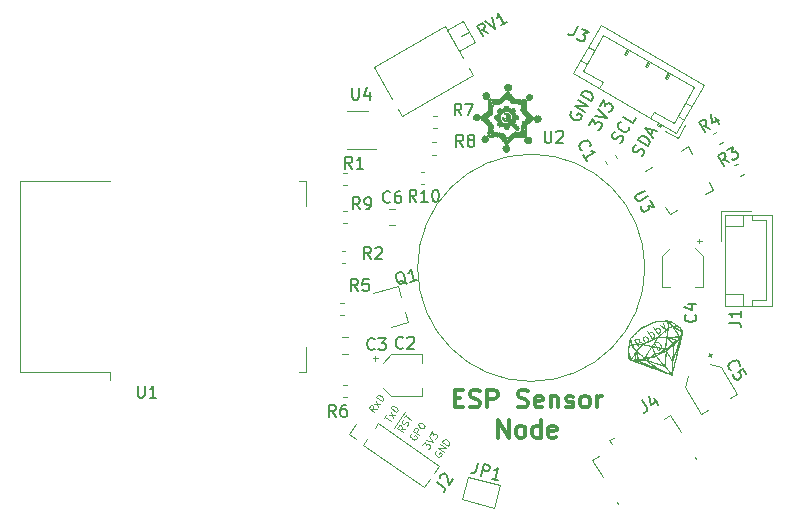
<source format=gbr>
G04 #@! TF.GenerationSoftware,KiCad,Pcbnew,(5.1.2-1)-1*
G04 #@! TF.CreationDate,2019-05-28T12:56:41-07:00*
G04 #@! TF.ProjectId,sensornode,73656e73-6f72-46e6-9f64-652e6b696361,rev?*
G04 #@! TF.SameCoordinates,Original*
G04 #@! TF.FileFunction,Legend,Top*
G04 #@! TF.FilePolarity,Positive*
%FSLAX46Y46*%
G04 Gerber Fmt 4.6, Leading zero omitted, Abs format (unit mm)*
G04 Created by KiCad (PCBNEW (5.1.2-1)-1) date 2019-05-28 12:56:41*
%MOMM*%
%LPD*%
G04 APERTURE LIST*
%ADD10C,0.090000*%
%ADD11C,0.040000*%
%ADD12C,0.300000*%
%ADD13C,0.150000*%
%ADD14C,0.100000*%
%ADD15C,0.010000*%
%ADD16C,0.120000*%
G04 APERTURE END LIST*
D10*
X199988704Y-87686297D02*
X200089739Y-87656245D01*
X200136163Y-87664431D01*
X200201706Y-87699922D01*
X200259064Y-87781837D01*
X200269997Y-87855566D01*
X200261812Y-87901990D01*
X200226321Y-87967534D01*
X200007880Y-88120488D01*
X199606377Y-87547081D01*
X199797512Y-87413247D01*
X199871241Y-87402313D01*
X199917666Y-87410499D01*
X199983209Y-87445990D01*
X200021448Y-87500600D01*
X200032381Y-87574330D01*
X200024195Y-87620754D01*
X199988704Y-87686297D01*
X199797569Y-87820132D01*
X200663202Y-87661627D02*
X200589472Y-87672560D01*
X200543048Y-87664374D01*
X200477505Y-87628883D01*
X200362789Y-87465053D01*
X200351856Y-87391323D01*
X200360042Y-87344899D01*
X200395533Y-87279356D01*
X200477448Y-87221998D01*
X200551177Y-87211065D01*
X200597602Y-87219250D01*
X200663145Y-87254741D01*
X200777860Y-87418572D01*
X200788794Y-87492301D01*
X200780608Y-87538725D01*
X200745117Y-87604269D01*
X200663202Y-87661627D01*
X201100083Y-87355719D02*
X200698579Y-86782313D01*
X200851533Y-87000753D02*
X200887024Y-86935210D01*
X200996244Y-86858733D01*
X201069974Y-86847799D01*
X201116398Y-86855985D01*
X201181941Y-86891476D01*
X201296657Y-87055307D01*
X201307590Y-87129036D01*
X201299404Y-87175460D01*
X201263913Y-87241004D01*
X201154693Y-87317481D01*
X201080964Y-87328414D01*
X201618879Y-86992454D02*
X201217376Y-86419048D01*
X201370329Y-86637488D02*
X201405820Y-86571945D01*
X201515041Y-86495468D01*
X201588770Y-86484534D01*
X201635194Y-86492720D01*
X201700738Y-86528211D01*
X201815453Y-86692042D01*
X201826386Y-86765771D01*
X201818201Y-86812195D01*
X201782710Y-86877739D01*
X201673489Y-86954216D01*
X201599760Y-86965149D01*
X201815396Y-86285156D02*
X202219591Y-86571831D01*
X202088447Y-86093964D02*
X202219591Y-86571831D01*
X202260577Y-86746595D01*
X202252391Y-86793019D01*
X202216900Y-86858563D01*
X201658392Y-88356469D02*
X201256889Y-87783063D01*
X201393414Y-87687467D01*
X201494448Y-87657414D01*
X201587297Y-87673786D01*
X201652840Y-87709277D01*
X201756622Y-87799378D01*
X201813980Y-87881293D01*
X201863152Y-88009633D01*
X201874085Y-88083362D01*
X201857713Y-88176211D01*
X201794918Y-88260873D01*
X201658392Y-88356469D01*
D11*
X188768104Y-71157014D02*
X188831392Y-71097335D01*
X188697144Y-71225981D02*
X188768104Y-71157014D01*
X188627048Y-71295817D02*
X188697144Y-71225981D01*
X191600832Y-68589081D02*
X191584856Y-68612225D01*
X191607256Y-68573417D02*
X191600832Y-68589081D01*
X191604600Y-68564481D02*
X191607256Y-68573417D01*
X191596264Y-68561705D02*
X191604600Y-68564481D01*
X188336976Y-68999897D02*
X188318368Y-69019729D01*
X188351088Y-68984569D02*
X188336976Y-68999897D01*
X188359992Y-68974281D02*
X188351088Y-68984569D01*
X188363112Y-68970905D02*
X188359992Y-68974281D01*
X188363112Y-68969817D02*
X188363112Y-68970905D01*
X188363112Y-68966857D02*
X188363112Y-68969817D01*
X188353616Y-68958017D02*
X188363112Y-68966857D01*
X188322448Y-68974985D02*
X188353616Y-68958017D01*
X188265592Y-69023729D02*
X188322448Y-68974985D01*
X188200360Y-69086137D02*
X188265592Y-69023729D01*
X188179000Y-69107313D02*
X188200360Y-69086137D01*
X188170920Y-69115305D02*
X188179000Y-69107313D01*
X188146744Y-69139393D02*
X188170920Y-69115305D01*
X188116712Y-69169681D02*
X188146744Y-69139393D01*
X188089504Y-69197505D02*
X188116712Y-69169681D01*
X188065760Y-69222161D02*
X188089504Y-69197505D01*
X188046144Y-69242905D02*
X188065760Y-69222161D01*
X188031304Y-69259097D02*
X188046144Y-69242905D01*
X188021920Y-69270081D02*
X188031304Y-69259097D01*
X188018664Y-69273849D02*
X188021920Y-69270081D01*
X187262456Y-69135393D02*
X187305080Y-69091513D01*
X187221312Y-69180153D02*
X187262456Y-69135393D01*
X187186544Y-69220513D02*
X187221312Y-69180153D01*
X187163160Y-69251281D02*
X187186544Y-69220513D01*
X187154912Y-69264393D02*
X187163160Y-69251281D01*
X187274832Y-69809481D02*
X187303568Y-69779761D01*
X187249568Y-69835617D02*
X187274832Y-69809481D01*
X187228480Y-69857450D02*
X187249568Y-69835617D01*
X187212288Y-69874249D02*
X187228480Y-69857450D01*
X187201656Y-69885313D02*
X187212288Y-69874249D01*
X187197968Y-69889129D02*
X187201656Y-69885313D01*
X187197360Y-69889874D02*
X187197968Y-69889129D01*
X187235856Y-69960529D02*
X187235856Y-69960529D01*
X187231648Y-69964874D02*
X187235856Y-69960529D01*
X187219192Y-69978241D02*
X187231648Y-69964874D01*
X187206304Y-69992737D02*
X187219192Y-69978241D01*
X187156032Y-69267305D02*
X187154912Y-69264393D01*
X189203480Y-69309481D02*
X189203480Y-69309481D01*
X189204912Y-69310913D02*
X189203480Y-69309481D01*
X189210288Y-69314441D02*
X189204912Y-69310913D01*
X189218192Y-69315913D02*
X189210288Y-69314441D01*
X188970712Y-71334705D02*
X188908992Y-71399157D01*
X189021920Y-71274940D02*
X188970712Y-71334705D01*
X189042320Y-71239826D02*
X189021920Y-71274940D01*
X189035080Y-71228369D02*
X189042320Y-71239826D01*
X189568319Y-69585841D02*
X189591712Y-69561481D01*
X189550480Y-69605361D02*
X189568319Y-69585841D01*
X189537808Y-69620641D02*
X189550480Y-69605361D01*
X189529864Y-69632185D02*
X189537808Y-69620641D01*
X189526136Y-69640649D02*
X189529864Y-69632185D01*
X189526264Y-69646593D02*
X189526136Y-69640649D01*
X189528688Y-69649897D02*
X189526264Y-69646593D01*
X189529776Y-69650593D02*
X189528688Y-69649897D01*
X190632512Y-70575593D02*
X190618712Y-70589433D01*
X190673792Y-70534009D02*
X190632512Y-70575593D01*
X190717408Y-70489393D02*
X190673792Y-70534009D01*
X190750744Y-70454329D02*
X190717408Y-70489393D01*
X189028864Y-71345730D02*
X189029776Y-71357014D01*
X189027304Y-71339480D02*
X189028864Y-71345730D01*
X189026776Y-71339480D02*
X189027304Y-71339480D01*
X189024176Y-71339480D02*
X189026776Y-71339480D01*
X189016456Y-71348681D02*
X189024176Y-71339480D01*
X188990544Y-71373725D02*
X189016456Y-71348681D01*
X188952912Y-71410833D02*
X188990544Y-71373725D01*
X188918848Y-71444774D02*
X188952912Y-71410833D01*
X188907560Y-71456146D02*
X188918848Y-71444774D01*
X188696448Y-71564349D02*
X188696448Y-71564349D01*
X188696448Y-71566780D02*
X188696448Y-71564349D01*
X188707736Y-71574071D02*
X188696448Y-71566780D01*
X188742536Y-71553976D02*
X188707736Y-71574071D01*
X188802176Y-71502978D02*
X188742536Y-71553976D01*
X188866888Y-71441215D02*
X188802176Y-71502978D01*
X188887976Y-71420165D02*
X188866888Y-71441215D01*
X188908992Y-71399157D02*
X188887976Y-71420165D01*
X188888808Y-69612002D02*
X188898360Y-69600193D01*
X188885336Y-69616826D02*
X188888808Y-69612002D01*
X188885336Y-69618473D02*
X188885336Y-69616826D01*
X188774224Y-69619905D02*
X188774224Y-69619905D01*
X188774224Y-69622250D02*
X188774224Y-69619905D01*
X188785112Y-69629329D02*
X188774224Y-69622250D01*
X188819192Y-69608969D02*
X188785112Y-69629329D01*
X188878344Y-69557313D02*
X188819192Y-69608969D01*
X188943368Y-69494297D02*
X188878344Y-69557313D01*
X188964632Y-69472857D02*
X188943368Y-69494297D01*
X188977088Y-69460273D02*
X188964632Y-69472857D01*
X189014320Y-69422337D02*
X188977088Y-69460273D01*
X189053168Y-69382057D02*
X189014320Y-69422337D01*
X189081944Y-69350937D02*
X189053168Y-69382057D01*
X189101520Y-69327937D02*
X189081944Y-69350937D01*
X189112720Y-69311913D02*
X189101520Y-69327937D01*
X189116504Y-69301801D02*
X189112720Y-69311913D01*
X189113592Y-69296505D02*
X189116504Y-69301801D01*
X189107080Y-69295041D02*
X189113592Y-69296505D01*
X189104912Y-69295041D02*
X189107080Y-69295041D01*
X189100264Y-69295041D02*
X189104912Y-69295041D01*
X189086464Y-69308401D02*
X189100264Y-69295041D01*
X189047056Y-69343729D02*
X189086464Y-69308401D01*
X188993848Y-69394041D02*
X189047056Y-69343729D01*
X188934080Y-69452057D02*
X188993848Y-69394041D01*
X188874960Y-69510793D02*
X188934080Y-69452057D01*
X188823832Y-69563049D02*
X188874960Y-69510793D01*
X188787816Y-69601802D02*
X188823832Y-69563049D01*
X188774224Y-69615353D02*
X188787816Y-69601802D01*
X188774224Y-69619905D02*
X188774224Y-69615353D01*
X188663112Y-69619905D02*
X188663112Y-69619905D01*
X188663112Y-69622161D02*
X188663112Y-69619905D01*
X188675744Y-69629057D02*
X188663112Y-69622161D01*
X188715760Y-69603801D02*
X188675744Y-69629057D01*
X188786248Y-69541561D02*
X188715760Y-69603801D01*
X188864720Y-69465697D02*
X188786248Y-69541561D01*
X188890416Y-69439961D02*
X188864720Y-69465697D01*
X188903392Y-69426937D02*
X188890416Y-69439961D01*
X188942192Y-69387785D02*
X188903392Y-69426937D01*
X188983464Y-69345561D02*
X188942192Y-69387785D01*
X189015112Y-69312225D02*
X188983464Y-69345561D01*
X189037936Y-69286785D02*
X189015112Y-69312225D01*
X189052824Y-69268249D02*
X189037936Y-69286785D01*
X189060680Y-69255585D02*
X189052824Y-69268249D01*
X189062336Y-69247817D02*
X189060680Y-69255585D01*
X189059768Y-69244297D02*
X189062336Y-69247817D01*
X189058688Y-69243905D02*
X189059768Y-69244297D01*
X189055032Y-69242513D02*
X189058688Y-69243905D01*
X189040200Y-69248985D02*
X189055032Y-69242513D01*
X189003736Y-69276985D02*
X189040200Y-69248985D01*
X188942800Y-69333361D02*
X189003736Y-69276985D01*
X188873744Y-69401073D02*
X188942800Y-69333361D01*
X188850960Y-69423849D02*
X188873744Y-69401073D01*
X188832648Y-69442129D02*
X188850960Y-69423849D01*
X188778000Y-69497337D02*
X188832648Y-69442129D01*
X188718280Y-69558841D02*
X188778000Y-69497337D01*
X188677912Y-69601802D02*
X188718280Y-69558841D01*
X188663112Y-69615353D02*
X188677912Y-69601802D01*
X188663112Y-69619905D02*
X188663112Y-69615353D01*
X187299480Y-69564217D02*
X187299480Y-69564217D01*
X187291232Y-69572505D02*
X187299480Y-69564217D01*
X187266848Y-69597729D02*
X187291232Y-69572505D01*
X187241592Y-69625193D02*
X187266848Y-69597729D01*
X187226136Y-69643769D02*
X187241592Y-69625193D01*
X187223056Y-69650593D02*
X187226136Y-69643769D01*
X187223056Y-69650593D02*
X187223056Y-69650593D01*
X187225568Y-69650593D02*
X187223056Y-69650593D01*
X187233208Y-69644201D02*
X187225568Y-69650593D01*
X187253960Y-69626897D02*
X187233208Y-69644201D01*
X187282216Y-69601281D02*
X187253960Y-69626897D01*
X187306944Y-69577937D02*
X187282216Y-69601281D01*
X187315064Y-69570041D02*
X187306944Y-69577937D01*
X187323224Y-69562049D02*
X187315064Y-69570041D01*
X187348176Y-69538393D02*
X187323224Y-69562049D01*
X190384720Y-70766561D02*
X190383648Y-70765218D01*
X188607560Y-70786919D02*
X188607560Y-70786919D01*
X188607560Y-70790305D02*
X188607560Y-70786919D01*
X188609904Y-70800503D02*
X188607560Y-70790305D01*
X188614200Y-70806146D02*
X188609904Y-70800503D01*
X188615664Y-70806146D02*
X188614200Y-70806146D01*
X188617800Y-70806146D02*
X188615664Y-70806146D01*
X188624312Y-70799157D02*
X188617800Y-70806146D01*
X188646016Y-70779150D02*
X188624312Y-70799157D01*
X188679304Y-70747553D02*
X188646016Y-70779150D01*
X188722744Y-70705754D02*
X188679304Y-70747553D01*
X188774880Y-70655145D02*
X188722744Y-70705754D01*
X188834200Y-70597121D02*
X188774880Y-70655145D01*
X188899360Y-70533097D02*
X188834200Y-70597121D01*
X188951520Y-70481625D02*
X188899360Y-70533097D01*
X188968888Y-70464481D02*
X188951520Y-70481625D01*
X188986632Y-70446857D02*
X188968888Y-70464481D01*
X189039976Y-70394041D02*
X188986632Y-70446857D01*
X189109856Y-70324897D02*
X189039976Y-70394041D01*
X189176608Y-70258841D02*
X189109856Y-70324897D01*
X189238592Y-70197553D02*
X189176608Y-70258841D01*
X189293919Y-70142817D02*
X189238592Y-70197553D01*
X189340848Y-70096385D02*
X189293919Y-70142817D01*
X190326392Y-69364081D02*
X190385560Y-69305841D01*
X190274480Y-69415129D02*
X190326392Y-69364081D01*
X190242456Y-69446553D02*
X190274480Y-69415129D01*
X190231824Y-69457057D02*
X190242456Y-69446553D01*
X190217536Y-69471025D02*
X190231824Y-69457057D01*
X190174744Y-69513169D02*
X190217536Y-69471025D01*
X190130944Y-69556929D02*
X190174744Y-69513169D01*
X190098656Y-69590561D02*
X190130944Y-69556929D01*
X190075960Y-69616217D02*
X190098656Y-69590561D01*
X190061032Y-69636225D02*
X190075960Y-69616217D01*
X190052048Y-69652761D02*
X190061032Y-69636225D01*
X190047176Y-69668081D02*
X190052048Y-69652761D01*
X190045056Y-69680281D02*
X190047176Y-69668081D01*
X190044575Y-69684409D02*
X190045056Y-69680281D01*
X189629776Y-69753153D02*
X189629776Y-69753153D01*
X189629776Y-69755753D02*
X189629776Y-69753153D01*
X189639112Y-69763617D02*
X189629776Y-69755753D01*
X189665712Y-69752026D02*
X189639112Y-69763617D01*
X189707424Y-69719769D02*
X189665712Y-69752026D01*
X189748880Y-69681537D02*
X189707424Y-69719769D01*
X189762160Y-69668249D02*
X189748880Y-69681537D01*
X189773264Y-69657057D02*
X189762160Y-69668249D01*
X189805911Y-69622857D02*
X189773264Y-69657057D01*
X189833288Y-69590737D02*
X189805911Y-69622857D01*
X189846448Y-69569081D02*
X189833288Y-69590737D01*
X189848656Y-69557969D02*
X189846448Y-69569081D01*
X189847536Y-69555017D02*
X189848656Y-69557969D01*
X189847056Y-69553762D02*
X189847536Y-69555017D01*
X189844448Y-69550457D02*
X189847056Y-69553762D01*
X189839456Y-69549281D02*
X189844448Y-69550457D01*
X189831943Y-69552026D02*
X189839456Y-69549281D01*
X189821263Y-69559049D02*
X189831943Y-69552026D01*
X189806864Y-69570905D02*
X189821263Y-69559049D01*
X189788063Y-69588049D02*
X189806864Y-69570905D01*
X190632336Y-70295041D02*
X190638288Y-70295041D01*
X190614632Y-70299849D02*
X190632336Y-70295041D01*
X190583816Y-70319681D02*
X190614632Y-70299849D01*
X190535816Y-70362569D02*
X190583816Y-70319681D01*
X190479168Y-70417857D02*
X190535816Y-70362569D01*
X190460512Y-70436529D02*
X190479168Y-70417857D01*
X190441760Y-70455241D02*
X190460512Y-70436529D01*
X190386064Y-70511961D02*
X190441760Y-70455241D01*
X190343144Y-70559881D02*
X190386064Y-70511961D01*
X190323400Y-70590521D02*
X190343144Y-70559881D01*
X190318664Y-70608361D02*
X190323400Y-70590521D01*
X190318664Y-70614305D02*
X190318664Y-70608361D01*
X186752000Y-70667041D02*
X186752000Y-70667041D01*
X186752000Y-70667041D02*
X186752000Y-70667041D01*
X186767711Y-70655585D02*
X186752000Y-70667041D01*
X186810592Y-70616305D02*
X186767711Y-70655585D01*
X186874096Y-70555281D02*
X186810592Y-70616305D01*
X186932336Y-70497985D02*
X186874096Y-70555281D01*
X186951608Y-70478761D02*
X186932336Y-70497985D01*
X186970968Y-70459401D02*
X186951608Y-70478761D01*
X187028648Y-70400897D02*
X186970968Y-70459401D01*
X187090936Y-70336305D02*
X187028648Y-70400897D01*
X187132032Y-70291697D02*
X187090936Y-70336305D01*
X187146104Y-70274329D02*
X187132032Y-70291697D01*
X187145624Y-70273849D02*
X187146104Y-70274329D01*
X187145016Y-70273249D02*
X187145624Y-70273849D01*
X187126608Y-70288049D02*
X187145016Y-70273249D01*
X187081032Y-70330153D02*
X187126608Y-70288049D01*
X187017888Y-70391217D02*
X187081032Y-70330153D01*
X186946056Y-70462257D02*
X187017888Y-70391217D01*
X186874616Y-70534313D02*
X186946056Y-70462257D01*
X186812464Y-70598417D02*
X186874616Y-70534313D01*
X186768584Y-70645642D02*
X186812464Y-70598417D01*
X186752000Y-70661657D02*
X186768584Y-70645642D01*
X186752000Y-70667041D02*
X186752000Y-70661657D01*
X188501264Y-70671601D02*
X188501264Y-70671601D01*
X188502304Y-70673289D02*
X188501264Y-70671601D01*
X188508904Y-70680281D02*
X188502304Y-70673289D01*
X188514720Y-70683921D02*
X188508904Y-70680281D01*
X188516664Y-70683921D02*
X188514720Y-70683921D01*
X188520920Y-70683921D02*
X188516664Y-70683921D01*
X188533688Y-70669857D02*
X188520920Y-70683921D01*
X188574312Y-70631665D02*
X188533688Y-70669857D01*
X188632424Y-70575153D02*
X188574312Y-70631665D01*
X191593536Y-68561705D02*
X191596264Y-68561705D01*
X191588336Y-68561705D02*
X191593536Y-68561705D01*
X191572832Y-68576937D02*
X191588336Y-68561705D01*
X191526912Y-68618473D02*
X191572832Y-68576937D01*
X191462456Y-68679969D02*
X191526912Y-68618473D01*
X191405256Y-68736185D02*
X191462456Y-68679969D01*
X191386376Y-68755105D02*
X191405256Y-68736185D01*
X191364248Y-68777241D02*
X191386376Y-68755105D01*
X191298536Y-68844385D02*
X191364248Y-68777241D01*
X191239800Y-68907537D02*
X191298536Y-68844385D01*
X191207776Y-68947249D02*
X191239800Y-68907537D01*
X191198832Y-68963049D02*
X191207776Y-68947249D01*
X191200048Y-68966217D02*
X191198832Y-68963049D01*
X188863112Y-68983017D02*
X188863112Y-68983017D01*
X188863112Y-68985137D02*
X188863112Y-68983017D01*
X188864848Y-68991561D02*
X188863112Y-68985137D01*
X188870400Y-68994609D02*
X188864848Y-68991561D01*
X188880120Y-68991825D02*
X188870400Y-68994609D01*
X188894400Y-68982969D02*
X188880120Y-68991825D01*
X188913592Y-68967737D02*
X188894400Y-68982969D01*
X188938112Y-68945857D02*
X188913592Y-68967737D01*
X188968320Y-68917081D02*
X188938112Y-68945857D01*
X188995624Y-68890169D02*
X188968320Y-68917081D01*
X189004648Y-68881153D02*
X188995624Y-68890169D01*
X189017936Y-68867785D02*
X189004648Y-68881153D01*
X189057168Y-68826985D02*
X189017936Y-68867785D01*
X189090544Y-68789081D02*
X189057168Y-68826985D01*
X189106864Y-68764825D02*
X189090544Y-68789081D01*
X189109600Y-68753713D02*
X189106864Y-68764825D01*
X189108208Y-68751505D02*
X189109600Y-68753713D01*
X189107600Y-68750553D02*
X189108208Y-68751505D01*
X189104256Y-68748681D02*
X189107600Y-68750553D01*
X189097792Y-68749553D02*
X189104256Y-68748681D01*
X189088368Y-68754537D02*
X189097792Y-68749553D01*
X189075520Y-68763961D02*
X189088368Y-68754537D01*
X189058816Y-68778193D02*
X189075520Y-68763961D01*
X189037720Y-68797553D02*
X189058816Y-68778193D01*
X189011856Y-68822505D02*
X189037720Y-68797553D01*
X188988456Y-68845593D02*
X189011856Y-68822505D01*
X188980736Y-68853369D02*
X188988456Y-68845593D01*
X188969192Y-68864873D02*
X188980736Y-68853369D01*
X188935032Y-68899985D02*
X188969192Y-68864873D01*
X188897656Y-68939961D02*
X188935032Y-68899985D01*
X188544368Y-70096729D02*
X188534720Y-70108361D01*
X188546704Y-70094817D02*
X188544368Y-70096729D01*
X188550360Y-70091737D02*
X188546704Y-70094817D01*
X188559944Y-70080753D02*
X188550360Y-70091737D01*
X188557648Y-70075897D02*
X188559944Y-70080753D01*
X188543712Y-70080281D02*
X188557648Y-70075897D01*
X188527088Y-70090129D02*
X188543712Y-70080281D01*
X188522008Y-70094041D02*
X188527088Y-70090129D01*
X188514504Y-70099729D02*
X188522008Y-70094041D01*
X188283256Y-68899849D02*
X188295488Y-68892385D01*
X188266280Y-68913305D02*
X188283256Y-68899849D01*
X188243712Y-68933497D02*
X188266280Y-68913305D01*
X188214720Y-68961137D02*
X188243712Y-68933497D01*
X188178392Y-68996985D02*
X188214720Y-68961137D01*
X188144920Y-69030585D02*
X188178392Y-68996985D01*
X188133856Y-69041825D02*
X188144920Y-69030585D01*
X188125744Y-69050025D02*
X188133856Y-69041825D01*
X188101568Y-69074897D02*
X188125744Y-69050025D01*
X188071704Y-69106193D02*
X188101568Y-69074897D01*
X188044968Y-69135009D02*
X188071704Y-69106193D01*
X188021920Y-69160657D02*
X188044968Y-69135009D01*
X188003208Y-69182361D02*
X188021920Y-69160657D01*
X187989456Y-69199417D02*
X188003208Y-69182361D01*
X187981392Y-69211137D02*
X187989456Y-69199417D01*
X187979000Y-69215993D02*
X187981392Y-69211137D01*
X187979519Y-69216825D02*
X187979000Y-69215993D01*
X187091504Y-69218217D02*
X187091504Y-69218217D01*
X187092576Y-69220041D02*
X187091504Y-69218217D01*
X187097360Y-69224681D02*
X187092576Y-69220041D01*
X187105120Y-69226673D02*
X187097360Y-69224681D01*
X187115800Y-69223553D02*
X187105120Y-69226673D01*
X187130304Y-69214649D02*
X187115800Y-69223553D01*
X187149520Y-69199209D02*
X187130304Y-69214649D01*
X187174520Y-69176625D02*
X187149520Y-69199209D01*
X187206168Y-69146161D02*
X187174520Y-69176625D01*
X187235680Y-69116905D02*
X187206168Y-69146161D01*
X187245448Y-69107137D02*
X187235680Y-69116905D01*
X187259464Y-69093041D02*
X187245448Y-69107137D01*
X187300912Y-69050073D02*
X187259464Y-69093041D01*
X187337112Y-69009313D02*
X187300912Y-69050073D01*
X187355912Y-68982585D02*
X187337112Y-69009313D01*
X187360288Y-68970473D02*
X187355912Y-68982585D01*
X187359168Y-68967473D02*
X187360288Y-68970473D01*
X187358208Y-68965041D02*
X187359168Y-68967473D01*
X187354432Y-68958097D02*
X187358208Y-68965041D01*
X187348264Y-68955449D02*
X187354432Y-68958097D01*
X187337936Y-68959705D02*
X187348264Y-68955449D01*
X187325136Y-68968169D02*
X187337936Y-68959705D01*
X187320968Y-68971161D02*
X187325136Y-68968169D01*
X187314456Y-68975761D02*
X187320968Y-68971161D01*
X187296312Y-68991649D02*
X187314456Y-68975761D01*
X187262816Y-69023369D02*
X187296312Y-68991649D01*
X187224312Y-69062225D02*
X187262816Y-69023369D01*
X187184680Y-69104017D02*
X187224312Y-69062225D01*
X187147744Y-69144641D02*
X187184680Y-69104017D01*
X187117320Y-69179969D02*
X187147744Y-69144641D01*
X187097312Y-69205881D02*
X187117320Y-69179969D01*
X187090504Y-69216601D02*
X187097312Y-69205881D01*
X187091504Y-69218217D02*
X187090504Y-69216601D01*
X190091504Y-69199505D02*
X190091504Y-69199505D01*
X190083688Y-69242817D02*
X190091504Y-69199505D01*
X190115112Y-69216169D02*
X190083688Y-69242817D01*
X190119400Y-69212481D02*
X190115112Y-69216169D01*
X190133816Y-69198801D02*
X190119400Y-69212481D01*
X190161720Y-69171337D02*
X190133816Y-69198801D01*
X190194920Y-69137441D02*
X190161720Y-69171337D01*
X190221144Y-69110185D02*
X190194920Y-69137441D01*
X190229776Y-69101025D02*
X190221144Y-69110185D01*
X190241232Y-69088873D02*
X190229776Y-69101025D01*
X190283816Y-69044681D02*
X190241232Y-69088873D01*
X190369448Y-68956705D02*
X190283816Y-69044681D01*
X190474832Y-68849113D02*
X190369448Y-68956705D01*
X190559856Y-68762697D02*
X190474832Y-68849113D01*
X190588248Y-68733969D02*
X190559856Y-68762697D01*
X190606776Y-68715169D02*
X190588248Y-68733969D01*
X190662248Y-68658705D02*
X190606776Y-68715169D01*
X190722176Y-68597025D02*
X190662248Y-68658705D01*
X190769192Y-68547681D02*
X190722176Y-68597025D01*
X190804432Y-68509401D02*
X190769192Y-68547681D01*
X190828960Y-68480881D02*
X190804432Y-68509401D01*
X190843968Y-68460961D02*
X190828960Y-68480881D01*
X190850520Y-68448297D02*
X190843968Y-68460961D01*
X190850704Y-68442601D02*
X190850520Y-68448297D01*
X190849792Y-68441697D02*
X190850704Y-68442601D01*
X190848832Y-68440737D02*
X190849792Y-68441697D01*
X190843056Y-68440993D02*
X190848832Y-68440737D01*
X189224656Y-70063529D02*
X189257816Y-70036185D01*
X189213768Y-70072817D02*
X189224656Y-70063529D01*
X189189847Y-70093129D02*
X189213768Y-70072817D01*
X189119576Y-70155793D02*
X189189847Y-70093129D01*
X189013288Y-70254193D02*
X189119576Y-70155793D01*
X188902704Y-70360185D02*
X189013288Y-70254193D01*
X188795488Y-70466089D02*
X188902704Y-70360185D01*
X188699448Y-70564050D02*
X188795488Y-70466089D01*
X188026344Y-69200761D02*
X188010159Y-69215649D01*
X188047143Y-69181105D02*
X188026344Y-69200761D01*
X188071920Y-69157225D02*
X188047143Y-69181105D01*
X188099920Y-69129929D02*
X188071920Y-69157225D01*
X188130480Y-69099761D02*
X188099920Y-69129929D01*
X188154824Y-69075553D02*
X188130480Y-69099761D01*
X188162888Y-69067473D02*
X188154824Y-69075553D01*
X190235376Y-69014001D02*
X190260856Y-68990473D01*
X190224048Y-69024209D02*
X190235376Y-69014001D01*
X190220104Y-69027369D02*
X190224048Y-69024209D01*
X190207464Y-69037481D02*
X190220104Y-69027369D01*
X190171920Y-69070817D02*
X190207464Y-69037481D01*
X190133080Y-69115825D02*
X190171920Y-69070817D01*
X190105560Y-69159657D02*
X190133080Y-69115825D01*
X190093319Y-69189217D02*
X190105560Y-69159657D01*
X190091504Y-69199505D02*
X190093319Y-69189217D01*
X189152000Y-69247593D02*
X189152000Y-69247593D01*
X189152000Y-69249897D02*
X189152000Y-69247593D01*
X189153568Y-69256793D02*
X189152000Y-69249897D01*
X189158600Y-69260841D02*
X189153568Y-69256793D01*
X189167368Y-69259361D02*
X189158600Y-69260841D01*
X189180216Y-69252241D02*
X189167368Y-69259361D01*
X189197447Y-69239217D02*
X189180216Y-69252241D01*
X189688336Y-69382449D02*
X189689847Y-69384001D01*
X189686720Y-69380881D02*
X189688336Y-69382449D01*
X189677175Y-69381057D02*
X189686720Y-69380881D01*
X189656648Y-69393649D02*
X189677175Y-69381057D01*
X189623535Y-69422641D02*
X189656648Y-69393649D01*
X189586767Y-69458361D02*
X189623535Y-69422641D01*
X189574744Y-69470473D02*
X189586767Y-69458361D01*
X189566456Y-69478762D02*
X189574744Y-69470473D01*
X189541799Y-69503801D02*
X189566456Y-69478762D01*
X189516408Y-69530193D02*
X189541799Y-69503801D01*
X189497920Y-69550593D02*
X189516408Y-69530193D01*
X189485511Y-69566041D02*
X189497920Y-69550593D01*
X189478432Y-69577625D02*
X189485511Y-69566041D01*
X189476000Y-69586305D02*
X189478432Y-69577625D01*
X189477480Y-69593130D02*
X189476000Y-69586305D01*
X189480736Y-69597817D02*
X189477480Y-69593130D01*
X186822440Y-70264961D02*
X186858552Y-70230105D01*
X186789936Y-70297385D02*
X186822440Y-70264961D01*
X186779216Y-70308313D02*
X186789936Y-70297385D01*
X188292144Y-70441513D02*
X188292144Y-70441513D01*
X188292888Y-70442737D02*
X188292144Y-70441513D01*
X188302224Y-70450593D02*
X188292888Y-70442737D01*
X188305600Y-70450593D02*
X188302224Y-70450593D01*
X188306688Y-70450593D02*
X188305600Y-70450593D01*
X188310080Y-70447641D02*
X188306688Y-70450593D01*
X188319880Y-70439257D02*
X188310080Y-70447641D01*
X188334424Y-70426073D02*
X188319880Y-70439257D01*
X188353048Y-70408529D02*
X188334424Y-70426073D01*
X188375136Y-70387353D02*
X188353048Y-70408529D01*
X188400088Y-70363049D02*
X188375136Y-70387353D01*
X188427304Y-70336273D02*
X188400088Y-70363049D01*
X188448968Y-70314737D02*
X188427304Y-70336273D01*
X188456168Y-70307537D02*
X188448968Y-70314737D01*
X188471744Y-70291857D02*
X188456168Y-70307537D01*
X186957256Y-68785705D02*
X187039544Y-68701897D01*
X186872312Y-68874849D02*
X186957256Y-68785705D01*
X186818279Y-68935225D02*
X186872312Y-68874849D01*
X186800088Y-68958617D02*
X186818279Y-68935225D01*
X186801216Y-68960441D02*
X186800088Y-68958617D01*
X191200048Y-68966217D02*
X191200048Y-68966217D01*
X191200960Y-68968649D02*
X191200048Y-68966217D01*
X188970576Y-71446337D02*
X188934424Y-71482578D01*
X189001000Y-71411657D02*
X188970576Y-71446337D01*
X189021968Y-71381971D02*
X189001000Y-71411657D01*
X189029776Y-71366085D02*
X189021968Y-71381971D01*
X189029776Y-71360790D02*
X189029776Y-71366085D01*
X189029776Y-71357014D02*
X189029776Y-71360790D01*
X190432080Y-70690129D02*
X190466192Y-70654234D01*
X190407856Y-70717129D02*
X190432080Y-70690129D01*
X190392320Y-70736785D02*
X190407856Y-70717129D01*
X188794192Y-70364169D02*
X188830256Y-70336617D01*
X188738592Y-70415169D02*
X188794192Y-70364169D01*
X188678520Y-70473985D02*
X188738592Y-70415169D01*
X188658768Y-70493817D02*
X188678520Y-70473985D01*
X188642144Y-70510441D02*
X188658768Y-70493817D01*
X188593056Y-70561097D02*
X188642144Y-70510441D01*
X189009376Y-71159097D02*
X189010288Y-71160009D01*
X189004912Y-71158317D02*
X189009376Y-71159097D01*
X188996104Y-71161441D02*
X189004912Y-71158317D01*
X188983120Y-71169905D02*
X188996104Y-71161441D01*
X188965368Y-71184357D02*
X188983120Y-71169905D01*
X188942144Y-71205277D02*
X188965368Y-71184357D01*
X188912768Y-71233317D02*
X188942144Y-71205277D01*
X188876520Y-71268993D02*
X188912768Y-71233317D01*
X188843712Y-71301980D02*
X188876520Y-71268993D01*
X188832856Y-71313003D02*
X188843712Y-71301980D01*
X188816368Y-71329670D02*
X188832856Y-71313003D01*
X188766976Y-71379888D02*
X188816368Y-71329670D01*
X188708944Y-71439219D02*
X188766976Y-71379888D01*
X188665112Y-71484531D02*
X188708944Y-71439219D01*
X188645400Y-71505191D02*
X188665112Y-71484531D01*
X188641712Y-71509358D02*
X188645400Y-71505191D01*
X188907560Y-71456146D02*
X188907560Y-71456146D01*
X188896400Y-71467301D02*
X188907560Y-71456146D01*
X188863544Y-71501415D02*
X188896400Y-71467301D01*
X188829688Y-71538525D02*
X188863544Y-71501415D01*
X188809288Y-71563568D02*
X188829688Y-71538525D01*
X188805736Y-71572813D02*
X188809288Y-71563568D01*
X188269320Y-68957929D02*
X188242144Y-68986825D01*
X188289112Y-68935441D02*
X188269320Y-68957929D01*
X188302304Y-68918513D02*
X188289112Y-68935441D01*
X188309600Y-68906313D02*
X188302304Y-68918513D01*
X188311720Y-68897897D02*
X188309600Y-68906313D01*
X188310376Y-68893425D02*
X188311720Y-68897897D01*
X188309424Y-68892473D02*
X188310376Y-68893425D01*
X188308424Y-68891473D02*
X188309424Y-68892473D01*
X188303912Y-68890169D02*
X188308424Y-68891473D01*
X188295488Y-68892385D02*
X188303912Y-68890169D01*
X187197360Y-69889874D02*
X187197360Y-69889874D01*
X187197056Y-69890169D02*
X187197360Y-69889874D01*
X187200432Y-69895041D02*
X187197056Y-69890169D01*
X187201480Y-69895041D02*
X187200432Y-69895041D01*
X187205824Y-69895041D02*
X187201480Y-69895041D01*
X187218968Y-69881105D02*
X187205824Y-69895041D01*
X187260248Y-69843217D02*
X187218968Y-69881105D01*
X187319104Y-69787185D02*
X187260248Y-69843217D01*
X187371920Y-69735914D02*
X187319104Y-69787185D01*
X187389416Y-69718730D02*
X187371920Y-69735914D01*
X187407904Y-69700506D02*
X187389416Y-69718730D01*
X187463592Y-69646073D02*
X187407904Y-69700506D01*
X187533120Y-69578625D02*
X187463592Y-69646073D01*
X187590199Y-69523897D02*
X187533120Y-69578625D01*
X187618968Y-69496681D02*
X187590199Y-69523897D01*
X188493280Y-70118561D02*
X188514504Y-70099729D01*
X188452776Y-70156585D02*
X188493280Y-70118561D01*
X188405432Y-70203017D02*
X188452776Y-70156585D01*
X188356080Y-70252849D02*
X188405432Y-70203017D01*
X188309648Y-70301113D02*
X188356080Y-70252849D01*
X188270968Y-70342785D02*
X188309648Y-70301113D01*
X188245056Y-70372769D02*
X188270968Y-70342785D01*
X188235768Y-70384657D02*
X188245056Y-70372769D01*
X188236720Y-70386185D02*
X188235768Y-70384657D01*
X186779216Y-70308313D02*
X186779216Y-70308313D01*
X186769232Y-70318425D02*
X186779216Y-70308313D01*
X186739760Y-70349329D02*
X186769232Y-70318425D01*
X186714197Y-70377801D02*
X186739760Y-70349329D01*
X186704561Y-70391169D02*
X186714197Y-70377801D01*
X186711245Y-70388257D02*
X186704561Y-70391169D01*
X186713112Y-70386873D02*
X186711245Y-70388257D01*
X186718927Y-70382401D02*
X186713112Y-70386873D01*
X186735594Y-70368041D02*
X186718927Y-70382401D01*
X186763544Y-70342337D02*
X186735594Y-70368041D01*
X186794232Y-70312569D02*
X186763544Y-70342337D01*
X186824960Y-70281497D02*
X186794232Y-70312569D01*
X186853000Y-70251937D02*
X186824960Y-70281497D01*
X186875655Y-70226625D02*
X186853000Y-70251937D01*
X186890280Y-70208449D02*
X186875655Y-70226625D01*
X186894663Y-70200673D02*
X186890280Y-70208449D01*
X186894104Y-70200113D02*
X186894663Y-70200673D01*
X186893664Y-70199681D02*
X186894104Y-70200113D01*
X186883688Y-70207273D02*
X186893664Y-70199681D01*
X186858552Y-70230105D02*
X186883688Y-70207273D01*
X187194488Y-70565866D02*
X187160080Y-70602193D01*
X187216800Y-70540393D02*
X187194488Y-70565866D01*
X187224000Y-70530017D02*
X187216800Y-70540393D01*
X187223536Y-70529537D02*
X187224000Y-70530017D01*
X187222920Y-70528929D02*
X187223536Y-70529537D01*
X187213200Y-70535049D02*
X187222920Y-70528929D01*
X187190320Y-70554321D02*
X187213200Y-70535049D01*
X187158944Y-70583313D02*
X187190320Y-70554321D01*
X187123088Y-70618041D02*
X187158944Y-70583313D01*
X187086904Y-70654497D02*
X187123088Y-70618041D01*
X187054384Y-70688609D02*
X187086904Y-70654497D01*
X187029608Y-70716433D02*
X187054384Y-70688609D01*
X187019144Y-70729154D02*
X187029608Y-70716433D01*
X187016672Y-70733921D02*
X187019144Y-70729154D01*
X186896448Y-70744777D02*
X186896448Y-70744777D01*
X186896448Y-70744777D02*
X186896448Y-70744777D01*
X186899832Y-70743601D02*
X186896448Y-70744777D01*
X186909552Y-70735962D02*
X186899832Y-70743601D01*
X186924920Y-70722505D02*
X186909552Y-70735962D01*
X186945272Y-70703849D02*
X186924920Y-70722505D01*
X186969879Y-70680585D02*
X186945272Y-70703849D01*
X186998136Y-70653409D02*
X186969879Y-70680585D01*
X187029304Y-70622985D02*
X186998136Y-70653409D01*
X187054384Y-70598162D02*
X187029304Y-70622985D01*
X187062720Y-70589873D02*
X187054384Y-70598162D01*
X187071056Y-70581538D02*
X187062720Y-70589873D01*
X187095968Y-70556409D02*
X187071056Y-70581538D01*
X187126824Y-70524985D02*
X187095968Y-70556409D01*
X187154560Y-70496249D02*
X187126824Y-70524985D01*
X187178480Y-70470993D02*
X187154560Y-70496249D01*
X187198008Y-70449849D02*
X187178480Y-70470993D01*
X187212456Y-70433569D02*
X187198008Y-70449849D01*
X187221144Y-70422817D02*
X187212456Y-70433569D01*
X187223704Y-70418609D02*
X187221144Y-70422817D01*
X187223448Y-70418337D02*
X187223704Y-70418609D01*
X187222832Y-70417737D02*
X187223448Y-70418337D01*
X187207304Y-70429673D02*
X187222832Y-70417737D01*
X187169280Y-70464217D02*
X187207304Y-70429673D01*
X187116760Y-70514569D02*
X187169280Y-70464217D01*
X187057208Y-70573329D02*
X187116760Y-70514569D01*
X186997968Y-70633145D02*
X187057208Y-70573329D01*
X186946488Y-70686569D02*
X186997968Y-70633145D01*
X186910160Y-70726241D02*
X186946488Y-70686569D01*
X186896448Y-70740129D02*
X186910160Y-70726241D01*
X186896448Y-70744777D02*
X186896448Y-70740129D01*
X189774224Y-69711186D02*
X189779912Y-69705585D01*
X189774224Y-69713049D02*
X189774224Y-69711186D01*
X189579000Y-69704881D02*
X189579000Y-69704881D01*
X189580031Y-69706585D02*
X189579000Y-69704881D01*
X189586680Y-69713617D02*
X189580031Y-69706585D01*
X189592536Y-69717258D02*
X189586680Y-69713617D01*
X189594536Y-69717258D02*
X189592536Y-69717258D01*
X189597360Y-69717258D02*
X189594536Y-69717258D01*
X189605864Y-69708929D02*
X189597360Y-69717258D01*
X189630911Y-69686273D02*
X189605864Y-69708929D01*
X189665976Y-69652761D02*
X189630911Y-69686273D01*
X189697104Y-69622161D02*
X189665976Y-69652761D01*
X189707375Y-69611873D02*
X189697104Y-69622161D01*
X189714456Y-69604713D02*
X189707375Y-69611873D01*
X189735679Y-69583137D02*
X189714456Y-69604713D01*
X189758336Y-69559450D02*
X189735679Y-69583137D01*
X189775744Y-69540258D02*
X189758336Y-69559450D01*
X189788336Y-69524985D02*
X189775744Y-69540258D01*
X189796488Y-69513138D02*
X189788336Y-69524985D01*
X189800655Y-69504153D02*
X189796488Y-69513138D01*
X189801176Y-69497553D02*
X189800655Y-69504153D01*
X189799480Y-69493649D02*
X189801176Y-69497553D01*
X189798568Y-69492737D02*
X189799480Y-69493649D01*
X189797615Y-69491785D02*
X189798568Y-69492737D01*
X189793711Y-69490081D02*
X189797615Y-69491785D01*
X189787064Y-69490737D02*
X189793711Y-69490081D01*
X189778000Y-69494993D02*
X189787064Y-69490737D01*
X189766024Y-69503329D02*
X189778000Y-69494993D01*
X189750568Y-69516169D02*
X189766024Y-69503329D01*
X189731119Y-69533881D02*
X189750568Y-69516169D01*
X189707120Y-69556929D02*
X189731119Y-69533881D01*
X189685288Y-69578497D02*
X189707120Y-69556929D01*
X189678088Y-69585754D02*
X189685288Y-69578497D01*
X189667368Y-69596425D02*
X189678088Y-69585754D01*
X189635943Y-69629329D02*
X189667368Y-69596425D01*
X189603735Y-69665737D02*
X189635943Y-69629329D01*
X189583944Y-69691905D02*
X189603735Y-69665737D01*
X189577864Y-69703058D02*
X189583944Y-69691905D01*
X189579000Y-69704881D02*
X189577864Y-69703058D01*
X190044575Y-69684409D02*
X190044575Y-69684409D01*
X190038680Y-69733929D02*
X190044575Y-69684409D01*
X190542576Y-69223937D02*
X190038680Y-69733929D01*
X190567936Y-69198249D02*
X190542576Y-69223937D01*
X190643848Y-69121073D02*
X190567936Y-69198249D01*
X190738504Y-69024281D02*
X190643848Y-69121073D01*
X190824400Y-68935793D02*
X190738504Y-69024281D01*
X190899480Y-68857705D02*
X190824400Y-68935793D01*
X190961632Y-68792257D02*
X190899480Y-68857705D01*
X191008856Y-68741601D02*
X190961632Y-68792257D01*
X191038976Y-68707929D02*
X191008856Y-68741601D01*
X191049480Y-68696209D02*
X191038976Y-68707929D01*
X191050000Y-68693385D02*
X191049480Y-68696209D01*
X191050480Y-68690513D02*
X191050000Y-68693385D01*
X187218664Y-69545041D02*
X187218664Y-69539602D01*
X188601312Y-69582841D02*
X188601312Y-69582841D01*
X188602344Y-69584481D02*
X188601312Y-69582841D01*
X188608904Y-69591425D02*
X188602344Y-69584481D01*
X188614720Y-69595041D02*
X188608904Y-69591425D01*
X188616664Y-69595041D02*
X188614720Y-69595041D01*
X188621360Y-69595041D02*
X188616664Y-69595041D01*
X188635424Y-69579242D02*
X188621360Y-69595041D01*
X188680776Y-69536354D02*
X188635424Y-69579242D01*
X188745880Y-69472817D02*
X188680776Y-69536354D01*
X188804560Y-69414697D02*
X188745880Y-69472817D01*
X188824000Y-69395249D02*
X188804560Y-69414697D01*
X188848448Y-69370769D02*
X188824000Y-69395249D01*
X188921144Y-69296729D02*
X188848448Y-69370769D01*
X188980168Y-69233313D02*
X188921144Y-69296729D01*
X189007600Y-69197457D02*
X188980168Y-69233313D01*
X189011544Y-69183449D02*
X189007600Y-69197457D01*
X189009904Y-69181793D02*
X189011544Y-69183449D01*
X189008208Y-69180105D02*
X189009904Y-69181793D01*
X188994144Y-69184137D02*
X189008208Y-69180105D01*
X188958080Y-69211825D02*
X188994144Y-69184137D01*
X188894192Y-69271385D02*
X188958080Y-69211825D01*
X188819624Y-69344729D02*
X188894192Y-69271385D01*
X188795016Y-69369385D02*
X188819624Y-69344729D01*
X188774920Y-69389481D02*
X188795016Y-69369385D01*
X188715320Y-69450505D02*
X188774920Y-69389481D01*
X188653136Y-69516826D02*
X188715320Y-69450505D01*
X188613456Y-69562737D02*
X188653136Y-69516826D01*
X188600224Y-69581057D02*
X188613456Y-69562737D01*
X188601312Y-69582841D02*
X188600224Y-69581057D01*
X190052088Y-69568249D02*
X190052088Y-69568249D01*
X190052175Y-69611705D02*
X190052088Y-69568249D01*
X190532648Y-69123937D02*
X190052175Y-69611705D01*
X190556824Y-69099369D02*
X190532648Y-69123937D01*
X190629216Y-69025505D02*
X190556824Y-69099369D01*
X190719448Y-68932929D02*
X190629216Y-69025505D01*
X190801392Y-68848161D02*
X190719448Y-68932929D01*
X190873008Y-68773417D02*
X190801392Y-68848161D01*
X190932336Y-68710657D02*
X190873008Y-68773417D01*
X190977344Y-68662049D02*
X190932336Y-68710657D01*
X191006120Y-68629673D02*
X190977344Y-68662049D01*
X191016144Y-68618425D02*
X191006120Y-68629673D01*
X191016664Y-68615609D02*
X191016144Y-68618425D01*
X191017144Y-68612737D02*
X191016664Y-68615609D01*
X191014936Y-68601073D02*
X191017144Y-68612737D01*
X191008120Y-68595041D02*
X191014936Y-68601073D01*
X191005864Y-68595041D02*
X191008120Y-68595041D01*
X191003608Y-68595041D02*
X191005864Y-68595041D01*
X190996832Y-68601073D02*
X191003608Y-68595041D01*
X190976608Y-68618473D02*
X190996832Y-68601073D01*
X190946448Y-68645953D02*
X190976608Y-68618473D01*
X190907688Y-68682313D02*
X190946448Y-68645953D01*
X190861544Y-68726369D02*
X190907688Y-68682313D01*
X190809336Y-68776849D02*
X190861544Y-68726369D01*
X190752392Y-68832537D02*
X190809336Y-68776849D01*
X190706992Y-68877281D02*
X190752392Y-68832537D01*
X190691936Y-68892257D02*
X190706992Y-68877281D01*
X190659512Y-68924417D02*
X190691936Y-68892257D01*
X190562200Y-69020857D02*
X190659512Y-68924417D01*
X190430392Y-69151369D02*
X190562200Y-69020857D01*
X190311904Y-69268561D02*
X190430392Y-69151369D01*
X190244664Y-69335009D02*
X190311904Y-69268561D01*
X190222224Y-69357137D02*
X190244664Y-69335009D01*
X190208720Y-69370385D02*
X190222224Y-69357137D01*
X190168368Y-69410313D02*
X190208720Y-69370385D01*
X190127224Y-69451625D02*
X190168368Y-69410313D01*
X190097104Y-69483185D02*
X190127224Y-69451625D01*
X190076312Y-69507017D02*
X190097104Y-69483185D01*
X190063112Y-69525329D02*
X190076312Y-69507017D01*
X190055824Y-69540258D02*
X190063112Y-69525329D01*
X190052703Y-69553849D02*
X190055824Y-69540258D01*
X190052088Y-69564649D02*
X190052703Y-69553849D01*
X190052088Y-69568249D02*
X190052088Y-69564649D01*
X189482080Y-69599161D02*
X189482080Y-69599161D01*
X189482816Y-69599897D02*
X189482080Y-69599161D01*
X189493448Y-69593817D02*
X189482816Y-69599897D01*
X189518624Y-69573593D02*
X189493448Y-69593817D01*
X189553912Y-69541649D02*
X189518624Y-69573593D01*
X189585336Y-69511481D02*
X189553912Y-69541649D01*
X189595624Y-69501241D02*
X189585336Y-69511481D01*
X189608288Y-69488570D02*
X189595624Y-69501241D01*
X189645663Y-69449897D02*
X189608288Y-69488570D01*
X189676087Y-69415217D02*
X189645663Y-69449897D01*
X189689415Y-69393817D02*
X189676087Y-69415217D01*
X189689847Y-69384001D02*
X189689415Y-69393817D01*
X189294143Y-69032969D02*
X189277136Y-69051761D01*
X189306464Y-69017993D02*
X189294143Y-69032969D01*
X189314456Y-69006313D02*
X189306464Y-69017993D01*
X189318487Y-68997457D02*
X189314456Y-69006313D01*
X189319056Y-68990913D02*
X189318487Y-68997457D01*
X189317368Y-68987049D02*
X189319056Y-68990913D01*
X189316456Y-68986137D02*
X189317368Y-68987049D01*
X189315503Y-68985185D02*
X189316456Y-68986137D01*
X189311632Y-68983497D02*
X189315503Y-68985185D01*
X189305080Y-68984049D02*
X189311632Y-68983497D01*
X189296224Y-68988097D02*
X189305080Y-68984049D01*
X187397704Y-68324330D02*
X187432376Y-68288874D01*
X187368488Y-68355281D02*
X187397704Y-68324330D01*
X187348360Y-68378057D02*
X187368488Y-68355281D01*
X187340888Y-68386393D02*
X187348360Y-68378057D01*
X187340888Y-68389169D02*
X187340888Y-68386393D01*
X187340888Y-68391129D02*
X187340888Y-68389169D01*
X187335288Y-68396985D02*
X187340888Y-68391129D01*
X187319280Y-68415129D02*
X187335288Y-68396985D01*
X187293968Y-68442385D02*
X187319280Y-68415129D01*
X187260512Y-68477537D02*
X187293968Y-68442385D01*
X187219920Y-68519473D02*
X187260512Y-68477537D01*
X187173488Y-68566993D02*
X187219920Y-68519473D01*
X187122176Y-68618993D02*
X187173488Y-68566993D01*
X187080992Y-68660441D02*
X187122176Y-68618993D01*
X187067232Y-68674249D02*
X187080992Y-68660441D01*
X187039544Y-68701897D02*
X187067232Y-68674249D01*
X189290544Y-69150849D02*
X189278776Y-69162697D01*
X189325263Y-69114561D02*
X189290544Y-69150849D01*
X189354432Y-69080753D02*
X189325263Y-69114561D01*
X189368448Y-69058225D02*
X189354432Y-69080753D01*
X189370920Y-69046905D02*
X189368448Y-69058225D01*
X189369799Y-69043905D02*
X189370920Y-69046905D01*
X189369320Y-69042649D02*
X189369799Y-69043905D01*
X189366664Y-69039353D02*
X189369320Y-69042649D01*
X189361680Y-69038169D02*
X189366664Y-69039353D01*
X189354167Y-69040913D02*
X189361680Y-69038169D01*
X189343536Y-69047937D02*
X189354167Y-69040913D01*
X189329120Y-69059793D02*
X189343536Y-69047937D01*
X189310288Y-69076897D02*
X189329120Y-69059793D01*
X189482080Y-69599161D02*
X189480736Y-69597817D01*
X188885336Y-69618473D02*
X188885336Y-69618473D01*
X188885336Y-69619905D02*
X188885336Y-69618473D01*
X188892848Y-69624209D02*
X188885336Y-69619905D01*
X188925392Y-69571505D02*
X188929776Y-69567258D01*
X188912504Y-69584705D02*
X188925392Y-69571505D01*
X188898360Y-69600193D02*
X188912504Y-69584705D01*
X187163112Y-69279017D02*
X187156904Y-69269561D01*
X187169232Y-69283929D02*
X187163112Y-69279017D01*
X187171264Y-69283929D02*
X187169232Y-69283929D01*
X187174480Y-69283929D02*
X187171264Y-69283929D01*
X187184248Y-69274329D02*
X187174480Y-69283929D01*
X187212976Y-69248337D02*
X187184248Y-69274329D01*
X187253256Y-69209881D02*
X187212976Y-69248337D01*
X187289024Y-69174729D02*
X187253256Y-69209881D01*
X187300832Y-69162913D02*
X187289024Y-69174729D01*
X187310200Y-69153449D02*
X187300832Y-69162913D01*
X187338112Y-69124849D02*
X187310200Y-69153449D01*
X187367416Y-69093425D02*
X187338112Y-69124849D01*
X187389024Y-69068129D02*
X187367416Y-69093425D01*
X187403256Y-69048553D02*
X187389024Y-69068129D01*
X187410424Y-69034097D02*
X187403256Y-69048553D01*
X187410816Y-69024417D02*
X187410424Y-69034097D01*
X187404688Y-69018953D02*
X187410816Y-69024417D01*
X187395448Y-69017257D02*
X187404688Y-69018953D01*
X187392408Y-69017257D02*
X187395448Y-69017257D01*
X190477776Y-70726761D02*
X190432032Y-70768561D01*
X190542280Y-70664953D02*
X190477776Y-70726761D01*
X190599704Y-70608401D02*
X190542280Y-70664953D01*
X190618712Y-70589433D02*
X190599704Y-70608401D01*
X187388024Y-69017257D02*
X187392408Y-69017257D01*
X187374960Y-69027241D02*
X187388024Y-69017257D01*
X187344232Y-69053713D02*
X187374960Y-69027241D01*
X187305080Y-69091513D02*
X187344232Y-69053713D01*
X189797879Y-69697817D02*
X189794232Y-69702417D01*
X189799792Y-69695298D02*
X189797879Y-69697817D01*
X189805512Y-69687737D02*
X189799792Y-69695298D01*
X189807560Y-69683929D02*
X189805512Y-69687737D01*
X189803688Y-69685914D02*
X189807560Y-69683929D01*
X189796144Y-69691649D02*
X189803688Y-69685914D01*
X189793664Y-69693601D02*
X189796144Y-69691649D01*
X189790976Y-69695682D02*
X189793664Y-69693601D01*
X189779912Y-69705585D02*
X189790976Y-69695682D01*
X188018664Y-69275113D02*
X188018664Y-69273849D01*
X187156032Y-69267305D02*
X187156032Y-69267305D01*
X187156904Y-69269561D02*
X187156032Y-69267305D01*
X187018664Y-70289913D02*
X187021272Y-70287481D01*
X187009120Y-70298641D02*
X187018664Y-70289913D01*
X186980992Y-70325457D02*
X187009120Y-70298641D01*
X186931904Y-70373369D02*
X186980992Y-70325457D01*
X186877656Y-70427369D02*
X186931904Y-70373369D01*
X186837896Y-70467601D02*
X186877656Y-70427369D01*
X186824744Y-70481145D02*
X186837896Y-70467601D01*
X188445968Y-70616473D02*
X188445968Y-70616473D01*
X188446968Y-70618081D02*
X188445968Y-70616473D01*
X188453432Y-70624849D02*
X188446968Y-70618081D01*
X188459168Y-70628369D02*
X188453432Y-70624849D01*
X188461112Y-70628369D02*
X188459168Y-70628369D01*
X188462336Y-70628369D02*
X188461112Y-70628369D01*
X188465976Y-70625073D02*
X188462336Y-70628369D01*
X188476824Y-70615650D02*
X188465976Y-70625073D01*
X188493008Y-70600761D02*
X188476824Y-70615650D01*
X188513816Y-70581106D02*
X188493008Y-70600761D01*
X188538592Y-70557233D02*
X188513816Y-70581106D01*
X188566592Y-70529929D02*
X188538592Y-70557233D01*
X188597144Y-70499761D02*
X188566592Y-70529929D01*
X188621488Y-70475545D02*
X188597144Y-70499761D01*
X188629560Y-70467473D02*
X188621488Y-70475545D01*
X188639936Y-70457057D02*
X188629560Y-70467473D01*
X188670880Y-70425713D02*
X188639936Y-70457057D01*
X188704824Y-70390737D02*
X188670880Y-70425713D01*
X187414504Y-69484001D02*
X187410992Y-69485185D01*
X187423704Y-69476329D02*
X187414504Y-69484001D01*
X187446920Y-69456313D02*
X187423704Y-69476329D01*
X187477136Y-69428537D02*
X187446920Y-69456313D01*
X187510720Y-69396425D02*
X187477136Y-69428537D01*
X187544144Y-69363529D02*
X187510720Y-69396425D01*
X187573792Y-69333225D02*
X187544144Y-69363529D01*
X187596144Y-69309049D02*
X187573792Y-69333225D01*
X187605391Y-69298417D02*
X187596144Y-69309049D01*
X187607600Y-69294425D02*
X187605391Y-69298417D01*
X187608944Y-69291993D02*
X187607600Y-69294425D01*
X187611463Y-69277505D02*
X187608944Y-69291993D01*
X187608512Y-69263353D02*
X187611463Y-69277505D01*
X187607119Y-69261097D02*
X187608512Y-69263353D01*
X187606464Y-69260097D02*
X187607119Y-69261097D01*
X187603256Y-69257929D02*
X187606464Y-69260097D01*
X187597359Y-69258137D02*
X187603256Y-69257929D01*
X187588816Y-69262097D02*
X187597359Y-69258137D01*
X187577256Y-69270113D02*
X187588816Y-69262097D01*
X187562200Y-69282617D02*
X187577256Y-69270113D01*
X187543144Y-69299897D02*
X187562200Y-69282617D01*
X187519624Y-69322385D02*
X187543144Y-69299897D01*
X187498264Y-69343337D02*
X187519624Y-69322385D01*
X187491232Y-69350369D02*
X187498264Y-69343337D01*
X187480824Y-69360705D02*
X187491232Y-69350369D01*
X187450088Y-69392129D02*
X187480824Y-69360705D01*
X187416408Y-69428017D02*
X187450088Y-69392129D01*
X187393664Y-69454153D02*
X187416408Y-69428017D01*
X187385336Y-69463617D02*
X187393664Y-69454153D01*
X187385336Y-69466785D02*
X187385336Y-69463617D01*
X187385336Y-69469561D02*
X187385336Y-69466785D01*
X187378520Y-69477897D02*
X187385336Y-69469561D01*
X187360112Y-69499985D02*
X187378520Y-69477897D01*
X187332816Y-69529809D02*
X187360112Y-69499985D01*
X187307904Y-69555714D02*
X187332816Y-69529809D01*
X187299480Y-69564217D02*
X187307904Y-69555714D01*
X189529776Y-69650593D02*
X189529776Y-69650593D01*
X189532336Y-69652193D02*
X189529776Y-69650593D01*
X189546791Y-69646681D02*
X189532336Y-69652193D01*
X189576264Y-69626625D02*
X189546791Y-69646681D01*
X189613336Y-69595209D02*
X189576264Y-69626625D01*
X189653168Y-69557273D02*
X189613336Y-69595209D01*
X189690888Y-69517649D02*
X189653168Y-69557273D01*
X189721664Y-69481225D02*
X189690888Y-69517649D01*
X189740664Y-69452801D02*
X189721664Y-69481225D01*
X189744712Y-69438873D02*
X189740664Y-69452801D01*
X189743104Y-69437257D02*
X189744712Y-69438873D01*
X189742144Y-69436305D02*
X189743104Y-69437257D01*
X189738200Y-69434569D02*
X189742144Y-69436305D01*
X189731511Y-69435225D02*
X189738200Y-69434569D01*
X189722400Y-69439529D02*
X189731511Y-69435225D01*
X189710336Y-69447937D02*
X189722400Y-69439529D01*
X189694712Y-69460961D02*
X189710336Y-69447937D01*
X189675048Y-69478969D02*
X189694712Y-69460961D01*
X189650704Y-69502417D02*
X189675048Y-69478969D01*
X189628520Y-69524329D02*
X189650704Y-69502417D01*
X189621192Y-69531705D02*
X189628520Y-69524329D01*
X189613768Y-69539081D02*
X189621192Y-69531705D01*
X189591712Y-69561481D02*
X189613768Y-69539081D01*
X188985944Y-70331497D02*
X188957600Y-70359961D01*
X189070792Y-70245857D02*
X188985944Y-70331497D01*
X189159336Y-70155713D02*
X189070792Y-70245857D01*
X189223967Y-70088737D02*
X189159336Y-70155713D01*
X188636288Y-71539479D02*
X188633512Y-71539479D01*
X188641760Y-71539479D02*
X188636288Y-71539479D01*
X188658168Y-71526415D02*
X188641760Y-71539479D01*
X188701864Y-71489436D02*
X188658168Y-71526415D01*
X187117056Y-70645601D02*
X187106512Y-70655970D01*
X187127912Y-70634833D02*
X187117056Y-70645601D01*
X187160080Y-70602193D02*
X187127912Y-70634833D01*
X191048536Y-68678849D02*
X191050480Y-68690513D01*
X191042192Y-68672817D02*
X191048536Y-68678849D01*
X191040112Y-68672817D02*
X191042192Y-68672817D01*
X188556512Y-70735265D02*
X188555600Y-70732842D01*
X188561336Y-70745337D02*
X188556512Y-70735265D01*
X188564504Y-70750593D02*
X188561336Y-70745337D01*
X188565592Y-70750593D02*
X188564504Y-70750593D01*
X188567712Y-70750593D02*
X188565592Y-70750593D01*
X188574136Y-70742602D02*
X188567712Y-70750593D01*
X188597488Y-70719729D02*
X188574136Y-70742602D01*
X188633992Y-70683617D02*
X188597488Y-70719729D01*
X188682032Y-70635833D02*
X188633992Y-70683617D01*
X190340760Y-70692954D02*
X190341848Y-70683009D01*
X190342504Y-70699721D02*
X190340760Y-70692954D01*
X190343448Y-70701809D02*
X190342504Y-70699721D01*
X188555600Y-70732842D02*
X188555600Y-70732842D01*
X190774832Y-70427457D02*
X190750744Y-70454329D01*
X190790760Y-70407497D02*
X190774832Y-70427457D01*
X190799744Y-70393169D02*
X190790760Y-70407497D01*
X190802824Y-70383137D02*
X190799744Y-70393169D01*
X190802000Y-70377625D02*
X190802824Y-70383137D01*
X190801136Y-70376193D02*
X190802000Y-70377625D01*
X190799480Y-70373593D02*
X190801136Y-70376193D01*
X190789720Y-70361961D02*
X190799480Y-70373593D01*
X190780344Y-70354497D02*
X190789720Y-70361961D01*
X190778912Y-70354017D02*
X190780344Y-70354497D01*
X190777480Y-70353537D02*
X190778912Y-70354017D01*
X190759120Y-70368385D02*
X190777480Y-70353537D01*
X190713064Y-70410097D02*
X190759120Y-70368385D01*
X190647536Y-70472721D02*
X190713064Y-70410097D01*
X190588768Y-70530409D02*
X190647536Y-70472721D01*
X190569400Y-70549849D02*
X190588768Y-70530409D01*
X190554912Y-70564345D02*
X190569400Y-70549849D01*
X190511544Y-70607969D02*
X190554912Y-70564345D01*
X190466192Y-70654234D02*
X190511544Y-70607969D01*
X190384120Y-70750546D02*
X190392320Y-70736785D01*
X190381992Y-70759961D02*
X190384120Y-70750546D01*
X190383648Y-70765218D02*
X190381992Y-70759961D01*
X188829392Y-71204323D02*
X188894880Y-71144385D01*
X188756256Y-71275460D02*
X188829392Y-71204323D01*
X188684464Y-71348725D02*
X188756256Y-71275460D01*
X188623088Y-71415130D02*
X188684464Y-71348725D01*
X188581168Y-71465608D02*
X188623088Y-71415130D01*
X188566064Y-71486789D02*
X188581168Y-71465608D01*
X188567800Y-71491259D02*
X188566064Y-71486789D01*
X189307560Y-69422073D02*
X189307560Y-69419817D01*
X189315112Y-69428897D02*
X189307560Y-69422073D01*
X189338768Y-69416609D02*
X189315112Y-69428897D01*
X189007992Y-71175070D02*
X188982424Y-71208837D01*
X189011856Y-71161571D02*
X189007992Y-71175070D01*
X189010288Y-71160009D02*
X189011856Y-71161571D01*
X190570880Y-68689873D02*
X190628520Y-68633273D01*
X190551744Y-68708793D02*
X190570880Y-68689873D01*
X190537248Y-68723073D02*
X190551744Y-68708793D01*
X189096448Y-69192041D02*
X189096448Y-69188617D01*
X187979519Y-69216825D02*
X187979519Y-69216825D01*
X187980480Y-69218385D02*
X187979519Y-69216825D01*
X187986808Y-69224985D02*
X187980480Y-69218385D01*
X187992535Y-69228369D02*
X187986808Y-69224985D01*
X187994448Y-69228369D02*
X187992535Y-69228369D01*
X187995664Y-69228369D02*
X187994448Y-69228369D01*
X187999311Y-69225073D02*
X187995664Y-69228369D01*
X188010159Y-69215649D02*
X187999311Y-69225073D01*
X187545920Y-69198553D02*
X187548312Y-69199329D01*
X187542624Y-69197457D02*
X187545920Y-69198553D01*
X187527176Y-69210961D02*
X187542624Y-69197457D01*
X187487936Y-69247249D02*
X187527176Y-69210961D01*
X187435248Y-69299849D02*
X187487936Y-69247249D01*
X187376224Y-69361305D02*
X187435248Y-69299849D01*
X187317936Y-69424073D02*
X187376224Y-69361305D01*
X187267504Y-69480625D02*
X187317936Y-69424073D01*
X187232032Y-69523417D02*
X187267504Y-69480625D01*
X187218664Y-69539602D02*
X187232032Y-69523417D01*
X190586464Y-69107793D02*
X190654560Y-69040561D01*
X190517576Y-69175713D02*
X190586464Y-69107793D01*
X190449960Y-69242385D02*
X190517576Y-69175713D01*
X190385560Y-69305841D02*
X190449960Y-69242385D01*
X188777480Y-70293857D02*
X188778256Y-70294641D01*
X188776656Y-70293041D02*
X188777480Y-70293857D01*
X188772176Y-70292561D02*
X188776656Y-70293041D01*
X189774224Y-69713049D02*
X189774224Y-69713049D01*
X189774224Y-69713697D02*
X189774224Y-69713049D01*
X189780560Y-69715785D02*
X189774224Y-69713697D01*
X189794232Y-69702417D02*
X189780560Y-69715785D01*
X188696448Y-71564349D02*
X188696448Y-71559922D01*
X187547224Y-69410137D02*
X187567576Y-69388873D01*
X187540544Y-69417305D02*
X187547224Y-69410137D01*
X187528568Y-69430017D02*
X187540544Y-69417305D01*
X187492536Y-69468129D02*
X187528568Y-69430017D01*
X187435376Y-69528497D02*
X187492536Y-69468129D01*
X187554776Y-68173553D02*
X187557256Y-68171682D01*
X187549264Y-68177625D02*
X187554776Y-68173553D01*
X187533720Y-68191217D02*
X187549264Y-68177625D01*
X187503960Y-68218729D02*
X187533720Y-68191217D01*
X187468968Y-68252457D02*
X187503960Y-68218729D01*
X187432376Y-68288874D02*
X187468968Y-68252457D01*
X188858120Y-70329841D02*
X188859200Y-70335049D01*
X188853304Y-70328369D02*
X188858120Y-70329841D01*
X188851744Y-70328369D02*
X188853304Y-70328369D01*
X188846360Y-70328369D02*
X188851744Y-70328369D01*
X188830256Y-70336617D02*
X188846360Y-70328369D01*
X190493624Y-68765913D02*
X190537248Y-68723073D01*
X190437544Y-68820729D02*
X190493624Y-68765913D01*
X190384904Y-68871905D02*
X190437544Y-68820729D01*
X187376176Y-69590913D02*
X187435376Y-69528497D01*
X187335632Y-69633569D02*
X187376176Y-69590913D01*
X187322144Y-69647817D02*
X187335632Y-69633569D01*
X188910944Y-69618730D02*
X188892848Y-69624209D01*
X188932992Y-69605105D02*
X188910944Y-69618730D01*
X188948176Y-69591785D02*
X188932992Y-69605105D01*
X188952256Y-69586618D02*
X188948176Y-69591785D01*
X188957992Y-69579281D02*
X188952256Y-69586618D01*
X191207168Y-68978713D02*
X191200960Y-68968649D01*
X191212888Y-68983929D02*
X191207168Y-68978713D01*
X191214800Y-68983929D02*
X191212888Y-68983929D01*
X191219368Y-68983929D02*
X191214800Y-68983929D01*
X191233080Y-68968817D02*
X191219368Y-68983929D01*
X191276912Y-68927713D02*
X191233080Y-68968817D01*
X191339800Y-68866905D02*
X191276912Y-68927713D01*
X188241408Y-69099249D02*
X188218488Y-69122553D01*
X188269920Y-69070041D02*
X188241408Y-69099249D01*
X188295792Y-69043297D02*
X188269920Y-69070041D01*
X188318368Y-69019729D02*
X188295792Y-69043297D01*
X187627000Y-69489442D02*
X187618968Y-69496681D01*
X187635815Y-69481409D02*
X187627000Y-69489442D01*
X187660080Y-69455017D02*
X187635815Y-69481409D01*
X187680864Y-69424761D02*
X187660080Y-69455017D01*
X187686976Y-69403193D02*
X187680864Y-69424761D01*
X187678776Y-69395041D02*
X187686976Y-69403193D01*
X191396400Y-68811305D02*
X191339800Y-68866905D01*
X191415160Y-68792697D02*
X191396400Y-68811305D01*
X191430032Y-68777849D02*
X191415160Y-68792697D01*
X191474480Y-68733017D02*
X191430032Y-68777849D01*
X191522224Y-68683497D02*
X191474480Y-68733017D01*
X191558856Y-68643425D02*
X191522224Y-68683497D01*
X191584856Y-68612225D02*
X191558856Y-68643425D01*
X188740024Y-70577937D02*
X188682032Y-70635833D01*
X188806344Y-70511617D02*
X188740024Y-70577937D01*
X188879432Y-70438393D02*
X188806344Y-70511617D01*
X188938064Y-70379585D02*
X188879432Y-70438393D01*
X188957600Y-70359961D02*
X188938064Y-70379585D01*
X189265416Y-70044129D02*
X189223967Y-70088737D01*
X189284376Y-70021025D02*
X189265416Y-70044129D01*
X189281600Y-70018697D02*
X189284376Y-70021025D01*
X189257816Y-70036185D02*
X189281600Y-70018697D01*
X189764248Y-69610873D02*
X189788063Y-69588049D01*
X189742144Y-69632657D02*
X189764248Y-69610873D01*
X189734856Y-69639961D02*
X189742144Y-69632657D01*
X189724567Y-69650161D02*
X189734856Y-69639961D01*
X189694056Y-69681225D02*
X189724567Y-69650161D01*
X189660632Y-69716353D02*
X189694056Y-69681225D01*
X189638063Y-69741561D02*
X189660632Y-69716353D01*
X189629776Y-69750241D02*
X189638063Y-69741561D01*
X189629776Y-69753153D02*
X189629776Y-69750241D01*
X187322144Y-69647817D02*
X187322144Y-69647817D01*
X187310632Y-69659841D02*
X187322144Y-69647817D01*
X187276568Y-69696337D02*
X187310632Y-69659841D01*
X187240544Y-69736097D02*
X187276568Y-69696337D01*
X187217712Y-69762913D02*
X187240544Y-69736097D01*
X187211720Y-69772817D02*
X187217712Y-69762913D01*
X187211720Y-69772817D02*
X187211720Y-69772817D01*
X191037856Y-68672817D02*
X191040112Y-68672817D01*
X191031120Y-68678969D02*
X191037856Y-68672817D01*
X191010632Y-68696729D02*
X191031120Y-68678969D01*
X190980000Y-68724761D02*
X191010632Y-68696729D01*
X190940456Y-68761873D02*
X190980000Y-68724761D01*
X190893368Y-68806793D02*
X190940456Y-68761873D01*
X190840024Y-68858273D02*
X190893368Y-68806793D01*
X190781776Y-68915081D02*
X190840024Y-68858273D01*
X190735288Y-68960753D02*
X190781776Y-68915081D01*
X190719880Y-68976025D02*
X190735288Y-68960753D01*
X190703568Y-68992129D02*
X190719880Y-68976025D01*
X190654560Y-69040561D02*
X190703568Y-68992129D01*
X190830216Y-68447729D02*
X190843056Y-68440993D01*
X190809904Y-68463097D02*
X190830216Y-68447729D01*
X190780864Y-68488137D02*
X190809904Y-68463097D01*
X187573616Y-68213169D02*
X187571400Y-68225025D01*
X187574224Y-68203449D02*
X187573616Y-68213169D01*
X187574224Y-68200241D02*
X187574224Y-68203449D01*
X188805736Y-71572813D02*
X188805736Y-71572813D01*
X188811336Y-71572813D02*
X188805736Y-71572813D01*
X188828136Y-71565391D02*
X188811336Y-71572813D01*
X188859464Y-71545599D02*
X188828136Y-71565391D01*
X188896144Y-71516823D02*
X188859464Y-71545599D01*
X188934424Y-71482578D02*
X188896144Y-71516823D01*
X190336976Y-68918129D02*
X190384904Y-68871905D01*
X190295192Y-68958097D02*
X190336976Y-68918129D01*
X190260856Y-68990473D02*
X190295192Y-68958097D01*
X187574224Y-68194770D02*
X187574224Y-68200241D01*
X187573656Y-68178417D02*
X187574224Y-68194770D01*
X187571104Y-68167857D02*
X187573656Y-68178417D01*
X187565232Y-68166858D02*
X187571104Y-68167857D01*
X187557256Y-68171682D02*
X187565232Y-68166858D01*
X189219368Y-69220113D02*
X189197447Y-69239217D01*
X189246400Y-69194681D02*
X189219368Y-69220113D01*
X189270759Y-69170729D02*
X189246400Y-69194681D01*
X189278776Y-69162697D02*
X189270759Y-69170729D01*
X190741800Y-68524113D02*
X190780864Y-68488137D01*
X190691456Y-68572073D02*
X190741800Y-68524113D01*
X190628520Y-68633273D02*
X190691456Y-68572073D01*
X188731776Y-70362001D02*
X188704824Y-70390737D01*
X188752256Y-70338961D02*
X188731776Y-70362001D01*
X188766624Y-70321113D02*
X188752256Y-70338961D01*
X188775312Y-70308017D02*
X188766624Y-70321113D01*
X188778776Y-70299073D02*
X188775312Y-70308017D01*
X188778256Y-70294641D02*
X188778776Y-70299073D01*
X190674224Y-70307969D02*
X190659720Y-70321505D01*
X190674224Y-70303497D02*
X190674224Y-70307969D01*
X190674224Y-70301985D02*
X190674224Y-70303497D01*
X190663632Y-70297505D02*
X190674224Y-70301985D01*
X190644624Y-70295041D02*
X190663632Y-70297505D01*
X190638288Y-70295041D02*
X190644624Y-70295041D01*
X188173920Y-69056409D02*
X188162888Y-69067473D01*
X188206904Y-69023073D02*
X188173920Y-69056409D01*
X188242144Y-68986825D02*
X188206904Y-69023073D01*
X188696448Y-71559922D02*
X188710424Y-71546771D01*
X188763888Y-71431666D02*
X188701864Y-71489436D01*
X188821664Y-71375373D02*
X188763888Y-71431666D01*
X188840664Y-71356363D02*
X188821664Y-71375373D01*
X188862720Y-71334228D02*
X188840664Y-71356363D01*
X188928344Y-71267301D02*
X188862720Y-71334228D01*
X188982424Y-71208837D02*
X188928344Y-71267301D01*
X188641712Y-71509358D02*
X188641712Y-71509358D01*
X188638064Y-71513394D02*
X188641712Y-71509358D01*
X188627520Y-71525808D02*
X188638064Y-71513394D01*
X188622144Y-71534879D02*
X188627520Y-71525808D01*
X188625224Y-71538655D02*
X188622144Y-71534879D01*
X188633512Y-71539479D02*
X188625224Y-71538655D01*
X187020968Y-70733833D02*
X187016672Y-70733921D01*
X187041368Y-70717129D02*
X187020968Y-70733833D01*
X187074480Y-70686746D02*
X187041368Y-70717129D01*
X187106512Y-70655970D02*
X187074480Y-70686746D01*
X188622264Y-70646337D02*
X188699448Y-70564050D01*
X188571704Y-70705193D02*
X188622264Y-70646337D01*
X188553776Y-70728153D02*
X188571704Y-70705193D01*
X188555600Y-70732842D02*
X188553776Y-70728153D01*
X187016672Y-70733921D02*
X187016672Y-70733921D01*
X187016672Y-70733921D02*
X187016672Y-70733921D01*
X188972576Y-69555193D02*
X188957992Y-69579281D01*
X188974000Y-69540169D02*
X188972576Y-69555193D01*
X188958944Y-69543473D02*
X188974000Y-69540169D01*
X188936464Y-69560705D02*
X188958944Y-69543473D01*
X188929776Y-69567258D02*
X188936464Y-69560705D01*
X188684680Y-70523465D02*
X188632424Y-70575153D01*
X188702000Y-70506145D02*
X188684680Y-70523465D01*
X188714592Y-70493513D02*
X188702000Y-70506145D01*
X188752304Y-70455497D02*
X188714592Y-70493513D01*
X188791760Y-70415169D02*
X188752304Y-70455497D01*
X188821224Y-70384049D02*
X188791760Y-70415169D01*
X188841712Y-70361097D02*
X188821224Y-70384049D01*
X188854048Y-70345113D02*
X188841712Y-70361097D01*
X188859200Y-70335049D02*
X188854048Y-70345113D01*
X187676047Y-69395041D02*
X187678776Y-69395041D01*
X187673832Y-69395041D02*
X187676047Y-69395041D01*
X187667232Y-69400761D02*
X187673832Y-69395041D01*
X187650176Y-69416353D02*
X187667232Y-69400761D01*
X187627256Y-69439441D02*
X187650176Y-69416353D01*
X187607464Y-69460481D02*
X187627256Y-69439441D01*
X187601047Y-69467649D02*
X187607464Y-69460481D01*
X187591976Y-69477625D02*
X187601047Y-69467649D01*
X187562376Y-69509409D02*
X187591976Y-69477625D01*
X187505648Y-69569473D02*
X187562376Y-69509409D01*
X187438544Y-69639874D02*
X187505648Y-69569473D01*
X187386160Y-69694385D02*
X187438544Y-69639874D01*
X187368664Y-69712481D02*
X187386160Y-69694385D01*
X187360248Y-69721114D02*
X187368664Y-69712481D01*
X187335080Y-69747161D02*
X187360248Y-69721114D01*
X187303568Y-69779761D02*
X187335080Y-69747161D01*
X189284600Y-68996073D02*
X189296224Y-68988097D01*
X189269575Y-69008401D02*
X189284600Y-68996073D01*
X189250792Y-69025417D02*
X189269575Y-69008401D01*
X189227607Y-69047553D02*
X189250792Y-69025417D01*
X189206560Y-69068249D02*
X189227607Y-69047553D01*
X189199616Y-69075193D02*
X189206560Y-69068249D01*
X189189456Y-69085273D02*
X189199616Y-69075193D01*
X189159560Y-69116169D02*
X189189456Y-69085273D01*
X189126744Y-69151897D02*
X189159560Y-69116169D01*
X189104560Y-69178417D02*
X189126744Y-69151897D01*
X189096448Y-69188617D02*
X189104560Y-69178417D01*
X187377344Y-69511825D02*
X187348176Y-69538393D01*
X187399312Y-69493169D02*
X187377344Y-69511825D01*
X187409168Y-69485754D02*
X187399312Y-69493169D01*
X187410992Y-69485185D02*
X187409168Y-69485754D01*
X186766543Y-68876761D02*
X186792927Y-68846681D01*
X186750481Y-68896729D02*
X186766543Y-68876761D01*
X186745272Y-68904281D02*
X186750481Y-68896729D01*
X186745924Y-68905313D02*
X186745272Y-68904281D01*
X187394488Y-68227849D02*
X187434768Y-68186962D01*
X187346056Y-68277057D02*
X187394488Y-68227849D01*
X187291144Y-68332794D02*
X187346056Y-68277057D01*
X187231512Y-68393297D02*
X187291144Y-68332794D01*
X187168888Y-68456793D02*
X187231512Y-68393297D01*
X187105032Y-68521593D02*
X187168888Y-68456793D01*
X187057512Y-68569817D02*
X187105032Y-68521593D01*
X187041712Y-68585873D02*
X187057512Y-68569817D01*
X187026264Y-68601553D02*
X187041712Y-68585873D01*
X186980080Y-68648729D02*
X187026264Y-68601553D01*
X186923312Y-68707449D02*
X186980080Y-68648729D01*
X186872440Y-68760793D02*
X186923312Y-68707449D01*
X186828648Y-68807617D02*
X186872440Y-68760793D01*
X186792927Y-68846681D02*
X186828648Y-68807617D01*
X188761032Y-68449457D02*
X188750392Y-68445297D01*
X188779088Y-68443337D02*
X188761032Y-68449457D01*
X188806824Y-68421593D02*
X188779088Y-68443337D01*
X188838592Y-68391649D02*
X188806824Y-68421593D01*
X188848920Y-68381449D02*
X188838592Y-68391649D01*
X188855080Y-68375281D02*
X188848920Y-68381449D01*
X188873568Y-68356673D02*
X188855080Y-68375281D01*
X188892368Y-68336962D02*
X188873568Y-68356673D01*
X188905560Y-68321857D02*
X188892368Y-68336962D01*
X188913504Y-68310705D02*
X188905560Y-68321857D01*
X188916456Y-68303017D02*
X188913504Y-68310705D01*
X188914800Y-68298202D02*
X188916456Y-68303017D01*
X188908856Y-68295729D02*
X188914800Y-68298202D01*
X188901392Y-68295041D02*
X188908856Y-68295729D01*
X188898920Y-68295041D02*
X188901392Y-68295041D01*
X188895488Y-68295041D02*
X188898920Y-68295041D01*
X188885336Y-68300897D02*
X188895488Y-68295041D01*
X188863976Y-68316513D02*
X188885336Y-68300897D01*
X188837976Y-68338785D02*
X188863976Y-68316513D01*
X188810464Y-68364649D02*
X188837976Y-68338785D01*
X188784600Y-68391041D02*
X188810464Y-68364649D01*
X188763456Y-68414913D02*
X188784600Y-68391041D01*
X188750224Y-68433225D02*
X188763456Y-68414913D01*
X188747008Y-68441905D02*
X188750224Y-68433225D01*
X188747968Y-68442857D02*
X188747008Y-68441905D01*
X189270968Y-68488049D02*
X189270968Y-68488049D01*
X189272008Y-68489081D02*
X189270968Y-68488049D01*
X189284120Y-68483313D02*
X189272008Y-68489081D01*
X189310464Y-68462353D02*
X189284120Y-68483313D01*
X189345312Y-68429969D02*
X189310464Y-68462353D01*
X189383991Y-68390993D02*
X189345312Y-68429969D01*
X189421832Y-68350329D02*
X189383991Y-68390993D01*
X189454167Y-68312825D02*
X189421832Y-68350329D01*
X189476312Y-68283361D02*
X189454167Y-68312825D01*
X189484336Y-68270385D02*
X189476312Y-68283361D01*
X189483648Y-68266737D02*
X189484336Y-68270385D01*
X189483424Y-68265609D02*
X189483648Y-68266737D01*
X189481392Y-68262481D02*
X189483424Y-68265609D01*
X189476608Y-68261873D02*
X189481392Y-68262481D01*
X189468888Y-68265170D02*
X189476608Y-68261873D01*
X189457856Y-68272729D02*
X189468888Y-68265170D01*
X189442976Y-68284881D02*
X189457856Y-68272729D01*
X189423920Y-68301938D02*
X189442976Y-68284881D01*
X189400176Y-68324201D02*
X189423920Y-68301938D01*
X189378567Y-68345081D02*
X189400176Y-68324201D01*
X189371400Y-68352057D02*
X189378567Y-68345081D01*
X189362592Y-68360617D02*
X189371400Y-68352057D01*
X189336335Y-68386529D02*
X189362592Y-68360617D01*
X189309168Y-68414001D02*
X189336335Y-68386529D01*
X189289200Y-68435529D02*
X189309168Y-68414001D01*
X189275616Y-68452025D02*
X189289200Y-68435529D01*
X189267760Y-68464561D02*
X189275616Y-68452025D01*
X189264847Y-68474073D02*
X189267760Y-68464561D01*
X189266144Y-68481537D02*
X189264847Y-68474073D01*
X189269536Y-68486617D02*
X189266144Y-68481537D01*
X189270968Y-68488049D02*
X189269536Y-68486617D01*
X190347104Y-68498249D02*
X190347104Y-68498249D01*
X190347920Y-68500417D02*
X190347104Y-68498249D01*
X190351704Y-68506537D02*
X190347920Y-68500417D01*
X190358288Y-68509913D02*
X190351704Y-68506537D01*
X190368232Y-68507449D02*
X190358288Y-68509913D01*
X190382688Y-68498113D02*
X190368232Y-68507449D01*
X190402912Y-68481057D02*
X190382688Y-68498113D01*
X190430168Y-68455241D02*
X190402912Y-68481057D01*
X190465712Y-68419769D02*
X190430168Y-68455241D01*
X190499616Y-68385225D02*
X190465712Y-68419769D01*
X190510856Y-68373681D02*
X190499616Y-68385225D01*
X190520144Y-68364082D02*
X190510856Y-68373681D01*
X190547832Y-68335049D02*
X190520144Y-68364082D01*
X190576864Y-68303369D02*
X190547832Y-68335049D01*
X190598312Y-68278105D02*
X190576864Y-68303369D01*
X190612504Y-68258705D02*
X190598312Y-68278105D01*
X190619800Y-68244601D02*
X190612504Y-68258705D01*
X190620576Y-68235185D02*
X190619800Y-68244601D01*
X190615160Y-68229969D02*
X190620576Y-68235185D01*
X190606736Y-68228369D02*
X190615160Y-68229969D01*
X190603960Y-68228369D02*
X190606736Y-68228369D01*
X190600176Y-68228369D02*
X190603960Y-68228369D01*
X190588848Y-68238257D02*
X190600176Y-68228369D01*
X190557648Y-68265257D02*
X190588848Y-68238257D01*
X190514936Y-68305242D02*
X190557648Y-68265257D01*
X190477520Y-68341697D02*
X190514936Y-68305242D01*
X190465232Y-68354017D02*
X190477520Y-68341697D01*
X190450616Y-68368649D02*
X190465232Y-68354017D01*
X190407376Y-68413353D02*
X190450616Y-68368649D01*
X190369832Y-68455449D02*
X190407376Y-68413353D01*
X190350432Y-68482881D02*
X190369832Y-68455449D01*
X190345920Y-68495161D02*
X190350432Y-68482881D01*
X190347104Y-68498249D02*
X190345920Y-68495161D01*
X188796448Y-68509049D02*
X188796448Y-68509049D01*
X188796448Y-68511273D02*
X188796448Y-68509049D01*
X188797744Y-68518041D02*
X188796448Y-68511273D01*
X188802048Y-68522201D02*
X188797744Y-68518041D01*
X188809648Y-68521161D02*
X188802048Y-68522201D01*
X188820968Y-68514697D02*
X188809648Y-68521161D01*
X188836464Y-68502505D02*
X188820968Y-68514697D01*
X188856560Y-68484313D02*
X188836464Y-68502505D01*
X188881560Y-68459841D02*
X188856560Y-68484313D01*
X188904392Y-68436617D02*
X188881560Y-68459841D01*
X188911944Y-68428849D02*
X188904392Y-68436617D01*
X188921056Y-68419385D02*
X188911944Y-68428849D01*
X188947744Y-68390393D02*
X188921056Y-68419385D01*
X188969232Y-68363737D02*
X188947744Y-68390393D01*
X188978000Y-68346593D02*
X188969232Y-68363737D01*
X188977224Y-68338050D02*
X188978000Y-68346593D01*
X188975704Y-68336530D02*
X188977224Y-68338050D01*
X188974136Y-68334961D02*
X188975704Y-68336530D01*
X188965416Y-68334482D02*
X188974136Y-68334961D01*
X188947656Y-68344249D02*
X188965416Y-68334482D01*
X188919880Y-68367561D02*
X188947656Y-68344249D01*
X188889544Y-68396425D02*
X188919880Y-68367561D01*
X188879648Y-68406273D02*
X188889544Y-68396425D01*
X188871360Y-68414481D02*
X188879648Y-68406273D01*
X188847312Y-68439913D02*
X188871360Y-68414481D01*
X188820880Y-68470561D02*
X188847312Y-68439913D01*
X188803000Y-68494681D02*
X188820880Y-68470561D01*
X188796448Y-68505449D02*
X188803000Y-68494681D01*
X188796448Y-68509049D02*
X188796448Y-68505449D01*
X187800960Y-68519297D02*
X187800960Y-68519297D01*
X187784079Y-68551937D02*
X187800960Y-68519297D01*
X187812936Y-68533017D02*
X187784079Y-68551937D01*
X187818280Y-68529497D02*
X187812936Y-68533017D01*
X187832775Y-68516473D02*
X187818280Y-68529497D01*
X187850360Y-68496553D02*
X187832775Y-68516473D01*
X187860720Y-68479841D02*
X187850360Y-68496553D01*
X187859288Y-68472817D02*
X187860720Y-68479841D01*
X187858855Y-68472817D02*
X187859288Y-68472817D01*
X187851047Y-68472817D02*
X187858855Y-68472817D01*
X187827704Y-68485617D02*
X187851047Y-68472817D01*
X187804519Y-68512353D02*
X187827704Y-68485617D01*
X187800960Y-68519297D02*
X187804519Y-68512353D01*
X190398264Y-68558313D02*
X190398264Y-68558313D01*
X190399920Y-68560313D02*
X190398264Y-68558313D01*
X190408904Y-68568561D02*
X190399920Y-68560313D01*
X190415544Y-68572817D02*
X190408904Y-68568561D01*
X190417760Y-68572817D02*
X190415544Y-68572817D01*
X190421056Y-68572817D02*
X190417760Y-68572817D01*
X190430992Y-68562257D02*
X190421056Y-68572817D01*
X190461592Y-68533617D02*
X190430992Y-68562257D01*
X190505000Y-68491217D02*
X190461592Y-68533617D01*
X190543800Y-68452457D02*
X190505000Y-68491217D01*
X190556648Y-68439481D02*
X190543800Y-68452457D01*
X190566144Y-68429801D02*
X190556648Y-68439481D01*
X190594664Y-68400641D02*
X190566144Y-68429801D01*
X190624400Y-68369562D02*
X190594664Y-68400641D01*
X190646664Y-68345249D02*
X190624400Y-68369562D01*
X190662248Y-68326674D02*
X190646664Y-68345249D01*
X190671920Y-68312737D02*
X190662248Y-68326674D01*
X190676520Y-68302457D02*
X190671920Y-68312737D01*
X190676824Y-68294817D02*
X190676520Y-68302457D01*
X190674704Y-68290041D02*
X190676824Y-68294817D01*
X190673656Y-68288785D02*
X190674704Y-68290041D01*
X190672616Y-68287529D02*
X190673656Y-68288785D01*
X190668448Y-68284657D02*
X190672616Y-68287529D01*
X190661504Y-68284273D02*
X190668448Y-68284657D01*
X190651744Y-68288393D02*
X190661504Y-68284273D01*
X190638112Y-68297985D02*
X190651744Y-68288393D01*
X190619448Y-68313825D02*
X190638112Y-68297985D01*
X190594760Y-68336825D02*
X190619448Y-68313825D01*
X190562856Y-68367785D02*
X190594760Y-68336825D01*
X190532736Y-68397641D02*
X190562856Y-68367785D01*
X190522744Y-68407617D02*
X190532736Y-68397641D01*
X190513720Y-68416601D02*
X190522744Y-68407617D01*
X190486808Y-68443729D02*
X190513720Y-68416601D01*
X190457648Y-68473809D02*
X190486808Y-68443729D01*
X190434680Y-68498417D02*
X190457648Y-68473809D01*
X190417576Y-68518081D02*
X190434680Y-68498417D01*
X190405824Y-68533361D02*
X190417576Y-68518081D01*
X190399000Y-68544769D02*
X190405824Y-68533361D01*
X190396624Y-68552937D02*
X190399000Y-68544769D01*
X190397448Y-68557313D02*
X190396624Y-68552937D01*
X190398264Y-68558313D02*
X190397448Y-68557313D01*
X189293104Y-68576897D02*
X189293104Y-68576897D01*
X189293888Y-68577673D02*
X189293104Y-68576897D01*
X189305560Y-68570857D02*
X189293888Y-68577673D01*
X189332424Y-68548769D02*
X189305560Y-68570857D01*
X189368711Y-68515561D02*
X189332424Y-68548769D01*
X189409512Y-68476113D02*
X189368711Y-68515561D01*
X189449831Y-68435273D02*
X189409512Y-68476113D01*
X189484768Y-68397985D02*
X189449831Y-68435273D01*
X189509336Y-68369081D02*
X189484768Y-68397985D01*
X189518664Y-68357449D02*
X189509336Y-68369081D01*
X189518664Y-68353585D02*
X189518664Y-68357449D01*
X189518664Y-68351282D02*
X189518664Y-68353585D01*
X189517104Y-68344385D02*
X189518664Y-68351282D01*
X189512248Y-68340513D02*
X189517104Y-68344385D01*
X189503567Y-68342257D02*
X189512248Y-68340513D01*
X189490712Y-68349849D02*
X189503567Y-68342257D01*
X189473264Y-68363617D02*
X189490712Y-68349849D01*
X189450704Y-68383929D02*
X189473264Y-68363617D01*
X189422704Y-68410961D02*
X189450704Y-68383929D01*
X189397223Y-68436569D02*
X189422704Y-68410961D01*
X189388808Y-68445161D02*
X189397223Y-68436569D01*
X189380255Y-68453897D02*
X189388808Y-68445161D01*
X189354688Y-68480153D02*
X189380255Y-68453897D01*
X189328567Y-68507585D02*
X189354688Y-68480153D01*
X189309600Y-68528625D02*
X189328567Y-68507585D01*
X189296880Y-68544425D02*
X189309600Y-68528625D01*
X189289720Y-68555969D02*
X189296880Y-68544425D01*
X189287248Y-68564529D02*
X189289720Y-68555969D01*
X189288632Y-68571113D02*
X189287248Y-68564529D01*
X189291799Y-68575593D02*
X189288632Y-68571113D01*
X189293104Y-68576897D02*
X189291799Y-68575593D01*
X185963112Y-68594081D02*
X185963112Y-68594081D01*
X185963112Y-68596817D02*
X185963112Y-68594081D01*
X185964370Y-68605105D02*
X185963112Y-68596817D01*
X185968927Y-68610273D02*
X185964370Y-68605105D01*
X185977782Y-68608657D02*
X185968927Y-68610273D01*
X185992061Y-68599505D02*
X185977782Y-68608657D01*
X186012764Y-68582017D02*
X185992061Y-68599505D01*
X186041020Y-68555409D02*
X186012764Y-68582017D01*
X186077782Y-68518817D02*
X186041020Y-68555409D01*
X186112634Y-68483313D02*
X186077782Y-68518817D01*
X186124223Y-68471473D02*
X186112634Y-68483313D01*
X186131992Y-68463441D02*
X186124223Y-68471473D01*
X186155300Y-68439169D02*
X186131992Y-68463441D01*
X186180646Y-68412185D02*
X186155300Y-68439169D01*
X186200482Y-68390129D02*
X186180646Y-68412185D01*
X186215108Y-68372681D02*
X186200482Y-68390129D01*
X186224787Y-68359482D02*
X186215108Y-68372681D01*
X186229822Y-68350194D02*
X186224787Y-68359482D01*
X186230472Y-68344425D02*
X186229822Y-68350194D01*
X186227955Y-68342041D02*
X186230472Y-68344425D01*
X186227044Y-68341858D02*
X186227955Y-68342041D01*
X186224440Y-68341305D02*
X186227044Y-68341858D01*
X186216280Y-68341561D02*
X186224440Y-68341305D01*
X186203737Y-68345113D02*
X186216280Y-68341561D01*
X186188763Y-68353017D02*
X186203737Y-68345113D01*
X186170707Y-68365873D02*
X186188763Y-68353017D01*
X186148963Y-68384049D02*
X186170707Y-68365873D01*
X186122791Y-68408097D02*
X186148963Y-68384049D01*
X186091627Y-68438569D02*
X186122791Y-68408097D01*
X186063893Y-68466513D02*
X186091627Y-68438569D01*
X186054778Y-68475937D02*
X186063893Y-68466513D01*
X186044926Y-68486009D02*
X186054778Y-68475937D01*
X186016237Y-68517129D02*
X186044926Y-68486009D01*
X185987417Y-68551457D02*
X186016237Y-68517129D01*
X185969362Y-68577537D02*
X185987417Y-68551457D01*
X185963112Y-68589913D02*
X185969362Y-68577537D01*
X185963112Y-68594081D02*
X185963112Y-68589913D01*
X186618711Y-68620041D02*
X186618711Y-68620041D01*
X186618711Y-68622113D02*
X186618711Y-68620041D01*
X186620837Y-68628369D02*
X186618711Y-68622113D01*
X186621575Y-68628369D02*
X186620837Y-68628369D01*
X186622531Y-68628369D02*
X186621575Y-68628369D01*
X186625525Y-68624897D02*
X186622531Y-68628369D01*
X186635812Y-68615001D02*
X186625525Y-68624897D01*
X186651740Y-68599369D02*
X186635812Y-68615001D01*
X186672531Y-68578713D02*
X186651740Y-68599369D01*
X186697574Y-68553673D02*
X186672531Y-68578713D01*
X186726132Y-68524985D02*
X186697574Y-68553673D01*
X186757469Y-68493297D02*
X186726132Y-68524985D01*
X186782640Y-68467857D02*
X186757469Y-68493297D01*
X186791016Y-68459401D02*
X186782640Y-68467857D01*
X186805736Y-68444425D02*
X186791016Y-68459401D01*
X186849872Y-68399457D02*
X186805736Y-68444425D01*
X186891672Y-68356274D02*
X186849872Y-68399457D01*
X186916368Y-68329761D02*
X186891672Y-68356274D01*
X186923832Y-68319817D02*
X186916368Y-68329761D01*
X186914023Y-68326241D02*
X186923832Y-68319817D01*
X186886856Y-68349025D02*
X186914023Y-68326241D01*
X186842280Y-68388001D02*
X186886856Y-68349025D01*
X186795704Y-68429329D02*
X186842280Y-68388001D01*
X186780216Y-68443129D02*
X186795704Y-68429329D01*
X186761940Y-68459361D02*
X186780216Y-68443129D01*
X186708077Y-68509273D02*
X186761940Y-68459361D01*
X186657816Y-68560097D02*
X186708077Y-68509273D01*
X186628346Y-68596593D02*
X186657816Y-68560097D01*
X186618754Y-68614257D02*
X186628346Y-68596593D01*
X186618711Y-68620041D02*
X186618754Y-68614257D01*
X190444488Y-68621769D02*
X190444488Y-68621769D01*
X190445400Y-68624201D02*
X190444488Y-68621769D01*
X190452000Y-68634273D02*
X190445400Y-68624201D01*
X190458336Y-68639481D02*
X190452000Y-68634273D01*
X190460464Y-68639481D02*
X190458336Y-68639481D01*
X190461592Y-68639481D02*
X190460464Y-68639481D01*
X190465112Y-68636617D02*
X190461592Y-68639481D01*
X190474832Y-68628497D02*
X190465112Y-68636617D01*
X190489024Y-68615697D02*
X190474832Y-68628497D01*
X190507168Y-68598729D02*
X190489024Y-68615697D01*
X190528568Y-68578153D02*
X190507168Y-68598729D01*
X190552656Y-68554625D02*
X190528568Y-68578153D01*
X190578824Y-68528625D02*
X190552656Y-68554625D01*
X190599616Y-68507753D02*
X190578824Y-68528625D01*
X190606512Y-68500761D02*
X190599616Y-68507753D01*
X190621624Y-68485441D02*
X190606512Y-68500761D01*
X190666232Y-68438737D02*
X190621624Y-68485441D01*
X190707776Y-68392305D02*
X190666232Y-68438737D01*
X190731304Y-68361185D02*
X190707776Y-68392305D01*
X190738024Y-68348025D02*
X190731304Y-68361185D01*
X190736944Y-68345209D02*
X190738024Y-68348025D01*
X190736032Y-68342857D02*
X190736944Y-68345209D01*
X190729736Y-68333273D02*
X190736032Y-68342857D01*
X190723616Y-68328369D02*
X190729736Y-68333273D01*
X190721624Y-68328369D02*
X190723616Y-68328369D01*
X190720448Y-68328369D02*
X190721624Y-68328369D01*
X190717024Y-68331153D02*
X190720448Y-68328369D01*
X190707304Y-68339217D02*
X190717024Y-68331153D01*
X190693104Y-68351985D02*
X190707304Y-68339217D01*
X190674960Y-68368817D02*
X190693104Y-68351985D01*
X190653480Y-68389257D02*
X190674960Y-68368817D01*
X190629344Y-68412657D02*
X190653480Y-68389257D01*
X190603048Y-68438481D02*
X190629344Y-68412657D01*
X190582168Y-68459273D02*
X190603048Y-68438481D01*
X190575264Y-68466217D02*
X190582168Y-68459273D01*
X190559600Y-68481881D02*
X190575264Y-68466217D01*
X190513288Y-68529713D02*
X190559600Y-68481881D01*
X190471744Y-68575713D02*
X190513288Y-68529713D01*
X190449264Y-68605841D02*
X190471744Y-68575713D01*
X190443320Y-68618697D02*
X190449264Y-68605841D01*
X190444488Y-68621769D02*
X190443320Y-68618697D01*
X187785336Y-68641993D02*
X187785336Y-68641993D01*
X187785336Y-68645473D02*
X187785336Y-68641993D01*
X187787815Y-68655881D02*
X187785336Y-68645473D01*
X187792319Y-68661705D02*
X187787815Y-68655881D01*
X187793848Y-68661705D02*
X187792319Y-68661705D01*
X187796744Y-68661705D02*
X187793848Y-68661705D01*
X187805512Y-68651673D02*
X187796744Y-68661705D01*
X187835680Y-68622937D02*
X187805512Y-68651673D01*
X187882336Y-68577585D02*
X187835680Y-68622937D01*
X187943416Y-68517513D02*
X187882336Y-68577585D01*
X188016848Y-68444817D02*
X187943416Y-68517513D01*
X188100616Y-68361481D02*
X188016848Y-68444817D01*
X188192712Y-68269562D02*
X188100616Y-68361481D01*
X188266504Y-68195641D02*
X188192712Y-68269562D01*
X188291064Y-68170993D02*
X188266504Y-68195641D01*
X188323704Y-68138169D02*
X188291064Y-68170993D01*
X188421624Y-68039561D02*
X188323704Y-68138169D01*
X188527776Y-67932057D02*
X188421624Y-68039561D01*
X188611376Y-67846385D02*
X188527776Y-67932057D01*
X188674400Y-67780585D02*
X188611376Y-67846385D01*
X188718664Y-67732586D02*
X188674400Y-67780585D01*
X188746144Y-67700369D02*
X188718664Y-67732586D01*
X188758688Y-67681969D02*
X188746144Y-67700369D01*
X188758720Y-67675418D02*
X188758688Y-67681969D01*
X188758288Y-67675329D02*
X188758720Y-67675418D01*
X188754960Y-67674554D02*
X188758288Y-67675329D01*
X188743624Y-67677970D02*
X188754960Y-67674554D01*
X188721880Y-67692425D02*
X188743624Y-67677970D01*
X188691064Y-67720337D02*
X188721880Y-67692425D01*
X188659464Y-67752370D02*
X188691064Y-67720337D01*
X188649224Y-67763257D02*
X188659464Y-67752370D01*
X188640456Y-67772505D02*
X188649224Y-67763257D01*
X188614160Y-67800329D02*
X188640456Y-67772505D01*
X188583464Y-67832657D02*
X188614160Y-67800329D01*
X188560512Y-67856753D02*
X188583464Y-67832657D01*
X188550264Y-67867337D02*
X188560512Y-67856753D01*
X188548488Y-67869169D02*
X188550264Y-67867337D01*
X188546664Y-67870953D02*
X188548488Y-67869169D01*
X188523312Y-67893769D02*
X188546664Y-67870953D01*
X188464592Y-67951193D02*
X188523312Y-67893769D01*
X188380992Y-68032881D02*
X188464592Y-67951193D01*
X188306256Y-68105929D02*
X188380992Y-68032881D01*
X188281392Y-68130281D02*
X188306256Y-68105929D01*
X188256032Y-68155017D02*
X188281392Y-68130281D01*
X188180648Y-68229881D02*
X188256032Y-68155017D01*
X188094144Y-68317737D02*
X188180648Y-68229881D01*
X188031080Y-68384273D02*
X188094144Y-68317737D01*
X188004344Y-68414305D02*
X188031080Y-68384273D01*
X188000704Y-68420041D02*
X188004344Y-68414305D01*
X187997008Y-68425761D02*
X188000704Y-68420041D01*
X187977824Y-68449457D02*
X187997008Y-68425761D01*
X187964800Y-68461705D02*
X187977824Y-68449457D01*
X187960464Y-68461705D02*
X187964800Y-68461705D01*
X187957032Y-68461705D02*
X187960464Y-68461705D01*
X187946792Y-68468513D02*
X187957032Y-68461705D01*
X187924088Y-68486785D02*
X187946792Y-68468513D01*
X187895664Y-68512961D02*
X187924088Y-68486785D01*
X187864888Y-68543601D02*
X187895664Y-68512961D01*
X187835112Y-68575281D02*
X187864888Y-68543601D01*
X187809680Y-68604537D02*
X187835112Y-68575281D01*
X187791976Y-68627937D02*
X187809680Y-68604537D01*
X187785336Y-68638481D02*
X187791976Y-68627937D01*
X187785336Y-68641993D02*
X187785336Y-68638481D01*
X189296448Y-68668561D02*
X189296448Y-68668561D01*
X189296448Y-68671249D02*
X189296448Y-68668561D01*
X189298832Y-68679409D02*
X189296448Y-68671249D01*
X189303135Y-68683929D02*
X189298832Y-68679409D01*
X189304599Y-68683929D02*
X189303135Y-68683929D01*
X189308256Y-68683929D02*
X189304599Y-68683929D01*
X189319320Y-68673641D02*
X189308256Y-68683929D01*
X189349264Y-68646505D02*
X189319320Y-68673641D01*
X189389160Y-68607841D02*
X189349264Y-68646505D01*
X189433648Y-68563097D02*
X189389160Y-68607841D01*
X189477480Y-68517697D02*
X189433648Y-68563097D01*
X189515320Y-68476937D02*
X189477480Y-68517697D01*
X189541936Y-68446385D02*
X189515320Y-68476937D01*
X189552000Y-68435049D02*
X189541936Y-68446385D01*
X189552000Y-68431313D02*
X189552000Y-68435049D01*
X189552000Y-68428801D02*
X189552000Y-68431313D01*
X189547920Y-68421337D02*
X189552000Y-68428801D01*
X189540024Y-68417169D02*
X189547920Y-68421337D01*
X189538112Y-68417169D02*
X189540024Y-68417169D01*
X189534168Y-68417129D02*
X189538112Y-68417169D01*
X189522360Y-68427105D02*
X189534168Y-68417129D01*
X189492504Y-68453625D02*
X189522360Y-68427105D01*
X189453432Y-68491473D02*
X189492504Y-68453625D01*
X189410288Y-68535481D02*
X189453432Y-68491473D01*
X189367976Y-68580409D02*
X189410288Y-68535481D01*
X189331560Y-68621025D02*
X189367976Y-68580409D01*
X189306032Y-68652153D02*
X189331560Y-68621025D01*
X189296448Y-68664441D02*
X189306032Y-68652153D01*
X189296448Y-68668561D02*
X189296448Y-68664441D01*
X188396448Y-68685657D02*
X188396448Y-68685657D01*
X188396448Y-68689441D02*
X188396448Y-68685657D01*
X188398536Y-68700849D02*
X188396448Y-68689441D01*
X188405944Y-68704585D02*
X188398536Y-68700849D01*
X188420280Y-68696505D02*
X188405944Y-68704585D01*
X188437544Y-68681537D02*
X188420280Y-68696505D01*
X188443056Y-68676281D02*
X188437544Y-68681537D01*
X188448488Y-68671073D02*
X188443056Y-68676281D01*
X188463768Y-68654361D02*
X188448488Y-68671073D01*
X188472656Y-68639529D02*
X188463768Y-68654361D01*
X188469920Y-68631017D02*
X188472656Y-68639529D01*
X188459200Y-68628369D02*
X188469920Y-68631017D01*
X188455648Y-68628369D02*
X188459200Y-68628369D01*
X188450616Y-68628369D02*
X188455648Y-68628369D01*
X188435560Y-68633793D02*
X188450616Y-68628369D01*
X188416408Y-68647681D02*
X188435560Y-68633793D01*
X188402088Y-68666217D02*
X188416408Y-68647681D01*
X188396448Y-68680793D02*
X188402088Y-68666217D01*
X188396448Y-68685657D02*
X188396448Y-68680793D01*
X185966931Y-68700025D02*
X185966931Y-68700025D01*
X185968190Y-68703417D02*
X185966931Y-68700025D01*
X185976653Y-68711825D02*
X185968190Y-68703417D01*
X185989804Y-68709569D02*
X185976653Y-68711825D01*
X185993493Y-68707617D02*
X185989804Y-68709569D01*
X186000091Y-68704017D02*
X185993493Y-68707617D01*
X186017191Y-68688049D02*
X186000091Y-68704017D01*
X186060898Y-68646553D02*
X186017191Y-68688049D01*
X186117365Y-68590561D02*
X186060898Y-68646553D01*
X186179343Y-68527585D02*
X186117365Y-68590561D01*
X186239544Y-68465001D02*
X186179343Y-68527585D01*
X186290760Y-68410273D02*
X186239544Y-68465001D01*
X186325741Y-68370905D02*
X186290760Y-68410273D01*
X186337808Y-68354929D02*
X186325741Y-68370905D01*
X186337200Y-68354329D02*
X186337808Y-68354929D01*
X186334162Y-68351282D02*
X186337200Y-68354329D01*
X186315412Y-68352025D02*
X186334162Y-68351282D01*
X186275352Y-68376505D02*
X186315412Y-68352025D01*
X186211852Y-68431625D02*
X186275352Y-68376505D01*
X186142495Y-68498641D02*
X186211852Y-68431625D01*
X186119840Y-68521425D02*
X186142495Y-68498641D01*
X186101306Y-68540001D02*
X186119840Y-68521425D01*
X186046401Y-68596425D02*
X186101306Y-68540001D01*
X185998051Y-68649329D02*
X186046401Y-68596425D01*
X185972400Y-68682881D02*
X185998051Y-68649329D01*
X185965672Y-68696729D02*
X185972400Y-68682881D01*
X185966931Y-68700025D02*
X185965672Y-68696729D01*
X191129776Y-68722641D02*
X191129776Y-68722641D01*
X191129776Y-68722985D02*
X191129776Y-68722641D01*
X191135464Y-68724161D02*
X191129776Y-68722985D01*
X191146536Y-68720081D02*
X191135464Y-68724161D01*
X191149224Y-68718649D02*
X191146536Y-68720081D01*
X191153344Y-68716393D02*
X191149224Y-68718649D01*
X191164280Y-68706753D02*
X191153344Y-68716393D01*
X191190280Y-68682929D02*
X191164280Y-68706753D01*
X191223136Y-68651073D02*
X191190280Y-68682929D01*
X191258944Y-68615257D02*
X191223136Y-68651073D01*
X191293664Y-68579537D02*
X191258944Y-68615257D01*
X191323448Y-68547897D02*
X191293664Y-68579537D01*
X191344192Y-68524369D02*
X191323448Y-68547897D01*
X191352000Y-68515873D02*
X191344192Y-68524369D01*
X191352000Y-68513049D02*
X191352000Y-68515873D01*
X191352000Y-68511785D02*
X191352000Y-68513049D01*
X191346744Y-68508137D02*
X191352000Y-68511785D01*
X191337376Y-68506153D02*
X191346744Y-68508137D01*
X191334248Y-68506153D02*
X191337376Y-68506153D01*
X191329560Y-68506153D02*
X191334248Y-68506153D01*
X191315544Y-68513913D02*
X191329560Y-68506153D01*
X191287720Y-68534793D02*
X191315544Y-68513913D01*
X191254344Y-68564961D02*
X191287720Y-68534793D01*
X191219056Y-68600641D02*
X191254344Y-68564961D01*
X191185336Y-68638049D02*
X191219056Y-68600641D01*
X191156864Y-68673337D02*
X191185336Y-68638049D01*
X191137112Y-68702801D02*
X191156864Y-68673337D01*
X191129776Y-68717649D02*
X191137112Y-68702801D01*
X191129776Y-68722641D02*
X191129776Y-68717649D01*
X186614414Y-68722161D02*
X186614414Y-68722161D01*
X186614717Y-68722985D02*
X186614414Y-68722161D01*
X186619883Y-68723849D02*
X186614717Y-68722985D01*
X186632947Y-68716785D02*
X186619883Y-68723849D01*
X186654995Y-68699593D02*
X186632947Y-68716785D01*
X186687504Y-68670953D02*
X186654995Y-68699593D01*
X186731905Y-68629537D02*
X186687504Y-68670953D01*
X186789584Y-68574113D02*
X186731905Y-68629537D01*
X186862071Y-68503329D02*
X186789584Y-68574113D01*
X186928648Y-68437785D02*
X186862071Y-68503329D01*
X186950784Y-68415913D02*
X186928648Y-68437785D01*
X186968143Y-68398729D02*
X186950784Y-68415913D01*
X187020320Y-68347114D02*
X186968143Y-68398729D01*
X187091888Y-68276329D02*
X187020320Y-68347114D01*
X187163416Y-68205585D02*
X187091888Y-68276329D01*
X187232856Y-68136913D02*
X187163416Y-68205585D01*
X187298224Y-68072337D02*
X187232856Y-68136913D01*
X187357424Y-68013874D02*
X187298224Y-68072337D01*
X187408424Y-67963482D02*
X187357424Y-68013874D01*
X187438976Y-67933313D02*
X187408424Y-67963482D01*
X187449176Y-67923298D02*
X187438976Y-67933313D01*
X187469880Y-67902849D02*
X187449176Y-67923298D01*
X187531344Y-67840785D02*
X187469880Y-67902849D01*
X187584559Y-67783450D02*
X187531344Y-67840785D01*
X187614160Y-67745081D02*
X187584559Y-67783450D01*
X187624263Y-67726193D02*
X187614160Y-67745081D01*
X187625520Y-67719513D02*
X187624263Y-67726193D01*
X187626479Y-67714481D02*
X187625520Y-67719513D01*
X187628208Y-67691425D02*
X187626479Y-67714481D01*
X187625960Y-67676417D02*
X187628208Y-67691425D01*
X187624960Y-67675418D02*
X187625960Y-67676417D01*
X187624263Y-67674729D02*
X187624960Y-67675418D01*
X187607944Y-67686913D02*
X187624263Y-67674729D01*
X187567144Y-67723849D02*
X187607944Y-67686913D01*
X187508720Y-67780449D02*
X187567144Y-67723849D01*
X187456120Y-67833185D02*
X187508720Y-67780449D01*
X187438816Y-67850937D02*
X187456120Y-67833185D01*
X187428256Y-67861705D02*
X187438816Y-67850937D01*
X187396624Y-67894041D02*
X187428256Y-67861705D01*
X187345192Y-67946505D02*
X187396624Y-67894041D01*
X187286424Y-68006361D02*
X187345192Y-67946505D01*
X187222360Y-68071553D02*
X187286424Y-68006361D01*
X187154960Y-68140041D02*
X187222360Y-68071553D01*
X187086248Y-68209793D02*
X187154960Y-68140041D01*
X187018232Y-68278801D02*
X187086248Y-68209793D01*
X186969192Y-68328449D02*
X187018232Y-68278801D01*
X186952872Y-68345041D02*
X186969192Y-68328449D01*
X186923616Y-68374641D02*
X186952872Y-68345041D01*
X186835808Y-68463529D02*
X186923616Y-68374641D01*
X186748615Y-68552241D02*
X186835808Y-68463529D01*
X186686940Y-68615825D02*
X186748615Y-68552241D01*
X186646662Y-68659049D02*
X186686940Y-68615825D01*
X186623441Y-68686569D02*
X186646662Y-68659049D01*
X186613155Y-68703153D02*
X186623441Y-68686569D01*
X186611549Y-68713441D02*
X186613155Y-68703153D01*
X186613589Y-68719993D02*
X186611549Y-68713441D01*
X186614414Y-68722161D02*
X186613589Y-68719993D01*
X187785336Y-68756057D02*
X187785336Y-68756057D01*
X187785336Y-68756057D02*
X187785336Y-68756057D01*
X187793488Y-68753153D02*
X187785336Y-68756057D01*
X187818280Y-68732929D02*
X187793488Y-68753153D01*
X187859856Y-68695161D02*
X187818280Y-68732929D01*
X187918576Y-68639561D02*
X187859856Y-68695161D01*
X187994624Y-68565953D02*
X187918576Y-68639561D01*
X188088288Y-68473985D02*
X187994624Y-68565953D01*
X188199832Y-68363482D02*
X188088288Y-68473985D01*
X188297144Y-68266513D02*
X188199832Y-68363482D01*
X188329520Y-68234185D02*
X188297144Y-68266513D01*
X188361376Y-68202281D02*
X188329520Y-68234185D01*
X188456864Y-68106449D02*
X188361376Y-68202281D01*
X188566888Y-67995426D02*
X188456864Y-68106449D01*
X188659560Y-67901074D02*
X188566888Y-67995426D01*
X188734856Y-67823337D02*
X188659560Y-67901074D01*
X188792800Y-67762257D02*
X188734856Y-67823337D01*
X188833424Y-67717818D02*
X188792800Y-67762257D01*
X188856688Y-67690041D02*
X188833424Y-67717818D01*
X188863200Y-67679586D02*
X188856688Y-67690041D01*
X188862592Y-67678969D02*
X188863200Y-67679586D01*
X188861904Y-67678281D02*
X188862592Y-67678969D01*
X188847920Y-67688169D02*
X188861904Y-67678281D01*
X188811856Y-67719562D02*
X188847920Y-67688169D01*
X188757464Y-67770041D02*
X188811856Y-67719562D01*
X188687768Y-67836441D02*
X188757464Y-67770041D01*
X188605912Y-67915785D02*
X188687768Y-67836441D01*
X188514976Y-68004881D02*
X188605912Y-67915785D01*
X188418008Y-68100713D02*
X188514976Y-68004881D01*
X188318192Y-68200194D02*
X188418008Y-68100713D01*
X188218488Y-68300241D02*
X188318192Y-68200194D01*
X188122104Y-68397681D02*
X188218488Y-68300241D01*
X188032080Y-68489529D02*
X188122104Y-68397681D01*
X187951479Y-68572641D02*
X188032080Y-68489529D01*
X187883423Y-68643905D02*
X187951479Y-68572641D01*
X187830944Y-68700281D02*
X187883423Y-68643905D01*
X187797224Y-68738697D02*
X187830944Y-68700281D01*
X187785336Y-68751713D02*
X187797224Y-68738697D01*
X187785336Y-68756057D02*
X187785336Y-68751713D01*
X188436464Y-68766217D02*
X188436464Y-68766217D01*
X188437288Y-68768425D02*
X188436464Y-68766217D01*
X188442056Y-68774417D02*
X188437288Y-68768425D01*
X188451312Y-68773457D02*
X188442056Y-68774417D01*
X188467104Y-68761785D02*
X188451312Y-68773457D01*
X188486200Y-68744081D02*
X188467104Y-68761785D01*
X188492408Y-68738001D02*
X188486200Y-68744081D01*
X188500360Y-68730153D02*
X188492408Y-68738001D01*
X188523488Y-68705793D02*
X188500360Y-68730153D01*
X188537888Y-68685841D02*
X188523488Y-68705793D01*
X188536632Y-68675641D02*
X188537888Y-68685841D01*
X188524792Y-68672817D02*
X188536632Y-68675641D01*
X188520832Y-68672817D02*
X188524792Y-68672817D01*
X188517624Y-68672817D02*
X188520832Y-68672817D01*
X188508120Y-68675849D02*
X188517624Y-68672817D01*
X188493576Y-68684049D02*
X188508120Y-68675849D01*
X188478432Y-68696113D02*
X188493576Y-68684049D01*
X188463888Y-68710657D02*
X188478432Y-68696113D01*
X188451176Y-68726281D02*
X188463888Y-68710657D01*
X188441544Y-68741649D02*
X188451176Y-68726281D01*
X188436248Y-68755409D02*
X188441544Y-68741649D01*
X188435560Y-68763825D02*
X188436248Y-68755409D01*
X188436464Y-68766217D02*
X188435560Y-68763825D01*
X186003129Y-68777241D02*
X186003129Y-68777241D01*
X186003520Y-68778329D02*
X186003129Y-68777241D01*
X186007165Y-68780841D02*
X186003520Y-68778329D01*
X186015325Y-68778849D02*
X186007165Y-68780841D01*
X186028693Y-68770249D02*
X186015325Y-68778849D01*
X186048398Y-68754193D02*
X186028693Y-68770249D01*
X186075482Y-68729673D02*
X186048398Y-68754193D01*
X186111028Y-68695729D02*
X186075482Y-68729673D01*
X186156167Y-68651457D02*
X186111028Y-68695729D01*
X186198007Y-68609793D02*
X186156167Y-68651457D01*
X186211940Y-68595905D02*
X186198007Y-68609793D01*
X186225612Y-68582185D02*
X186211940Y-68595905D01*
X186266497Y-68540953D02*
X186225612Y-68582185D01*
X186310377Y-68496113D02*
X186266497Y-68540953D01*
X186344362Y-68460393D02*
X186310377Y-68496113D01*
X186369405Y-68432793D02*
X186344362Y-68460393D01*
X186386245Y-68412305D02*
X186369405Y-68432793D01*
X186395794Y-68397985D02*
X186386245Y-68412305D01*
X186398920Y-68388825D02*
X186395794Y-68397985D01*
X186397400Y-68384529D02*
X186398920Y-68388825D01*
X186396445Y-68383929D02*
X186397400Y-68384529D01*
X186393364Y-68381969D02*
X186396445Y-68383929D01*
X186372009Y-68395113D02*
X186393364Y-68381969D01*
X186323051Y-68434705D02*
X186372009Y-68395113D01*
X186258251Y-68493857D02*
X186323051Y-68434705D01*
X186186376Y-68563825D02*
X186258251Y-68493857D01*
X186116192Y-68635913D02*
X186186376Y-68563825D01*
X186056428Y-68701329D02*
X186116192Y-68635913D01*
X186015802Y-68751369D02*
X186056428Y-68701329D01*
X186001349Y-68772641D02*
X186015802Y-68751369D01*
X186003129Y-68777241D02*
X186001349Y-68772641D01*
X186640889Y-68787617D02*
X186640889Y-68787617D01*
X186640889Y-68790873D02*
X186640889Y-68787617D01*
X186644883Y-68800673D02*
X186640889Y-68790873D01*
X186652174Y-68806153D02*
X186644883Y-68800673D01*
X186654605Y-68806153D02*
X186652174Y-68806153D01*
X186656775Y-68806153D02*
X186654605Y-68806153D01*
X186663415Y-68800073D02*
X186656775Y-68806153D01*
X186683337Y-68782657D02*
X186663415Y-68800073D01*
X186713112Y-68755193D02*
X186683337Y-68782657D01*
X186751480Y-68718817D02*
X186713112Y-68755193D01*
X186797136Y-68674761D02*
X186751480Y-68718817D01*
X186848792Y-68624281D02*
X186797136Y-68674761D01*
X186905216Y-68568601D02*
X186848792Y-68624281D01*
X186950176Y-68523849D02*
X186905216Y-68568601D01*
X186965152Y-68508929D02*
X186950176Y-68523849D01*
X186980080Y-68493953D02*
X186965152Y-68508929D01*
X187025048Y-68449113D02*
X186980080Y-68493953D01*
X187081512Y-68393129D02*
X187025048Y-68449113D01*
X187133288Y-68342257D02*
X187081512Y-68393129D01*
X187179048Y-68297641D02*
X187133288Y-68342257D01*
X187217504Y-68260569D02*
X187179048Y-68297641D01*
X187247400Y-68232313D02*
X187217504Y-68260569D01*
X187267456Y-68214049D02*
X187247400Y-68232313D01*
X187274448Y-68207705D02*
X187267456Y-68214049D01*
X187276432Y-68207105D02*
X187274448Y-68207705D01*
X187278088Y-68206538D02*
X187276432Y-68207105D01*
X187282512Y-68202849D02*
X187278088Y-68206538D01*
X187294400Y-68192473D02*
X187282512Y-68202849D01*
X187311376Y-68176714D02*
X187294400Y-68192473D01*
X187332736Y-68156193D02*
X187311376Y-68176714D01*
X187357776Y-68131625D02*
X187332736Y-68156193D01*
X187385768Y-68103673D02*
X187357776Y-68131625D01*
X187416024Y-68073073D02*
X187385768Y-68103673D01*
X187439936Y-68048593D02*
X187416024Y-68073073D01*
X187447880Y-68040441D02*
X187439936Y-68048593D01*
X187459992Y-68027897D02*
X187447880Y-68040441D01*
X187496264Y-67990217D02*
X187459992Y-68027897D01*
X187533720Y-67950642D02*
X187496264Y-67990217D01*
X187561720Y-67919730D02*
X187533720Y-67950642D01*
X187581687Y-67895641D02*
X187561720Y-67919730D01*
X187595104Y-67876417D02*
X187581687Y-67895641D01*
X187603520Y-67860137D02*
X187595104Y-67876417D01*
X187608288Y-67844905D02*
X187603520Y-67860137D01*
X187610512Y-67832881D02*
X187608288Y-67844905D01*
X187611031Y-67828849D02*
X187610512Y-67832881D01*
X187617144Y-67779329D02*
X187611031Y-67828849D01*
X187432464Y-67967737D02*
X187617144Y-67779329D01*
X187421664Y-67978761D02*
X187432464Y-67967737D01*
X187389160Y-68011825D02*
X187421664Y-67978761D01*
X187336816Y-68065041D02*
X187389160Y-68011825D01*
X187277392Y-68125418D02*
X187336816Y-68065041D01*
X187212888Y-68190826D02*
X187277392Y-68125418D01*
X187145312Y-68259273D02*
X187212888Y-68190826D01*
X187076704Y-68328761D02*
X187145312Y-68259273D01*
X187009031Y-68397201D02*
X187076704Y-68328761D01*
X186960464Y-68446249D02*
X187009031Y-68397201D01*
X186944320Y-68462617D02*
X186960464Y-68446249D01*
X186929040Y-68478017D02*
X186944320Y-68462617D01*
X186883336Y-68524553D02*
X186929040Y-68478017D01*
X186826480Y-68583057D02*
X186883336Y-68524553D01*
X186774960Y-68636825D02*
X186826480Y-68583057D01*
X186729995Y-68684481D02*
X186774960Y-68636825D01*
X186692886Y-68724761D02*
X186729995Y-68684481D01*
X186664804Y-68756225D02*
X186692886Y-68724761D01*
X186647052Y-68777625D02*
X186664804Y-68756225D01*
X186640889Y-68785097D02*
X186647052Y-68777625D01*
X186640889Y-68787617D02*
X186640889Y-68785097D01*
X190391416Y-68806153D02*
X190391416Y-68806153D01*
X190391416Y-68806153D02*
X190391416Y-68806153D01*
X190404648Y-68795993D02*
X190391416Y-68806153D01*
X190447312Y-68756105D02*
X190404648Y-68795993D01*
X190512768Y-68692785D02*
X190447312Y-68756105D01*
X190574048Y-68632585D02*
X190512768Y-68692785D01*
X190594368Y-68612441D02*
X190574048Y-68632585D01*
X190614936Y-68591953D02*
X190594368Y-68612441D01*
X190676224Y-68530017D02*
X190614936Y-68591953D01*
X190742408Y-68461185D02*
X190676224Y-68530017D01*
X190786160Y-68413097D02*
X190742408Y-68461185D01*
X190801480Y-68394209D02*
X190786160Y-68413097D01*
X190800744Y-68392993D02*
X190801480Y-68394209D01*
X190799960Y-68391737D02*
X190800744Y-68392993D01*
X190792936Y-68386569D02*
X190799960Y-68391737D01*
X190784720Y-68383929D02*
X190792936Y-68386569D01*
X190782032Y-68383929D02*
X190784720Y-68383929D01*
X190777392Y-68383929D02*
X190782032Y-68383929D01*
X190763456Y-68397337D02*
X190777392Y-68383929D01*
X190724000Y-68432793D02*
X190763456Y-68397337D01*
X190670880Y-68483225D02*
X190724000Y-68432793D01*
X190611288Y-68541513D02*
X190670880Y-68483225D01*
X190552392Y-68600505D02*
X190611288Y-68541513D01*
X190501392Y-68653057D02*
X190552392Y-68600505D01*
X190465544Y-68692129D02*
X190501392Y-68653057D01*
X190452000Y-68705929D02*
X190465544Y-68692129D01*
X190452000Y-68710529D02*
X190452000Y-68705929D01*
X190452000Y-68714825D02*
X190452000Y-68710529D01*
X190444400Y-68727801D02*
X190452000Y-68714825D01*
X190429736Y-68750369D02*
X190444400Y-68727801D01*
X190426224Y-68755105D02*
X190429736Y-68750369D01*
X190422656Y-68759841D02*
X190426224Y-68755105D01*
X190405344Y-68784273D02*
X190422656Y-68759841D01*
X190392624Y-68803849D02*
X190405344Y-68784273D01*
X190391416Y-68806153D02*
X190392624Y-68803849D01*
X191129776Y-68813961D02*
X191129776Y-68813961D01*
X191129776Y-68818425D02*
X191129776Y-68813961D01*
X191131944Y-68831969D02*
X191129776Y-68818425D01*
X191135904Y-68839481D02*
X191131944Y-68831969D01*
X191137248Y-68839481D02*
X191135904Y-68839481D01*
X191141760Y-68839481D02*
X191137248Y-68839481D01*
X191155304Y-68825849D02*
X191141760Y-68839481D01*
X191194144Y-68789913D02*
X191155304Y-68825849D01*
X191246576Y-68738825D02*
X191194144Y-68789913D01*
X191305480Y-68679801D02*
X191246576Y-68738825D01*
X191363720Y-68620113D02*
X191305480Y-68679801D01*
X191414160Y-68566993D02*
X191363720Y-68620113D01*
X191449656Y-68527673D02*
X191414160Y-68566993D01*
X191463112Y-68513961D02*
X191449656Y-68527673D01*
X191463112Y-68509401D02*
X191463112Y-68513961D01*
X191463112Y-68505841D02*
X191463112Y-68509401D01*
X191453304Y-68495249D02*
X191463112Y-68505841D01*
X191421576Y-68510873D02*
X191453304Y-68495249D01*
X191364280Y-68558841D02*
X191421576Y-68510873D01*
X191299136Y-68620681D02*
X191364280Y-68558841D01*
X191277912Y-68641737D02*
X191299136Y-68620681D01*
X191260904Y-68658529D02*
X191277912Y-68641737D01*
X191210632Y-68709793D02*
X191260904Y-68658529D01*
X191164632Y-68759913D02*
X191210632Y-68709793D01*
X191138200Y-68793993D02*
X191164632Y-68759913D01*
X191129776Y-68808969D02*
X191138200Y-68793993D01*
X191129776Y-68813961D02*
X191129776Y-68808969D01*
X189702000Y-68795041D02*
X189702000Y-68795041D01*
X189696359Y-68800761D02*
X189702000Y-68795041D01*
X189679912Y-68818385D02*
X189696359Y-68800761D01*
X189670016Y-68831841D02*
X189679912Y-68818385D01*
X189671144Y-68838001D02*
X189670016Y-68831841D01*
X189679344Y-68839481D02*
X189671144Y-68838001D01*
X189682080Y-68839481D02*
X189679344Y-68839481D01*
X189687592Y-68839481D02*
X189682080Y-68839481D01*
X189704120Y-68830241D02*
X189687592Y-68839481D01*
X189730944Y-68808273D02*
X189704120Y-68830241D01*
X189753567Y-68782273D02*
X189730944Y-68808273D01*
X189763112Y-68766169D02*
X189753567Y-68782273D01*
X189763112Y-68760841D02*
X189763112Y-68766169D01*
X189763112Y-68758497D02*
X189763112Y-68760841D01*
X189759600Y-68751585D02*
X189763112Y-68758497D01*
X189748616Y-68753969D02*
X189759600Y-68751585D01*
X189729648Y-68768337D02*
X189748616Y-68753969D01*
X189708688Y-68788169D02*
X189729648Y-68768337D01*
X189702000Y-68795041D02*
X189708688Y-68788169D01*
X189263112Y-68837913D02*
X189263112Y-68837913D01*
X189263112Y-68837913D02*
X189263112Y-68837913D01*
X189278000Y-68825673D02*
X189263112Y-68837913D01*
X189318664Y-68787305D02*
X189278000Y-68825673D01*
X189378776Y-68728761D02*
X189318664Y-68787305D01*
X189433944Y-68674249D02*
X189378776Y-68728761D01*
X189452256Y-68656017D02*
X189433944Y-68674249D01*
X189465544Y-68642737D02*
X189452256Y-68656017D01*
X189505255Y-68602849D02*
X189465544Y-68642737D01*
X189547144Y-68560225D02*
X189505255Y-68602849D01*
X189578824Y-68527025D02*
X189547144Y-68560225D01*
X189601224Y-68502105D02*
X189578824Y-68527025D01*
X189615320Y-68484401D02*
X189601224Y-68502105D01*
X189622056Y-68472817D02*
X189615320Y-68484401D01*
X189622400Y-68466217D02*
X189622056Y-68472817D01*
X189618624Y-68463649D02*
X189622400Y-68466217D01*
X189617320Y-68463481D02*
X189618624Y-68463649D01*
X189615368Y-68463169D02*
X189617320Y-68463481D01*
X189609200Y-68464169D02*
X189615368Y-68463169D01*
X189598488Y-68468857D02*
X189609200Y-68464169D01*
X189584424Y-68478017D02*
X189598488Y-68468857D01*
X189566504Y-68492081D02*
X189584424Y-68478017D01*
X189544104Y-68511617D02*
X189566504Y-68492081D01*
X189516624Y-68537097D02*
X189544104Y-68511617D01*
X189483512Y-68569041D02*
X189516624Y-68537097D01*
X189453912Y-68598161D02*
X189483512Y-68569041D01*
X189444104Y-68607929D02*
X189453912Y-68598161D01*
X189423400Y-68628497D02*
X189444104Y-68607929D01*
X189362720Y-68691785D02*
X189423400Y-68628497D01*
X189306392Y-68756793D02*
X189362720Y-68691785D01*
X189273656Y-68804881D02*
X189306392Y-68756793D01*
X189263112Y-68829625D02*
X189273656Y-68804881D01*
X189263112Y-68837913D02*
X189263112Y-68829625D01*
X188479000Y-68827153D02*
X188479000Y-68827153D01*
X188480776Y-68830057D02*
X188479000Y-68827153D01*
X188488888Y-68837185D02*
X188480776Y-68830057D01*
X188502344Y-68834793D02*
X188488888Y-68837185D01*
X188523792Y-68817473D02*
X188502344Y-68834793D01*
X188549264Y-68791561D02*
X188523792Y-68817473D01*
X188557560Y-68782753D02*
X188549264Y-68791561D01*
X188563936Y-68775897D02*
X188557560Y-68782753D01*
X188582512Y-68754809D02*
X188563936Y-68775897D01*
X188596360Y-68735841D02*
X188582512Y-68754809D01*
X188600176Y-68723681D02*
X188596360Y-68735841D01*
X188596880Y-68717425D02*
X188600176Y-68723681D01*
X188595192Y-68716393D02*
X188596880Y-68717425D01*
X188593280Y-68715169D02*
X188595192Y-68716393D01*
X188584200Y-68716905D02*
X188593280Y-68715169D01*
X188567320Y-68725985D02*
X188584200Y-68716905D01*
X188546968Y-68741169D02*
X188567320Y-68725985D01*
X188525568Y-68760185D02*
X188546968Y-68741169D01*
X188505600Y-68780585D02*
X188525568Y-68760185D01*
X188489544Y-68800161D02*
X188505600Y-68780585D01*
X188479824Y-68816425D02*
X188489544Y-68800161D01*
X188477824Y-68825281D02*
X188479824Y-68816425D01*
X188479000Y-68827153D02*
X188477824Y-68825281D01*
X187826520Y-68832537D02*
X187826520Y-68832537D01*
X187826912Y-68832929D02*
X187826520Y-68832537D01*
X187840760Y-68821729D02*
X187826912Y-68832929D01*
X187877735Y-68787825D02*
X187840760Y-68821729D01*
X187934079Y-68734137D02*
X187877735Y-68787825D01*
X188006512Y-68663825D02*
X187934079Y-68734137D01*
X188091848Y-68580193D02*
X188006512Y-68663825D01*
X188186768Y-68486529D02*
X188091848Y-68580193D01*
X188288024Y-68386097D02*
X188186768Y-68486529D01*
X188392368Y-68282138D02*
X188288024Y-68386097D01*
X188496488Y-68177897D02*
X188392368Y-68282138D01*
X188597104Y-68076674D02*
X188496488Y-68177897D01*
X188691024Y-67981706D02*
X188597104Y-68076674D01*
X188774920Y-67896297D02*
X188691024Y-67981706D01*
X188845536Y-67823681D02*
X188774920Y-67896297D01*
X188899616Y-67767081D02*
X188845536Y-67823681D01*
X188933904Y-67729841D02*
X188899616Y-67767081D01*
X188945968Y-67716561D02*
X188933904Y-67729841D01*
X188945144Y-67715170D02*
X188945968Y-67716561D01*
X188944368Y-67713914D02*
X188945144Y-67715170D01*
X188937720Y-67708793D02*
X188944368Y-67713914D01*
X188930256Y-67706153D02*
X188937720Y-67708793D01*
X188927776Y-67706153D02*
X188930256Y-67706153D01*
X188924048Y-67706153D02*
X188927776Y-67706153D01*
X188912888Y-67718425D02*
X188924048Y-67706153D01*
X188875912Y-67753153D02*
X188912888Y-67718425D01*
X188819968Y-67807138D02*
X188875912Y-67753153D01*
X188748312Y-67877193D02*
X188819968Y-67807138D01*
X188664024Y-67960185D02*
X188748312Y-67877193D01*
X188570400Y-68052849D02*
X188664024Y-67960185D01*
X188470576Y-68152057D02*
X188570400Y-68052849D01*
X188367712Y-68254673D02*
X188470576Y-68152057D01*
X188265024Y-68357401D02*
X188367712Y-68254673D01*
X188165712Y-68457137D02*
X188265024Y-68357401D01*
X188072920Y-68550673D02*
X188165712Y-68457137D01*
X187989888Y-68634841D02*
X188072920Y-68550673D01*
X187919759Y-68706449D02*
X187989888Y-68634841D01*
X187865712Y-68762305D02*
X187919759Y-68706449D01*
X187830944Y-68799249D02*
X187865712Y-68762305D01*
X187818664Y-68810393D02*
X187830944Y-68799249D01*
X187818664Y-68814129D02*
X187818664Y-68810393D01*
X187818664Y-68816561D02*
X187818664Y-68814129D01*
X187820968Y-68823849D02*
X187818664Y-68816561D01*
X187825432Y-68831449D02*
X187820968Y-68823849D01*
X187826520Y-68832537D02*
X187825432Y-68831449D01*
X187896448Y-68843905D02*
X187896448Y-68843905D01*
X187896448Y-68845081D02*
X187896448Y-68843905D01*
X187902176Y-68848593D02*
X187896448Y-68845081D01*
X187912543Y-68850593D02*
X187902176Y-68848593D01*
X187916024Y-68850593D02*
X187912543Y-68850593D01*
X187921536Y-68850593D02*
X187916024Y-68850593D01*
X187938160Y-68836353D02*
X187921536Y-68850593D01*
X187981560Y-68798553D02*
X187938160Y-68836353D01*
X188038936Y-68744513D02*
X187981560Y-68798553D01*
X188102960Y-68681537D02*
X188038936Y-68744513D01*
X188166320Y-68616953D02*
X188102960Y-68681537D01*
X188221744Y-68558057D02*
X188166320Y-68616953D01*
X188261856Y-68512225D02*
X188221744Y-68558057D01*
X188277344Y-68493729D02*
X188261856Y-68512225D01*
X188279432Y-68486705D02*
X188277344Y-68493729D01*
X188280432Y-68483225D02*
X188279432Y-68486705D01*
X188282560Y-68469041D02*
X188280432Y-68483225D01*
X188280392Y-68461705D02*
X188282560Y-68469041D01*
X188279688Y-68461705D02*
X188280392Y-68461705D01*
X188274920Y-68461705D02*
X188279688Y-68461705D01*
X188260632Y-68477713D02*
X188274920Y-68461705D01*
X188215976Y-68520113D02*
X188260632Y-68477713D01*
X188154480Y-68580241D02*
X188215976Y-68520113D01*
X188084680Y-68649417D02*
X188154480Y-68580241D01*
X188015320Y-68718993D02*
X188084680Y-68649417D01*
X187955032Y-68780361D02*
X188015320Y-68718993D01*
X187912504Y-68824897D02*
X187955032Y-68780361D01*
X187896448Y-68839129D02*
X187912504Y-68824897D01*
X187896448Y-68843905D02*
X187896448Y-68839129D01*
X186054431Y-68836825D02*
X186054431Y-68836825D01*
X186055212Y-68837785D02*
X186054431Y-68836825D01*
X186059900Y-68838913D02*
X186055212Y-68837785D01*
X186069448Y-68835529D02*
X186059900Y-68838913D01*
X186084075Y-68825761D02*
X186069448Y-68835529D01*
X186104865Y-68808657D02*
X186084075Y-68825761D01*
X186132816Y-68783361D02*
X186104865Y-68808657D01*
X186168971Y-68748897D02*
X186132816Y-68783361D01*
X186214414Y-68704449D02*
X186168971Y-68748897D01*
X186256254Y-68662961D02*
X186214414Y-68704449D01*
X186270143Y-68649113D02*
X186256254Y-68662961D01*
X186283901Y-68635313D02*
X186270143Y-68649113D01*
X186325177Y-68593817D02*
X186283901Y-68635313D01*
X186369578Y-68548505D02*
X186325177Y-68593817D01*
X186404171Y-68512225D02*
X186369578Y-68548505D01*
X186429865Y-68483969D02*
X186404171Y-68512225D01*
X186447487Y-68462697D02*
X186429865Y-68483969D01*
X186457904Y-68447457D02*
X186447487Y-68462697D01*
X186461983Y-68437225D02*
X186457904Y-68447457D01*
X186461549Y-68432057D02*
X186461983Y-68437225D01*
X186460681Y-68431017D02*
X186461549Y-68432057D01*
X186459856Y-68430017D02*
X186460681Y-68431017D01*
X186455169Y-68428897D02*
X186459856Y-68430017D01*
X186445620Y-68432273D02*
X186455169Y-68428897D01*
X186430994Y-68442041D02*
X186445620Y-68432273D01*
X186410203Y-68459137D02*
X186430994Y-68442041D01*
X186382252Y-68484449D02*
X186410203Y-68459137D01*
X186346098Y-68518905D02*
X186382252Y-68484449D01*
X186300655Y-68563353D02*
X186346098Y-68518905D01*
X186258858Y-68604841D02*
X186300655Y-68563353D01*
X186244969Y-68618729D02*
X186258858Y-68604841D01*
X186231167Y-68632497D02*
X186244969Y-68618729D01*
X186189891Y-68673985D02*
X186231167Y-68632497D01*
X186145491Y-68719297D02*
X186189891Y-68673985D01*
X186110898Y-68755585D02*
X186145491Y-68719297D01*
X186085204Y-68783881D02*
X186110898Y-68755585D01*
X186067582Y-68805153D02*
X186085204Y-68783881D01*
X186057165Y-68820385D02*
X186067582Y-68805153D01*
X186053086Y-68830625D02*
X186057165Y-68820385D01*
X186053520Y-68835753D02*
X186053086Y-68830625D01*
X186054431Y-68836825D02*
X186053520Y-68835753D01*
X186689414Y-68856361D02*
X186689414Y-68856361D01*
X186690281Y-68858617D02*
X186689414Y-68856361D01*
X186696185Y-68867953D02*
X186690281Y-68858617D01*
X186701784Y-68872817D02*
X186696185Y-68867953D01*
X186703692Y-68872817D02*
X186701784Y-68872817D01*
X186705472Y-68872817D02*
X186703692Y-68872817D01*
X186710942Y-68867169D02*
X186705472Y-68872817D01*
X186728737Y-68851073D02*
X186710942Y-68867169D01*
X186755864Y-68825593D02*
X186728737Y-68851073D01*
X186791104Y-68791857D02*
X186755864Y-68825593D01*
X186833336Y-68751073D02*
X186791104Y-68791857D01*
X186881384Y-68704281D02*
X186833336Y-68751073D01*
X186934031Y-68652673D02*
X186881384Y-68704281D01*
X186976136Y-68611185D02*
X186934031Y-68652673D01*
X186990152Y-68597337D02*
X186976136Y-68611185D01*
X187019968Y-68567817D02*
X186990152Y-68597337D01*
X187109512Y-68479409D02*
X187019968Y-68567817D01*
X187228736Y-68362097D02*
X187109512Y-68479409D01*
X187333904Y-68258929D02*
X187228736Y-68362097D01*
X187391888Y-68202241D02*
X187333904Y-68258929D01*
X187411288Y-68183450D02*
X187391888Y-68202241D01*
X187418536Y-68176369D02*
X187411288Y-68183450D01*
X187440320Y-68155057D02*
X187418536Y-68176369D01*
X187468192Y-68127505D02*
X187440320Y-68155057D01*
X187494232Y-68101417D02*
X187468192Y-68127505D01*
X187517760Y-68077505D02*
X187494232Y-68101417D01*
X187538112Y-68056449D02*
X187517760Y-68077505D01*
X187554648Y-68038961D02*
X187538112Y-68056449D01*
X187566664Y-68025642D02*
X187554648Y-68038961D01*
X187571968Y-68019425D02*
X187566664Y-68025642D01*
X187573536Y-68017257D02*
X187571968Y-68019425D01*
X187578088Y-68010793D02*
X187573536Y-68017257D01*
X187588288Y-67989001D02*
X187578088Y-68010793D01*
X187599136Y-67956017D02*
X187588288Y-67989001D01*
X187603480Y-67928673D02*
X187599136Y-67956017D01*
X187599920Y-67917257D02*
X187603480Y-67928673D01*
X187598744Y-67917257D02*
X187599920Y-67917257D01*
X187596007Y-67917257D02*
X187598744Y-67917257D01*
X187587815Y-67926625D02*
X187596007Y-67917257D01*
X187559720Y-67953626D02*
X187587815Y-67926625D01*
X187516320Y-67996297D02*
X187559720Y-67953626D01*
X187459600Y-68052761D02*
X187516320Y-67996297D01*
X187391368Y-68121073D02*
X187459600Y-68052761D01*
X187313592Y-68199417D02*
X187391368Y-68121073D01*
X187228088Y-68285873D02*
X187313592Y-68199417D01*
X187159600Y-68355361D02*
X187228088Y-68285873D01*
X187136816Y-68378585D02*
X187159600Y-68355361D01*
X187109992Y-68405793D02*
X187136816Y-68378585D01*
X187029736Y-68487737D02*
X187109992Y-68405793D01*
X186937503Y-68582617D02*
X187029736Y-68487737D01*
X186859944Y-68663217D02*
X186937503Y-68582617D01*
X186797008Y-68729713D02*
X186859944Y-68663217D01*
X186748615Y-68782137D02*
X186797008Y-68729713D01*
X186714587Y-68820681D02*
X186748615Y-68782137D01*
X186694883Y-68845385D02*
X186714587Y-68820681D01*
X186688676Y-68854401D02*
X186694883Y-68845385D01*
X186689414Y-68856361D02*
X186688676Y-68854401D01*
X187985336Y-68871641D02*
X187985336Y-68871641D01*
X187985336Y-68873801D02*
X187985336Y-68871641D01*
X187987111Y-68880313D02*
X187985336Y-68873801D01*
X187992800Y-68883361D02*
X187987111Y-68880313D01*
X188002776Y-68880313D02*
X187992800Y-68883361D01*
X188017576Y-68870953D02*
X188002776Y-68880313D01*
X188037632Y-68854881D02*
X188017576Y-68870953D01*
X188063408Y-68831753D02*
X188037632Y-68854881D01*
X188095312Y-68801329D02*
X188063408Y-68831753D01*
X188124264Y-68772769D02*
X188095312Y-68801329D01*
X188133856Y-68763169D02*
X188124264Y-68772769D01*
X188147576Y-68749417D02*
X188133856Y-68763169D01*
X188187976Y-68707401D02*
X188147576Y-68749417D01*
X188224656Y-68666129D02*
X188187976Y-68707401D01*
X188244968Y-68637913D02*
X188224656Y-68666129D01*
X188250744Y-68625161D02*
X188244968Y-68637913D01*
X188250048Y-68621505D02*
X188250744Y-68625161D01*
X188249832Y-68620385D02*
X188250048Y-68621505D01*
X188247488Y-68617305D02*
X188249832Y-68620385D01*
X188242024Y-68617305D02*
X188247488Y-68617305D01*
X188232944Y-68621953D02*
X188242024Y-68617305D01*
X188219832Y-68631673D02*
X188232944Y-68621953D01*
X188202088Y-68646857D02*
X188219832Y-68631673D01*
X188179168Y-68668041D02*
X188202088Y-68646857D01*
X188150520Y-68695561D02*
X188179168Y-68668041D01*
X188124312Y-68721337D02*
X188150520Y-68695561D01*
X188115632Y-68729969D02*
X188124312Y-68721337D01*
X188102864Y-68742649D02*
X188115632Y-68729969D01*
X188065024Y-68781153D02*
X188102864Y-68742649D01*
X188023568Y-68824937D02*
X188065024Y-68781153D01*
X187995575Y-68856625D02*
X188023568Y-68824937D01*
X187985336Y-68867857D02*
X187995575Y-68856625D01*
X187985336Y-68871641D02*
X187985336Y-68867857D01*
X186107556Y-68875457D02*
X186107556Y-68875457D01*
X186107556Y-68877761D02*
X186107556Y-68875457D01*
X186119969Y-68884753D02*
X186107556Y-68877761D01*
X186159118Y-68860313D02*
X186119969Y-68884753D01*
X186227781Y-68800025D02*
X186159118Y-68860313D01*
X186303824Y-68726553D02*
X186227781Y-68800025D01*
X186328737Y-68701625D02*
X186303824Y-68726553D01*
X186350828Y-68679497D02*
X186328737Y-68701625D01*
X186416454Y-68612441D02*
X186350828Y-68679497D01*
X186471141Y-68553241D02*
X186416454Y-68612441D01*
X186498225Y-68517649D02*
X186471141Y-68553241D01*
X186504475Y-68503017D02*
X186498225Y-68517649D01*
X186503129Y-68499457D02*
X186504475Y-68503017D01*
X186502695Y-68498337D02*
X186503129Y-68499457D01*
X186499136Y-68495817D02*
X186502695Y-68498337D01*
X186491149Y-68497641D02*
X186499136Y-68495817D01*
X186478129Y-68505841D02*
X186491149Y-68497641D01*
X186459075Y-68521297D02*
X186478129Y-68505841D01*
X186432904Y-68544857D02*
X186459075Y-68521297D01*
X186398615Y-68577457D02*
X186432904Y-68544857D01*
X186355126Y-68619953D02*
X186398615Y-68577457D01*
X186314892Y-68659913D02*
X186355126Y-68619953D01*
X186301523Y-68673297D02*
X186314892Y-68659913D01*
X186282600Y-68692169D02*
X186301523Y-68673297D01*
X186226176Y-68749161D02*
X186282600Y-68692169D01*
X186164500Y-68812569D02*
X186226176Y-68749161D01*
X186122834Y-68856881D02*
X186164500Y-68812569D01*
X186107556Y-68875457D02*
X186122834Y-68856881D01*
X186107556Y-68875457D02*
X186107556Y-68875457D01*
X189301224Y-68882617D02*
X189301224Y-68882617D01*
X189302256Y-68884313D02*
X189301224Y-68882617D01*
X189308904Y-68891393D02*
X189302256Y-68884313D01*
X189314720Y-68895041D02*
X189308904Y-68891393D01*
X189316664Y-68895041D02*
X189314720Y-68895041D01*
X189321448Y-68895041D02*
X189316664Y-68895041D01*
X189335816Y-68878849D02*
X189321448Y-68895041D01*
X189382304Y-68834793D02*
X189335816Y-68878849D01*
X189449135Y-68769561D02*
X189382304Y-68834793D01*
X189509336Y-68709913D02*
X189449135Y-68769561D01*
X189529304Y-68689961D02*
X189509336Y-68709913D01*
X189543408Y-68675809D02*
X189529304Y-68689961D01*
X189585720Y-68633185D02*
X189543408Y-68675809D01*
X189630736Y-68587225D02*
X189585720Y-68633185D01*
X189665280Y-68550985D02*
X189630736Y-68587225D01*
X189690280Y-68523369D02*
X189665280Y-68550985D01*
X189706736Y-68503281D02*
X189690280Y-68523369D01*
X189715544Y-68489649D02*
X189706736Y-68503281D01*
X189717712Y-68481313D02*
X189715544Y-68489649D01*
X189715232Y-68477625D02*
X189717712Y-68481313D01*
X189714160Y-68477241D02*
X189715232Y-68477625D01*
X189710464Y-68475809D02*
X189714160Y-68477241D01*
X189695144Y-68482793D02*
X189710464Y-68475809D01*
X189656824Y-68512657D02*
X189695144Y-68482793D01*
X189592056Y-68572937D02*
X189656824Y-68512657D01*
X189518279Y-68645513D02*
X189592056Y-68572937D01*
X189493888Y-68669905D02*
X189518279Y-68645513D01*
X189473616Y-68690129D02*
X189493888Y-68669905D01*
X189413592Y-68751625D02*
X189473616Y-68690129D01*
X189351776Y-68817561D02*
X189413592Y-68751625D01*
X189312888Y-68862825D02*
X189351776Y-68817561D01*
X189300088Y-68880793D02*
X189312888Y-68862825D01*
X189301224Y-68882617D02*
X189300088Y-68880793D01*
X188526224Y-68887785D02*
X188526224Y-68887785D01*
X188527224Y-68888785D02*
X188526224Y-68887785D01*
X188534816Y-68892905D02*
X188527224Y-68888785D01*
X188542760Y-68895041D02*
X188534816Y-68892905D01*
X188545400Y-68895041D02*
X188542760Y-68895041D01*
X188552048Y-68895041D02*
X188545400Y-68895041D01*
X188572056Y-68874729D02*
X188552048Y-68895041D01*
X188629688Y-68821113D02*
X188572056Y-68874729D01*
X188707600Y-68744953D02*
X188629688Y-68821113D01*
X188795232Y-68656969D02*
X188707600Y-68744953D01*
X188881864Y-68568081D02*
X188795232Y-68656969D01*
X188956944Y-68488961D02*
X188881864Y-68568081D01*
X189009768Y-68430497D02*
X188956944Y-68488961D01*
X189029776Y-68410185D02*
X189009768Y-68430497D01*
X189029776Y-68403449D02*
X189029776Y-68410185D01*
X189029776Y-68399985D02*
X189029776Y-68403449D01*
X189027304Y-68389697D02*
X189029776Y-68399985D01*
X189022576Y-68383969D02*
X189027304Y-68389697D01*
X189021448Y-68384009D02*
X189022576Y-68383969D01*
X189019400Y-68384009D02*
X189021448Y-68384009D01*
X189013336Y-68389561D02*
X189019400Y-68384009D01*
X188995536Y-68405361D02*
X189013336Y-68389561D01*
X188969536Y-68429881D02*
X188995536Y-68405361D01*
X188936680Y-68461705D02*
X188969536Y-68429881D01*
X188898448Y-68499369D02*
X188936680Y-68461705D01*
X188856208Y-68541473D02*
X188898448Y-68499369D01*
X188811376Y-68586529D02*
X188856208Y-68541473D01*
X188765416Y-68633137D02*
X188811376Y-68586529D01*
X188719712Y-68679801D02*
X188765416Y-68633137D01*
X188675656Y-68725113D02*
X188719712Y-68679801D01*
X188634720Y-68767649D02*
X188675656Y-68725113D01*
X188598312Y-68805929D02*
X188634720Y-68767649D01*
X188567848Y-68838529D02*
X188598312Y-68805929D01*
X188544712Y-68864001D02*
X188567848Y-68838529D01*
X188530392Y-68880881D02*
X188544712Y-68864001D01*
X188525864Y-68887441D02*
X188530392Y-68880881D01*
X188526224Y-68887785D02*
X188525864Y-68887441D01*
X186296618Y-68897817D02*
X186296618Y-68897817D01*
X186296575Y-68898937D02*
X186296618Y-68897817D01*
X186303432Y-68903673D02*
X186296575Y-68898937D01*
X186315932Y-68906153D02*
X186303432Y-68903673D01*
X186320100Y-68906153D02*
X186315932Y-68906153D01*
X186324700Y-68906153D02*
X186320100Y-68906153D01*
X186338589Y-68898417D02*
X186324700Y-68906153D01*
X186366800Y-68877849D02*
X186338589Y-68898417D01*
X186400959Y-68848161D02*
X186366800Y-68877849D01*
X186437331Y-68813137D02*
X186400959Y-68848161D01*
X186472140Y-68776505D02*
X186437331Y-68813137D01*
X186501654Y-68742129D02*
X186472140Y-68776505D01*
X186522096Y-68713737D02*
X186501654Y-68742129D01*
X186529778Y-68699761D02*
X186522096Y-68713737D01*
X186529778Y-68695113D02*
X186529778Y-68699761D01*
X186529778Y-68691905D02*
X186529778Y-68695113D01*
X186529127Y-68682361D02*
X186529778Y-68691905D01*
X186526480Y-68676849D02*
X186529127Y-68682361D01*
X186520577Y-68677849D02*
X186526480Y-68676849D01*
X186512765Y-68683017D02*
X186520577Y-68677849D01*
X186510334Y-68684881D02*
X186512765Y-68683017D01*
X186505300Y-68688697D02*
X186510334Y-68684881D01*
X186491020Y-68701329D02*
X186505300Y-68688697D01*
X186462114Y-68728193D02*
X186491020Y-68701329D01*
X186427260Y-68761753D02*
X186462114Y-68728193D01*
X186390325Y-68798161D02*
X186427260Y-68761753D01*
X186354995Y-68833753D02*
X186390325Y-68798161D01*
X186325134Y-68864697D02*
X186354995Y-68833753D01*
X186304387Y-68887305D02*
X186325134Y-68864697D01*
X186296662Y-68895681D02*
X186304387Y-68887305D01*
X186296618Y-68897817D02*
X186296662Y-68895681D01*
X186185334Y-68898985D02*
X186185334Y-68898985D01*
X186185334Y-68900241D02*
X186185334Y-68898985D01*
X186192626Y-68904017D02*
X186185334Y-68900241D01*
X186205776Y-68906153D02*
X186192626Y-68904017D01*
X186210204Y-68906153D02*
X186205776Y-68906153D01*
X186216106Y-68906153D02*
X186210204Y-68906153D01*
X186233945Y-68893817D02*
X186216106Y-68906153D01*
X186274874Y-68861137D02*
X186233945Y-68893817D01*
X186326654Y-68814305D02*
X186274874Y-68861137D01*
X186383077Y-68759569D02*
X186326654Y-68814305D01*
X186437852Y-68703241D02*
X186383077Y-68759569D01*
X186484726Y-68651457D02*
X186437852Y-68703241D01*
X186517452Y-68610617D02*
X186484726Y-68651457D01*
X186529778Y-68592785D02*
X186517452Y-68610617D01*
X186529778Y-68586873D02*
X186529778Y-68592785D01*
X186529778Y-68582401D02*
X186529778Y-68586873D01*
X186527652Y-68569081D02*
X186529778Y-68582401D01*
X186523788Y-68561705D02*
X186527652Y-68569081D01*
X186522531Y-68561705D02*
X186523788Y-68561705D01*
X186518232Y-68561705D02*
X186522531Y-68561705D01*
X186505343Y-68575809D02*
X186518232Y-68561705D01*
X186465846Y-68613049D02*
X186505343Y-68575809D01*
X186411680Y-68665913D02*
X186465846Y-68613049D01*
X186350395Y-68726801D02*
X186411680Y-68665913D01*
X186289544Y-68788097D02*
X186350395Y-68726801D01*
X186236680Y-68842305D02*
X186289544Y-68788097D01*
X186199396Y-68881753D02*
X186236680Y-68842305D01*
X186185334Y-68894641D02*
X186199396Y-68881753D01*
X186185334Y-68898985D02*
X186185334Y-68894641D01*
X191152000Y-68897385D02*
X191152000Y-68897385D01*
X191152000Y-68900849D02*
X191152000Y-68897385D01*
X191155824Y-68911393D02*
X191152000Y-68900849D01*
X191162768Y-68917257D02*
X191155824Y-68911393D01*
X191165112Y-68917257D02*
X191162768Y-68917257D01*
X191169968Y-68917257D02*
X191165112Y-68917257D01*
X191184680Y-68902625D02*
X191169968Y-68917257D01*
X191227608Y-68863913D02*
X191184680Y-68902625D01*
X191286112Y-68808617D02*
X191227608Y-68863913D01*
X191352480Y-68744337D02*
X191286112Y-68808617D01*
X191418920Y-68678673D02*
X191352480Y-68744337D01*
X191477736Y-68619129D02*
X191418920Y-68678673D01*
X191521192Y-68573369D02*
X191477736Y-68619129D01*
X191537768Y-68555753D02*
X191521192Y-68573369D01*
X191541544Y-68548937D02*
X191537768Y-68555753D01*
X191543320Y-68545641D02*
X191541544Y-68548937D01*
X191545104Y-68533185D02*
X191543320Y-68545641D01*
X191536680Y-68524849D02*
X191545104Y-68533185D01*
X191533424Y-68523641D02*
X191536680Y-68524849D01*
X191529480Y-68522113D02*
X191533424Y-68523641D01*
X191510560Y-68535913D02*
X191529480Y-68522113D01*
X191464320Y-68574073D02*
X191510560Y-68535913D01*
X191402864Y-68629969D02*
X191464320Y-68574073D01*
X191334288Y-68695769D02*
X191402864Y-68629969D01*
X191266760Y-68763353D02*
X191334288Y-68695769D01*
X191208424Y-68824801D02*
X191266760Y-68763353D01*
X191167456Y-68872161D02*
X191208424Y-68824801D01*
X191152000Y-68891041D02*
X191167456Y-68872161D01*
X191152000Y-68897385D02*
X191152000Y-68891041D01*
X186745924Y-68905313D02*
X186745924Y-68905313D01*
X186746923Y-68906929D02*
X186745924Y-68905313D01*
X186754908Y-68913737D02*
X186746923Y-68906929D01*
X186763368Y-68917257D02*
X186754908Y-68913737D01*
X186766240Y-68917257D02*
X186763368Y-68917257D01*
X186768232Y-68917257D02*
X186766240Y-68917257D01*
X186774351Y-68911753D02*
X186768232Y-68917257D01*
X186792711Y-68895993D02*
X186774351Y-68911753D01*
X186820095Y-68871025D02*
X186792711Y-68895993D01*
X186855343Y-68838097D02*
X186820095Y-68871025D01*
X186897272Y-68798161D02*
X186855343Y-68838097D01*
X186944712Y-68752417D02*
X186897272Y-68798161D01*
X186996528Y-68701897D02*
X186944712Y-68752417D01*
X187037808Y-68661353D02*
X186996528Y-68701897D01*
X187051520Y-68647817D02*
X187037808Y-68661353D01*
X187080512Y-68619129D02*
X187051520Y-68647817D01*
X187167576Y-68533017D02*
X187080512Y-68619129D01*
X187282304Y-68419601D02*
X187167576Y-68533017D01*
X187382336Y-68320641D02*
X187282304Y-68419601D01*
X187436632Y-68267041D02*
X187382336Y-68320641D01*
X187454600Y-68249281D02*
X187436632Y-68267041D01*
X187464760Y-68239217D02*
X187454600Y-68249281D01*
X187495280Y-68208882D02*
X187464760Y-68239217D01*
X187526568Y-68177106D02*
X187495280Y-68208882D01*
X187549656Y-68152370D02*
X187526568Y-68177106D01*
X187565799Y-68133058D02*
X187549656Y-68152370D01*
X187576176Y-68117425D02*
X187565799Y-68133058D01*
X187582080Y-68104017D02*
X187576176Y-68117425D01*
X187584720Y-68091081D02*
X187582080Y-68104017D01*
X187585336Y-68080585D02*
X187584720Y-68091081D01*
X187585336Y-68077106D02*
X187585336Y-68080585D01*
X187585336Y-68034050D02*
X187585336Y-68077106D01*
X187465112Y-68156193D02*
X187585336Y-68034050D01*
X187457512Y-68163874D02*
X187465112Y-68156193D01*
X187434768Y-68186962D02*
X187457512Y-68163874D01*
X190301960Y-68439393D02*
X190300960Y-68437785D01*
X188747968Y-68442857D02*
X188747968Y-68442857D01*
X188750392Y-68445297D02*
X188747968Y-68442857D01*
X189423703Y-68902801D02*
X189394880Y-68927849D01*
X189462064Y-68866785D02*
X189423703Y-68902801D01*
X188680944Y-68327025D02*
X188659904Y-68345426D01*
X188687632Y-68320561D02*
X188680944Y-68327025D01*
X188694536Y-68313785D02*
X188687632Y-68320561D01*
X188714416Y-68292649D02*
X188694536Y-68313785D01*
X188727224Y-68274505D02*
X188714416Y-68292649D01*
X188726568Y-68264649D02*
X188727224Y-68274505D01*
X188716504Y-68261705D02*
X188726568Y-68264649D01*
X188713160Y-68261705D02*
X188716504Y-68261705D01*
X188710424Y-68261705D02*
X188713160Y-68261705D01*
X188702256Y-68265041D02*
X188710424Y-68261705D01*
X188687288Y-68273985D02*
X188702256Y-68265041D01*
X188670016Y-68286825D02*
X188687288Y-68273985D01*
X188652304Y-68301938D02*
X188670016Y-68286825D01*
X188636032Y-68317649D02*
X188652304Y-68301938D01*
X188622968Y-68332313D02*
X188636032Y-68317649D01*
X188614936Y-68344249D02*
X188622968Y-68332313D01*
X188613064Y-68350553D02*
X188614936Y-68344249D01*
X188613848Y-68351801D02*
X188613064Y-68350553D01*
X190246400Y-68383841D02*
X190246400Y-68383841D01*
X190247360Y-68385361D02*
X190246400Y-68383841D01*
X190253480Y-68391737D02*
X190247360Y-68385361D01*
X190258944Y-68395041D02*
X190253480Y-68391737D01*
X190260816Y-68395041D02*
X190258944Y-68395041D01*
X190264456Y-68395041D02*
X190260816Y-68395041D01*
X190275392Y-68384753D02*
X190264456Y-68395041D01*
X190305216Y-68357537D02*
X190275392Y-68384753D01*
X190344968Y-68318857D02*
X190305216Y-68357537D01*
X190389368Y-68274073D02*
X190344968Y-68318857D01*
X190433120Y-68228585D02*
X190389368Y-68274073D01*
X190470920Y-68187873D02*
X190433120Y-68228585D01*
X190497488Y-68157362D02*
X190470920Y-68187873D01*
X190507560Y-68146161D02*
X190497488Y-68157362D01*
X190507560Y-68142425D02*
X190507560Y-68146161D01*
X190507560Y-68138914D02*
X190507560Y-68142425D01*
X190499616Y-68128449D02*
X190507560Y-68138914D01*
X190475568Y-68136617D02*
X190499616Y-68128449D01*
X190435032Y-68167041D02*
X190475568Y-68136617D01*
X190391624Y-68206401D02*
X190435032Y-68167041D01*
X190377704Y-68220041D02*
X190391624Y-68206401D01*
X190368488Y-68228969D02*
X190377704Y-68220041D01*
X190341144Y-68256106D02*
X190368488Y-68228969D01*
X190310992Y-68286962D02*
X190341144Y-68256106D01*
X190286856Y-68313001D02*
X190310992Y-68286962D01*
X190268488Y-68334617D02*
X190286856Y-68313001D01*
X190255512Y-68352106D02*
X190268488Y-68334617D01*
X190247744Y-68365913D02*
X190255512Y-68352106D01*
X190244800Y-68376329D02*
X190247744Y-68365913D01*
X190245448Y-68382273D02*
X190244800Y-68376329D01*
X190246400Y-68383841D02*
X190245448Y-68382273D01*
X188681344Y-68398457D02*
X188681344Y-68398457D01*
X188683816Y-68400937D02*
X188681344Y-68398457D01*
X188694664Y-68405193D02*
X188683816Y-68400937D01*
X188712816Y-68399249D02*
X188694664Y-68405193D01*
X188739800Y-68378153D02*
X188712816Y-68399249D01*
X188770016Y-68349330D02*
X188739800Y-68378153D01*
X188779776Y-68339481D02*
X188770016Y-68349330D01*
X188788592Y-68330537D02*
X188779776Y-68339481D01*
X188814760Y-68303329D02*
X188788592Y-68330537D01*
X188830992Y-68283273D02*
X188814760Y-68303329D01*
X188831168Y-68274641D02*
X188830992Y-68283273D01*
X188821224Y-68272817D02*
X188831168Y-68274641D01*
X188817936Y-68272817D02*
X188821224Y-68272817D01*
X188814160Y-68272817D02*
X188817936Y-68272817D01*
X188802864Y-68277585D02*
X188814160Y-68272817D01*
X188781944Y-68290394D02*
X188802864Y-68277585D01*
X188757776Y-68308753D02*
X188781944Y-68290394D01*
X188733032Y-68330242D02*
X188757776Y-68308753D01*
X188710376Y-68352370D02*
X188733032Y-68330242D01*
X188692408Y-68372770D02*
X188710376Y-68352370D01*
X188681864Y-68388913D02*
X188692408Y-68372770D01*
X188680216Y-68397337D02*
X188681864Y-68388913D01*
X188681344Y-68398457D02*
X188680216Y-68397337D01*
X189235288Y-68406105D02*
X189235288Y-68406105D01*
X189235632Y-68406673D02*
X189235288Y-68406105D01*
X189253216Y-68398249D02*
X189235632Y-68406673D01*
X189293104Y-68365561D02*
X189253216Y-68398249D01*
X189347312Y-68315697D02*
X189293104Y-68365561D01*
X189408256Y-68256274D02*
X189347312Y-68315697D01*
X189468192Y-68194905D02*
X189408256Y-68256274D01*
X189519575Y-68139217D02*
X189468192Y-68194905D01*
X189554736Y-68096905D02*
X189519575Y-68139217D01*
X189567455Y-68079281D02*
X189554736Y-68096905D01*
X189566064Y-68075593D02*
X189567455Y-68079281D01*
X189565800Y-68074937D02*
X189566064Y-68075593D01*
X189562112Y-68074113D02*
X189565800Y-68074937D01*
X189553392Y-68078241D02*
X189562112Y-68074113D01*
X189539800Y-68088001D02*
X189553392Y-68078241D01*
X189521144Y-68103585D02*
X189539800Y-68088001D01*
X189497312Y-68125025D02*
X189521144Y-68103585D01*
X189468144Y-68152505D02*
X189497312Y-68125025D01*
X189433559Y-68186098D02*
X189468144Y-68152505D01*
X189403344Y-68215953D02*
X189433559Y-68186098D01*
X189393368Y-68225985D02*
X189403344Y-68215953D01*
X189375392Y-68243953D02*
X189393368Y-68225985D01*
X189322176Y-68298553D02*
X189375392Y-68243953D01*
X189271624Y-68353329D02*
X189322176Y-68298553D01*
X189242408Y-68389441D02*
X189271624Y-68353329D01*
X189233904Y-68403897D02*
X189242408Y-68389441D01*
X189235288Y-68406105D02*
X189233904Y-68403897D01*
X187407560Y-68433185D02*
X187407560Y-68433185D01*
X187407560Y-68434753D02*
X187407560Y-68433185D01*
X187416192Y-68439529D02*
X187407560Y-68434753D01*
X187437592Y-68438393D02*
X187416192Y-68439529D01*
X187465064Y-68431017D02*
X187437592Y-68438393D01*
X187485512Y-68422297D02*
X187465064Y-68431017D01*
X187491760Y-68418513D02*
X187485512Y-68422297D01*
X187499400Y-68413825D02*
X187491760Y-68418513D01*
X187519056Y-68394337D02*
X187499400Y-68413825D01*
X187542504Y-68360913D02*
X187519056Y-68394337D01*
X187557688Y-68326025D02*
X187542504Y-68360913D01*
X187561720Y-68304017D02*
X187557688Y-68326025D01*
X187560200Y-68297385D02*
X187561720Y-68304017D01*
X187559816Y-68295769D02*
X187560200Y-68297385D01*
X187554480Y-68291905D02*
X187559816Y-68295769D01*
X187540848Y-68298337D02*
X187554480Y-68291905D01*
X187517280Y-68318081D02*
X187540848Y-68298337D01*
X187490416Y-68343857D02*
X187517280Y-68318081D01*
X187481688Y-68352625D02*
X187490416Y-68343857D01*
X187474448Y-68359881D02*
X187481688Y-68352625D01*
X187452864Y-68381929D02*
X187474448Y-68359881D01*
X187429304Y-68406881D02*
X187452864Y-68381929D01*
X187413368Y-68424849D02*
X187429304Y-68406881D01*
X187407560Y-68431105D02*
X187413368Y-68424849D01*
X187407560Y-68433185D02*
X187407560Y-68431105D01*
X190301960Y-68439393D02*
X190301960Y-68439393D01*
X190302912Y-68440913D02*
X190301960Y-68439393D01*
X190309248Y-68447297D02*
X190302912Y-68440913D01*
X190315160Y-68450593D02*
X190309248Y-68447297D01*
X190317144Y-68450593D02*
X190315160Y-68450593D01*
X190320712Y-68450593D02*
X190317144Y-68450593D01*
X190331392Y-68440217D02*
X190320712Y-68450593D01*
X190360944Y-68412785D02*
X190331392Y-68440217D01*
X190400568Y-68373769D02*
X190360944Y-68412785D01*
X190444920Y-68328673D02*
X190400568Y-68373769D01*
X190488632Y-68282929D02*
X190444920Y-68328673D01*
X190526480Y-68242081D02*
X190488632Y-68282929D01*
X190553048Y-68211569D02*
X190526480Y-68242081D01*
X190563112Y-68200553D02*
X190553048Y-68211569D01*
X190563112Y-68196905D02*
X190563112Y-68200553D01*
X190563112Y-68194249D02*
X190563112Y-68196905D01*
X190561504Y-68186353D02*
X190563112Y-68194249D01*
X190556560Y-68181106D02*
X190561504Y-68186353D01*
X190547968Y-68181225D02*
X190556560Y-68181106D01*
X190535424Y-68187001D02*
X190547968Y-68181225D01*
X190518624Y-68198457D02*
X190535424Y-68187001D01*
X190497264Y-68215913D02*
X190518624Y-68198457D01*
X190471056Y-68239441D02*
X190497264Y-68215913D01*
X190447488Y-68261754D02*
X190471056Y-68239441D01*
X190439760Y-68269298D02*
X190447488Y-68261754D01*
X190430080Y-68278673D02*
X190439760Y-68269298D01*
X190401264Y-68307105D02*
X190430080Y-68278673D01*
X190369536Y-68339393D02*
X190401264Y-68307105D01*
X190344192Y-68366473D02*
X190369536Y-68339393D01*
X190324960Y-68388825D02*
X190344192Y-68366473D01*
X190311464Y-68406881D02*
X190324960Y-68388825D01*
X190303344Y-68421025D02*
X190311464Y-68406881D01*
X190300312Y-68431705D02*
X190303344Y-68421025D01*
X190300960Y-68437785D02*
X190300312Y-68431705D01*
X188918664Y-68153153D02*
X188918664Y-68150281D01*
X188594968Y-68145041D02*
X188594968Y-68145041D01*
X188559992Y-68184881D02*
X188594968Y-68145041D01*
X188592104Y-68171337D02*
X188559992Y-68184881D01*
X188599880Y-68168042D02*
X188592104Y-68171337D01*
X188620448Y-68151282D02*
X188599880Y-68168042D01*
X188668320Y-68109617D02*
X188620448Y-68151282D01*
X188728520Y-68053417D02*
X188668320Y-68109617D01*
X188793848Y-67989825D02*
X188728520Y-68053417D01*
X188857120Y-67925897D02*
X188793848Y-67989825D01*
X188911200Y-67868817D02*
X188857120Y-67925897D01*
X188948920Y-67825642D02*
X188911200Y-67868817D01*
X188963112Y-67809009D02*
X188948920Y-67825642D01*
X188963112Y-67803497D02*
X188963112Y-67809009D01*
X188963112Y-67800025D02*
X188963112Y-67803497D01*
X188960856Y-67789649D02*
X188963112Y-67800025D01*
X188956824Y-67783929D02*
X188960856Y-67789649D01*
X188955512Y-67783929D02*
X188956824Y-67783929D01*
X188951656Y-67783929D02*
X188955512Y-67783929D01*
X188940112Y-67796682D02*
X188951656Y-67783929D01*
X188904048Y-67830881D02*
X188940112Y-67796682D01*
X188853392Y-67880449D02*
X188904048Y-67830881D01*
X188794280Y-67939306D02*
X188853392Y-67880449D01*
X188732776Y-68001282D02*
X188794280Y-67939306D01*
X188675000Y-68060273D02*
X188732776Y-68001282D01*
X188627000Y-68110225D02*
X188675000Y-68060273D01*
X188602736Y-68136137D02*
X188627000Y-68110225D01*
X188594968Y-68145041D02*
X188602736Y-68136137D01*
X189003136Y-68185753D02*
X189003136Y-68185753D01*
X189003912Y-68187001D02*
X189003136Y-68185753D01*
X189011032Y-68192305D02*
X189003912Y-68187001D01*
X189019232Y-68195041D02*
X189011032Y-68192305D01*
X189021968Y-68195041D02*
X189019232Y-68195041D01*
X189026520Y-68195041D02*
X189021968Y-68195041D01*
X189040200Y-68181625D02*
X189026520Y-68195041D01*
X189079520Y-68146209D02*
X189040200Y-68181625D01*
X189132600Y-68095905D02*
X189079520Y-68146209D01*
X189192280Y-68037825D02*
X189132600Y-68095905D01*
X189251312Y-67979058D02*
X189192280Y-68037825D01*
X189302392Y-67926801D02*
X189251312Y-67979058D01*
X189338368Y-67888137D02*
X189302392Y-67926801D01*
X189352000Y-67874641D02*
X189338368Y-67888137D01*
X189352000Y-67870162D02*
X189352000Y-67874641D01*
X189352000Y-67868649D02*
X189352000Y-67870162D01*
X189346536Y-67864169D02*
X189352000Y-67868649D01*
X189336680Y-67861705D02*
X189346536Y-67864169D01*
X189333424Y-67861705D02*
X189336680Y-67861705D01*
X189328168Y-67861705D02*
X189333424Y-67861705D01*
X189312504Y-67875073D02*
X189328168Y-67861705D01*
X189271312Y-67910393D02*
X189312504Y-67875073D01*
X189216976Y-67960657D02*
X189271312Y-67910393D01*
X189156864Y-68018649D02*
X189216976Y-67960657D01*
X189098136Y-68077281D02*
X189156864Y-68018649D01*
X189048088Y-68129409D02*
X189098136Y-68077281D01*
X189013976Y-68167905D02*
X189048088Y-68129409D01*
X189001864Y-68183705D02*
X189013976Y-68167905D01*
X189003136Y-68185753D02*
X189001864Y-68183705D01*
X188018664Y-68180969D02*
X188018664Y-68180969D01*
X188018664Y-68183226D02*
X188018664Y-68180969D01*
X188020232Y-68190041D02*
X188018664Y-68183226D01*
X188025432Y-68193601D02*
X188020232Y-68190041D01*
X188034904Y-68191081D02*
X188025432Y-68193601D01*
X188049360Y-68182057D02*
X188034904Y-68191081D01*
X188069448Y-68165953D02*
X188049360Y-68182057D01*
X188095832Y-68142386D02*
X188069448Y-68165953D01*
X188129256Y-68110753D02*
X188095832Y-68142386D01*
X188160112Y-68080713D02*
X188129256Y-68110753D01*
X188170360Y-68070641D02*
X188160112Y-68080713D01*
X188180432Y-68060657D02*
X188170360Y-68070641D01*
X188210464Y-68030537D02*
X188180432Y-68060657D01*
X188242368Y-67997457D02*
X188210464Y-68030537D01*
X188266504Y-67970858D02*
X188242368Y-67997457D01*
X188283168Y-67950194D02*
X188266504Y-67970858D01*
X188292712Y-67935010D02*
X188283168Y-67950194D01*
X188295624Y-67924809D02*
X188292712Y-67935010D01*
X188292144Y-67919041D02*
X188295624Y-67924809D01*
X188285080Y-67917257D02*
X188292144Y-67919041D01*
X188282736Y-67917257D02*
X188285080Y-67917257D01*
X188278568Y-67917257D02*
X188282736Y-67917257D01*
X188266144Y-67927802D02*
X188278568Y-67917257D01*
X188233816Y-67955881D02*
X188266144Y-67927802D01*
X188191192Y-67995905D02*
X188233816Y-67955881D01*
X188143888Y-68042305D02*
X188191192Y-67995905D01*
X188097400Y-68089529D02*
X188143888Y-68042305D01*
X188057336Y-68132105D02*
X188097400Y-68089529D01*
X188029256Y-68164393D02*
X188057336Y-68132105D01*
X188018664Y-68176801D02*
X188029256Y-68164393D01*
X188018664Y-68180969D02*
X188018664Y-68176801D01*
X190100792Y-68201417D02*
X190100792Y-68201417D01*
X190101224Y-68202625D02*
X190100792Y-68201417D01*
X190103864Y-68205842D02*
X190101224Y-68202625D01*
X190108991Y-68206881D02*
X190103864Y-68205842D01*
X190116799Y-68204058D02*
X190108991Y-68206881D01*
X190127864Y-68196985D02*
X190116799Y-68204058D01*
X190142847Y-68185097D02*
X190127864Y-68196985D01*
X190162376Y-68167993D02*
X190142847Y-68185097D01*
X190187024Y-68145209D02*
X190162376Y-68167993D01*
X190209944Y-68123553D02*
X190187024Y-68145209D01*
X190217536Y-68116305D02*
X190209944Y-68123553D01*
X190228304Y-68105969D02*
X190217536Y-68116305D01*
X190260032Y-68074369D02*
X190228304Y-68105969D01*
X190295104Y-68037618D02*
X190260032Y-68074369D01*
X190319056Y-68009914D02*
X190295104Y-68037618D01*
X190328048Y-67997593D02*
X190319056Y-68009914D01*
X190328256Y-67995337D02*
X190328048Y-67997593D01*
X190328432Y-67993081D02*
X190328256Y-67995337D01*
X190333856Y-67983705D02*
X190328432Y-67993081D01*
X190348056Y-67964082D02*
X190333856Y-67983705D01*
X190368712Y-67939306D02*
X190348056Y-67964082D01*
X190387288Y-67918698D02*
X190368712Y-67939306D01*
X190393664Y-67912001D02*
X190387288Y-67918698D01*
X190457560Y-67845041D02*
X190393664Y-67912001D01*
X190390592Y-67908929D02*
X190457560Y-67845041D01*
X190383944Y-67915217D02*
X190390592Y-67908929D01*
X190363680Y-67933705D02*
X190383944Y-67915217D01*
X190340024Y-67954017D02*
X190363680Y-67933705D01*
X190322144Y-67967737D02*
X190340024Y-67954017D01*
X190314976Y-67972817D02*
X190322144Y-67967737D01*
X190312592Y-67972817D02*
X190314976Y-67972817D01*
X190309424Y-67972817D02*
X190312592Y-67972817D01*
X190300048Y-67981057D02*
X190309424Y-67972817D01*
X190274176Y-68003497D02*
X190300048Y-67981057D01*
X190238720Y-68036754D02*
X190274176Y-68003497D01*
X190207648Y-68067081D02*
X190238720Y-68036754D01*
X190197448Y-68077370D02*
X190207648Y-68067081D01*
X190185032Y-68089785D02*
X190197448Y-68077370D01*
X190148535Y-68127849D02*
X190185032Y-68089785D01*
X190117623Y-68163353D02*
X190148535Y-68127849D01*
X190102480Y-68186873D02*
X190117623Y-68163353D01*
X190099616Y-68198369D02*
X190102480Y-68186873D01*
X190100792Y-68201417D02*
X190099616Y-68198369D01*
X189079048Y-68227153D02*
X189079048Y-68227153D01*
X189080080Y-68228849D02*
X189079048Y-68227153D01*
X189086376Y-68235841D02*
X189080080Y-68228849D01*
X189091664Y-68239481D02*
X189086376Y-68235841D01*
X189093448Y-68239481D02*
X189091664Y-68239481D01*
X189097792Y-68239481D02*
X189093448Y-68239481D01*
X189110856Y-68226329D02*
X189097792Y-68239481D01*
X189148312Y-68191601D02*
X189110856Y-68226329D01*
X189198832Y-68142217D02*
X189148312Y-68191601D01*
X189255648Y-68085225D02*
X189198832Y-68142217D01*
X189311767Y-68027585D02*
X189255648Y-68085225D01*
X189360376Y-67976241D02*
X189311767Y-68027585D01*
X189394575Y-67938218D02*
X189360376Y-67976241D01*
X189407560Y-67924937D02*
X189394575Y-67938218D01*
X189407560Y-67920561D02*
X189407560Y-67924937D01*
X189407560Y-67917993D02*
X189407560Y-67920561D01*
X189403392Y-67910361D02*
X189407560Y-67917993D01*
X189395968Y-67906153D02*
X189403392Y-67910361D01*
X189393536Y-67906153D02*
X189395968Y-67906153D01*
X189388455Y-67906153D02*
X189393536Y-67906153D01*
X189373264Y-67919338D02*
X189388455Y-67906153D01*
X189333768Y-67954329D02*
X189373264Y-67919338D01*
X189281943Y-68004017D02*
X189333768Y-67954329D01*
X189224704Y-68061393D02*
X189281943Y-68004017D01*
X189168848Y-68119425D02*
X189224704Y-68061393D01*
X189121400Y-68171073D02*
X189168848Y-68119425D01*
X189089160Y-68209361D02*
X189121400Y-68171073D01*
X189077736Y-68225073D02*
X189089160Y-68209361D01*
X189079048Y-68227153D02*
X189077736Y-68225073D01*
X190148311Y-68265394D02*
X190148311Y-68265394D01*
X190149312Y-68266393D02*
X190148311Y-68265394D01*
X190158560Y-68272817D02*
X190149312Y-68266393D01*
X190161976Y-68272817D02*
X190158560Y-68272817D01*
X190165160Y-68272817D02*
X190161976Y-68272817D01*
X190174704Y-68263482D02*
X190165160Y-68272817D01*
X190201480Y-68238914D02*
X190174704Y-68263482D01*
X190237456Y-68203929D02*
X190201480Y-68238914D01*
X190277736Y-68163482D02*
X190237456Y-68203929D01*
X190317536Y-68122553D02*
X190277736Y-68163482D01*
X190351960Y-68086009D02*
X190317536Y-68122553D01*
X190376176Y-68058793D02*
X190351960Y-68086009D01*
X190385336Y-68049073D02*
X190376176Y-68058793D01*
X190385336Y-68045858D02*
X190385336Y-68049073D01*
X190385336Y-68041513D02*
X190385336Y-68045858D01*
X190394280Y-68028497D02*
X190385336Y-68041513D01*
X190411680Y-68006361D02*
X190394280Y-68028497D01*
X190415888Y-68001801D02*
X190411680Y-68006361D01*
X190446448Y-67968513D02*
X190415888Y-68001801D01*
X190409464Y-67998417D02*
X190446448Y-67968513D01*
X190404392Y-68002538D02*
X190409464Y-67998417D01*
X190379304Y-68019562D02*
X190404392Y-68002538D01*
X190363888Y-68028369D02*
X190379304Y-68019562D01*
X190358768Y-68028369D02*
X190363888Y-68028369D01*
X190355256Y-68028369D02*
X190358768Y-68028369D01*
X190344800Y-68037097D02*
X190355256Y-68028369D01*
X190317936Y-68060273D02*
X190344800Y-68037097D01*
X190282776Y-68093385D02*
X190317936Y-68060273D01*
X190243800Y-68131753D02*
X190282776Y-68093385D01*
X190205600Y-68170905D02*
X190243800Y-68131753D01*
X190172656Y-68206225D02*
X190205600Y-68170905D01*
X190149567Y-68233226D02*
X190172656Y-68206225D01*
X190140888Y-68243729D02*
X190149567Y-68233226D01*
X190140888Y-68247249D02*
X190140888Y-68243729D01*
X190140888Y-68249681D02*
X190140888Y-68247249D01*
X190143055Y-68257017D02*
X190140888Y-68249681D01*
X190147264Y-68264353D02*
X190143055Y-68257017D01*
X190148311Y-68265394D02*
X190147264Y-68264353D01*
X188063112Y-68253193D02*
X188063112Y-68253193D01*
X188063112Y-68256625D02*
X188063112Y-68253193D01*
X188065712Y-68267041D02*
X188063112Y-68256625D01*
X188070400Y-68272817D02*
X188065712Y-68267041D01*
X188071968Y-68272817D02*
X188070400Y-68272817D01*
X188073176Y-68272817D02*
X188071968Y-68272817D01*
X188076864Y-68269562D02*
X188073176Y-68272817D01*
X188087592Y-68260361D02*
X188076864Y-68269562D01*
X188103432Y-68245769D02*
X188087592Y-68260361D01*
X188123744Y-68226506D02*
X188103432Y-68245769D01*
X188147792Y-68203153D02*
X188123744Y-68226506D01*
X188174920Y-68176369D02*
X188147792Y-68203153D01*
X188204520Y-68146857D02*
X188174920Y-68176369D01*
X188228048Y-68123113D02*
X188204520Y-68146857D01*
X188235856Y-68115217D02*
X188228048Y-68123113D01*
X188246224Y-68104625D02*
X188235856Y-68115217D01*
X188277304Y-68072729D02*
X188246224Y-68104625D01*
X188310592Y-68038001D02*
X188277304Y-68072729D01*
X188336248Y-68010313D02*
X188310592Y-68038001D01*
X188354824Y-67988914D02*
X188336248Y-68010313D01*
X188366936Y-67973161D02*
X188354824Y-67988914D01*
X188373088Y-67962393D02*
X188366936Y-67973161D01*
X188373880Y-67955881D02*
X188373088Y-67962393D01*
X188371016Y-67953193D02*
X188373880Y-67955881D01*
X188369920Y-67952970D02*
X188371016Y-67953193D01*
X188365544Y-67952025D02*
X188369920Y-67952970D01*
X188349400Y-67963001D02*
X188365544Y-67952025D01*
X188311160Y-67993217D02*
X188349400Y-67963001D01*
X188261592Y-68037441D02*
X188311160Y-67993217D01*
X188206904Y-68089481D02*
X188261592Y-68037441D01*
X188153432Y-68143249D02*
X188206904Y-68089481D01*
X188107424Y-68192561D02*
X188153432Y-68143249D01*
X188075224Y-68231274D02*
X188107424Y-68192561D01*
X188063112Y-68247681D02*
X188075224Y-68231274D01*
X188063112Y-68253193D02*
X188063112Y-68247681D01*
X189129776Y-68275457D02*
X189129776Y-68275457D01*
X189129776Y-68277937D02*
X189129776Y-68275457D01*
X189141064Y-68285361D02*
X189129776Y-68277937D01*
X189175520Y-68265697D02*
X189141064Y-68285361D01*
X189234080Y-68215785D02*
X189175520Y-68265697D01*
X189297104Y-68155497D02*
X189234080Y-68215785D01*
X189317623Y-68134961D02*
X189297104Y-68155497D01*
X189327480Y-68125073D02*
X189317623Y-68134961D01*
X189356864Y-68095297D02*
X189327480Y-68125073D01*
X189388887Y-68062225D02*
X189356864Y-68095297D01*
X189414200Y-68035049D02*
X189388887Y-68062225D01*
X189433376Y-68013169D02*
X189414200Y-68035049D01*
X189446880Y-67995953D02*
X189433376Y-68013169D01*
X189455216Y-67982794D02*
X189446880Y-67995953D01*
X189458991Y-67973073D02*
X189455216Y-67982794D01*
X189459248Y-67967649D02*
X189458991Y-67973073D01*
X189458688Y-67966129D02*
X189459248Y-67967649D01*
X189458208Y-67964961D02*
X189458688Y-67966129D01*
X189455000Y-67962137D02*
X189458208Y-67964961D01*
X189448136Y-67962873D02*
X189455000Y-67962137D01*
X189437199Y-67968993D02*
X189448136Y-67962873D01*
X189421263Y-67981274D02*
X189437199Y-67968993D01*
X189399520Y-68000457D02*
X189421263Y-67981274D01*
X189371016Y-68027241D02*
X189399520Y-68000457D01*
X189334944Y-68062393D02*
X189371016Y-68027241D01*
X189301480Y-68095513D02*
X189334944Y-68062393D01*
X189290416Y-68106625D02*
X189301480Y-68095513D01*
X189282304Y-68114697D02*
X189290416Y-68106625D01*
X189258120Y-68139001D02*
X189282304Y-68114697D01*
X189228000Y-68169513D02*
X189258120Y-68139001D01*
X189200744Y-68197553D02*
X189228000Y-68169513D01*
X189176960Y-68222337D02*
X189200744Y-68197553D01*
X189157304Y-68243217D02*
X189176960Y-68222337D01*
X189142408Y-68259482D02*
X189157304Y-68243217D01*
X189133032Y-68270473D02*
X189142408Y-68259482D01*
X189129776Y-68274201D02*
X189133032Y-68270473D01*
X189129776Y-68275457D02*
X189129776Y-68274201D01*
X190196448Y-68308226D02*
X190196448Y-68308226D01*
X190196448Y-68311137D02*
X190196448Y-68308226D01*
X190197880Y-68319905D02*
X190196448Y-68311137D01*
X190202736Y-68325713D02*
X190197880Y-68319905D01*
X190211592Y-68325241D02*
X190202736Y-68325713D01*
X190225176Y-68318042D02*
X190211592Y-68325241D01*
X190244144Y-68303626D02*
X190225176Y-68318042D01*
X190269104Y-68281585D02*
X190244144Y-68303626D01*
X190300704Y-68251506D02*
X190269104Y-68281585D01*
X190330032Y-68222593D02*
X190300704Y-68251506D01*
X190339720Y-68212913D02*
X190330032Y-68222593D01*
X190348568Y-68203969D02*
X190339720Y-68212913D01*
X190374880Y-68176938D02*
X190348568Y-68203969D01*
X190402656Y-68147025D02*
X190374880Y-68176938D01*
X190423264Y-68122770D02*
X190402656Y-68147025D01*
X190436976Y-68103761D02*
X190423264Y-68122770D01*
X190444056Y-68089649D02*
X190436976Y-68103761D01*
X190444664Y-68080017D02*
X190444056Y-68089649D01*
X190439064Y-68074554D02*
X190444664Y-68080017D01*
X190430432Y-68072817D02*
X190439064Y-68074554D01*
X190427568Y-68072817D02*
X190430432Y-68072817D01*
X190423568Y-68072817D02*
X190427568Y-68072817D01*
X190411632Y-68082057D02*
X190423568Y-68072817D01*
X190382688Y-68106625D02*
X190411632Y-68082057D01*
X190345312Y-68141697D02*
X190382688Y-68106625D01*
X190304216Y-68182586D02*
X190345312Y-68141697D01*
X190264064Y-68224417D02*
X190304216Y-68182586D01*
X190229600Y-68262529D02*
X190264064Y-68224417D01*
X190205512Y-68292041D02*
X190229600Y-68262529D01*
X190196448Y-68304154D02*
X190205512Y-68292041D01*
X190196448Y-68308226D02*
X190196448Y-68304154D01*
X189190112Y-68338218D02*
X189190112Y-68338218D01*
X189191064Y-68339785D02*
X189190112Y-68338218D01*
X189195488Y-68343698D02*
X189191064Y-68339785D01*
X189203303Y-68344425D02*
X189195488Y-68343698D01*
X189214888Y-68339306D02*
X189203303Y-68344425D01*
X189231688Y-68327106D02*
X189214888Y-68339306D01*
X189255031Y-68306793D02*
X189231688Y-68327106D01*
X189286424Y-68277193D02*
X189255031Y-68306793D01*
X189327136Y-68237186D02*
X189286424Y-68277193D01*
X189365760Y-68198593D02*
X189327136Y-68237186D01*
X189378608Y-68185705D02*
X189365760Y-68198593D01*
X189388063Y-68176153D02*
X189378608Y-68185705D01*
X189416408Y-68147297D02*
X189388063Y-68176153D01*
X189447264Y-68115257D02*
X189416408Y-68147297D01*
X189471664Y-68088914D02*
X189447264Y-68115257D01*
X189490064Y-68067649D02*
X189471664Y-68088914D01*
X189503048Y-68050937D02*
X189490064Y-68067649D01*
X189511032Y-68038097D02*
X189503048Y-68050937D01*
X189514592Y-68028497D02*
X189511032Y-68038097D01*
X189514760Y-68023161D02*
X189514592Y-68028497D01*
X189514200Y-68021641D02*
X189514760Y-68023161D01*
X189513719Y-68020426D02*
X189514200Y-68021641D01*
X189510511Y-68017601D02*
X189513719Y-68020426D01*
X189503608Y-68018337D02*
X189510511Y-68017601D01*
X189492623Y-68024554D02*
X189503608Y-68018337D01*
X189476608Y-68036962D02*
X189492623Y-68024554D01*
X189454648Y-68056313D02*
X189476608Y-68036962D01*
X189425912Y-68083401D02*
X189454648Y-68056313D01*
X189389504Y-68118953D02*
X189425912Y-68083401D01*
X189355687Y-68152505D02*
X189389504Y-68118953D01*
X189344488Y-68163737D02*
X189355687Y-68152505D01*
X189335943Y-68172297D02*
X189344488Y-68163737D01*
X189310424Y-68198161D02*
X189335943Y-68172297D01*
X189279688Y-68230017D02*
X189310424Y-68198161D01*
X189252736Y-68258753D02*
X189279688Y-68230017D01*
X189230031Y-68283841D02*
X189252736Y-68258753D01*
X189211944Y-68304841D02*
X189230031Y-68283841D01*
X189198967Y-68321209D02*
X189211944Y-68304841D01*
X189191544Y-68332537D02*
X189198967Y-68321209D01*
X189189544Y-68337354D02*
X189191544Y-68332537D01*
X189190112Y-68338218D02*
X189189544Y-68337354D01*
X188613848Y-68351801D02*
X188613848Y-68351801D01*
X188615544Y-68354497D02*
X188613848Y-68351801D01*
X188624264Y-68360481D02*
X188615544Y-68354497D01*
X188639200Y-68358569D02*
X188624264Y-68360481D01*
X188659904Y-68345426D02*
X188639200Y-68358569D01*
X188596448Y-66822817D02*
X188620312Y-66798897D01*
X188580512Y-66838737D02*
X188596448Y-66822817D01*
X188532600Y-66886393D02*
X188580512Y-66838737D01*
X188472608Y-66945729D02*
X188532600Y-66886393D01*
X188417848Y-66999553D02*
X188472608Y-66945729D01*
X188369576Y-67046425D02*
X188417848Y-66999553D01*
X188329168Y-67085185D02*
X188369576Y-67046425D01*
X188297968Y-67114481D02*
X188329168Y-67085185D01*
X188277344Y-67133017D02*
X188297968Y-67114481D01*
X188270792Y-67139481D02*
X188277344Y-67133017D01*
X188268624Y-67139481D02*
X188270792Y-67139481D01*
X188263768Y-67139481D02*
X188268624Y-67139481D01*
X188249312Y-67154361D02*
X188263768Y-67139481D01*
X188205216Y-67194953D02*
X188249312Y-67154361D01*
X188142800Y-67255017D02*
X188205216Y-67194953D01*
X188087064Y-67309913D02*
X188142800Y-67255017D01*
X188068664Y-67328369D02*
X188087064Y-67309913D01*
X188027656Y-67522553D02*
X188027656Y-67522553D01*
X188029000Y-67523898D02*
X188027656Y-67522553D01*
X188034200Y-67527025D02*
X188029000Y-67523898D01*
X188043800Y-67524809D02*
X188034200Y-67527025D01*
X188061976Y-67513169D02*
X188043800Y-67524809D01*
X188086288Y-67495337D02*
X188061976Y-67513169D01*
X188094320Y-67489353D02*
X188086288Y-67495337D01*
X188101656Y-67483841D02*
X188094320Y-67489353D01*
X188122792Y-67466041D02*
X188101656Y-67483841D01*
X188159120Y-67433617D02*
X188122792Y-67466041D01*
X188199704Y-67395594D02*
X188159120Y-67433617D01*
X188240888Y-67355537D02*
X188199704Y-67395594D01*
X188279168Y-67316953D02*
X188240888Y-67355537D01*
X188310992Y-67283361D02*
X188279168Y-67316953D01*
X188332736Y-67258361D02*
X188310992Y-67283361D01*
X188340760Y-67248681D02*
X188332736Y-67258361D01*
X188340800Y-67245473D02*
X188340760Y-67248681D01*
X188340800Y-67243993D02*
X188340800Y-67245473D01*
X188347656Y-67236441D02*
X188340800Y-67243993D01*
X188367280Y-67214785D02*
X188347656Y-67236441D01*
X188398312Y-67181881D02*
X188367280Y-67214785D01*
X188439368Y-67139169D02*
X188398312Y-67181881D01*
X188489064Y-67088049D02*
X188439368Y-67139169D01*
X188546056Y-67030017D02*
X188489064Y-67088049D01*
X188608904Y-66966393D02*
X188546056Y-67030017D01*
X188659424Y-66915561D02*
X188608904Y-66966393D01*
X188676312Y-66898681D02*
X188659424Y-66915561D01*
X188698792Y-66876113D02*
X188676312Y-66898681D01*
X188766144Y-66808313D02*
X188698792Y-66876113D01*
X188838976Y-66734449D02*
X188766144Y-66808313D01*
X188896104Y-66675505D02*
X188838976Y-66734449D01*
X188938848Y-66630105D02*
X188896104Y-66675505D01*
X188968536Y-66596817D02*
X188938848Y-66630105D01*
X188986504Y-66574201D02*
X188968536Y-66596817D01*
X188994056Y-66560793D02*
X188986504Y-66574201D01*
X188993320Y-66555537D02*
X188994056Y-66560793D01*
X188992536Y-66555241D02*
X188993320Y-66555537D01*
X188990760Y-66554537D02*
X188992536Y-66555241D01*
X188983720Y-66557017D02*
X188990760Y-66554537D01*
X188967576Y-66567337D02*
X188983720Y-66557017D01*
X188942888Y-66587257D02*
X188967576Y-66567337D01*
X188908512Y-66617857D02*
X188942888Y-66587257D01*
X188863200Y-66660225D02*
X188908512Y-66617857D01*
X188805864Y-66715441D02*
X188863200Y-66660225D01*
X188735288Y-66784569D02*
X188805864Y-66715441D01*
X188671488Y-66847593D02*
X188735288Y-66784569D01*
X188650312Y-66868697D02*
X188671488Y-66847593D01*
X188633336Y-66885481D02*
X188650312Y-66868697D01*
X188582376Y-66935913D02*
X188633336Y-66885481D01*
X188513288Y-67004193D02*
X188582376Y-66935913D01*
X188444832Y-67071505D02*
X188513288Y-67004193D01*
X188379048Y-67136009D02*
X188444832Y-67071505D01*
X188317760Y-67195857D02*
X188379048Y-67136009D01*
X188262976Y-67249113D02*
X188317760Y-67195857D01*
X188216592Y-67293905D02*
X188262976Y-67249113D01*
X188189592Y-67319769D02*
X188216592Y-67293905D01*
X188180560Y-67328369D02*
X188189592Y-67319769D01*
X188159816Y-67347985D02*
X188180560Y-67328369D01*
X188098920Y-67408226D02*
X188159816Y-67347985D01*
X188048136Y-67464825D02*
X188098920Y-67408226D01*
X188025312Y-67501714D02*
X188048136Y-67464825D01*
X188024744Y-67519641D02*
X188025312Y-67501714D01*
X188027656Y-67522553D02*
X188024744Y-67519641D01*
X190163248Y-67355449D02*
X190163248Y-67355449D01*
X190144488Y-67374249D02*
X190163248Y-67355449D01*
X190088632Y-67431193D02*
X190144488Y-67374249D01*
X190029216Y-67493249D02*
X190088632Y-67431193D01*
X189991024Y-67535185D02*
X190029216Y-67493249D01*
X189980000Y-67550593D02*
X189991024Y-67535185D01*
X189980000Y-67550593D02*
X189980000Y-67550593D01*
X189985112Y-67550593D02*
X189980000Y-67550593D01*
X190000480Y-67534273D02*
X189985112Y-67550593D01*
X190048176Y-67489873D02*
X190000480Y-67534273D01*
X190115888Y-67424113D02*
X190048176Y-67489873D01*
X190176520Y-67364001D02*
X190115888Y-67424113D01*
X190196576Y-67343857D02*
X190176520Y-67364001D01*
X190216144Y-67324113D02*
X190196576Y-67343857D01*
X190274568Y-67264481D02*
X190216144Y-67324113D01*
X190335112Y-67201193D02*
X190274568Y-67264481D01*
X190372176Y-67160481D02*
X190335112Y-67201193D01*
X190379776Y-67148681D02*
X190372176Y-67160481D01*
X190379776Y-67148681D02*
X190379776Y-67148681D01*
X190376704Y-67150241D02*
X190379776Y-67148681D01*
X190355776Y-67168561D02*
X190376704Y-67150241D01*
X190306992Y-67214169D02*
X190355776Y-67168561D01*
X190240416Y-67278761D02*
X190306992Y-67214169D01*
X190182424Y-67336185D02*
X190240416Y-67278761D01*
X190163248Y-67355449D02*
X190182424Y-67336185D01*
X187752000Y-67540649D02*
X187752000Y-67540649D01*
X187752000Y-67541217D02*
X187752000Y-67540649D01*
X187765712Y-67543042D02*
X187752000Y-67541217D01*
X187792319Y-67540217D02*
X187765712Y-67543042D01*
X187798744Y-67539049D02*
X187792319Y-67540217D01*
X187803048Y-67538257D02*
X187798744Y-67539049D01*
X187815632Y-67533882D02*
X187803048Y-67538257D01*
X187837200Y-67521297D02*
X187815632Y-67533882D01*
X187868416Y-67496505D02*
X187837200Y-67521297D01*
X187914320Y-67454673D02*
X187868416Y-67496505D01*
X187980000Y-67391129D02*
X187914320Y-67454673D01*
X188070448Y-67301073D02*
X187980000Y-67391129D01*
X188190760Y-67179761D02*
X188070448Y-67301073D01*
X188307168Y-67061753D02*
X188190760Y-67179761D01*
X188345968Y-67022417D02*
X188307168Y-67061753D01*
X188371144Y-66996817D02*
X188345968Y-67022417D01*
X188446664Y-66920041D02*
X188371144Y-66996817D01*
X188540976Y-66823897D02*
X188446664Y-66920041D01*
X188626776Y-66736225D02*
X188540976Y-66823897D01*
X188702000Y-66659049D02*
X188626776Y-66736225D01*
X188764592Y-66594641D02*
X188702000Y-66659049D01*
X188812376Y-66545081D02*
X188764592Y-66594641D01*
X188843320Y-66512529D02*
X188812376Y-66545081D01*
X188854088Y-66501193D02*
X188843320Y-66512529D01*
X188855344Y-66499113D02*
X188854088Y-66501193D01*
X188856688Y-66496729D02*
X188855344Y-66499113D01*
X188857336Y-66487569D02*
X188856688Y-66496729D01*
X188847832Y-66483929D02*
X188857336Y-66487569D01*
X188844664Y-66483929D02*
X188847832Y-66483929D01*
X188842056Y-66483929D02*
X188844664Y-66483929D01*
X188834376Y-66490257D02*
X188842056Y-66483929D01*
X188812456Y-66508401D02*
X188834376Y-66490257D01*
X188780344Y-66537185D02*
X188812456Y-66508401D01*
X188739320Y-66575193D02*
X188780344Y-66537185D01*
X188690760Y-66621297D02*
X188739320Y-66575193D01*
X188635992Y-66674113D02*
X188690760Y-66621297D01*
X188576344Y-66732449D02*
X188635992Y-66674113D01*
X188529000Y-66779329D02*
X188576344Y-66732449D01*
X188513288Y-66795041D02*
X188529000Y-66779329D01*
X188497576Y-66810657D02*
X188513288Y-66795041D01*
X188450392Y-66857497D02*
X188497576Y-66810657D01*
X188391368Y-66915825D02*
X188450392Y-66857497D01*
X188337424Y-66968649D02*
X188391368Y-66915825D01*
X188289888Y-67014737D02*
X188337424Y-66968649D01*
X188250176Y-67052801D02*
X188289888Y-67014737D01*
X188219488Y-67081585D02*
X188250176Y-67052801D01*
X188199264Y-67099761D02*
X188219488Y-67081585D01*
X188192888Y-67106153D02*
X188199264Y-67099761D01*
X188190760Y-67106153D02*
X188192888Y-67106153D01*
X188185200Y-67106153D02*
X188190760Y-67106153D01*
X188168536Y-67124329D02*
X188185200Y-67106153D01*
X188117280Y-67172385D02*
X188168536Y-67124329D01*
X188046792Y-67240561D02*
X188117280Y-67172385D01*
X187967024Y-67319081D02*
X188046792Y-67240561D01*
X187887720Y-67398113D02*
X187967024Y-67319081D01*
X187818887Y-67467857D02*
X187887720Y-67398113D01*
X187770359Y-67518649D02*
X187818887Y-67467857D01*
X187752000Y-67535137D02*
X187770359Y-67518649D01*
X187752000Y-67540649D02*
X187752000Y-67535137D01*
X188085336Y-67556498D02*
X188085336Y-67556498D01*
X188085336Y-67558273D02*
X188085336Y-67556498D01*
X188090712Y-67563617D02*
X188085336Y-67558273D01*
X188105864Y-67560185D02*
X188090712Y-67563617D01*
X188129120Y-67547385D02*
X188105864Y-67560185D01*
X188159032Y-67526417D02*
X188129120Y-67547385D01*
X188193888Y-67498505D02*
X188159032Y-67526417D01*
X188232168Y-67464825D02*
X188193888Y-67498505D01*
X188272312Y-67426553D02*
X188232168Y-67464825D01*
X188302824Y-67395473D02*
X188272312Y-67426553D01*
X188312720Y-67384881D02*
X188302824Y-67395473D01*
X188317232Y-67379969D02*
X188312720Y-67384881D01*
X188331080Y-67365561D02*
X188317232Y-67379969D01*
X188361976Y-67333617D02*
X188331080Y-67365561D01*
X188403776Y-67290737D02*
X188361976Y-67333617D01*
X188454824Y-67238617D02*
X188403776Y-67290737D01*
X188513408Y-67178929D02*
X188454824Y-67238617D01*
X188577912Y-67113353D02*
X188513408Y-67178929D01*
X188646664Y-67043649D02*
X188577912Y-67113353D01*
X188700136Y-66989481D02*
X188646664Y-67043649D01*
X188717976Y-66971473D02*
X188700136Y-66989481D01*
X188741664Y-66947505D02*
X188717976Y-66971473D01*
X188812592Y-66875417D02*
X188741664Y-66947505D01*
X188889024Y-66797249D02*
X188812592Y-66875417D01*
X188948616Y-66735273D02*
X188889024Y-66797249D01*
X188992976Y-66687785D02*
X188948616Y-66735273D01*
X189023568Y-66653281D02*
X188992976Y-66687785D01*
X189041888Y-66629969D02*
X189023568Y-66653281D01*
X189049448Y-66616305D02*
X189041888Y-66629969D01*
X189048568Y-66610961D02*
X189049448Y-66616305D01*
X189047744Y-66610657D02*
X189048568Y-66610961D01*
X189046744Y-66610273D02*
X189047744Y-66610657D01*
X189043368Y-66610361D02*
X189046744Y-66610273D01*
X189036768Y-66612825D02*
X189043368Y-66610361D01*
X189027224Y-66618729D02*
X189036768Y-66612825D01*
X189013808Y-66628897D02*
X189027224Y-66618729D01*
X188995832Y-66644129D02*
X189013808Y-66628897D01*
X188972400Y-66665081D02*
X188995832Y-66644129D01*
X188942760Y-66692649D02*
X188972400Y-66665081D01*
X188906120Y-66727585D02*
X188942760Y-66692649D01*
X188861592Y-66770593D02*
X188906120Y-66727585D01*
X188808464Y-66822505D02*
X188861592Y-66770593D01*
X188745880Y-66884097D02*
X188808464Y-66822505D01*
X188673056Y-66956153D02*
X188745880Y-66884097D01*
X188589160Y-67039393D02*
X188673056Y-66956153D01*
X188493416Y-67134617D02*
X188589160Y-67039393D01*
X188384992Y-67242601D02*
X188493416Y-67134617D01*
X188293536Y-67333753D02*
X188384992Y-67242601D01*
X188263112Y-67364129D02*
X188293536Y-67333753D01*
X188244576Y-67382586D02*
X188263112Y-67364129D01*
X188189592Y-67438482D02*
X188244576Y-67382586D01*
X188133560Y-67497385D02*
X188189592Y-67438482D01*
X188097832Y-67537737D02*
X188133560Y-67497385D01*
X188085336Y-67551801D02*
X188097832Y-67537737D01*
X188085336Y-67556498D02*
X188085336Y-67551801D01*
X187218664Y-67550073D02*
X187218664Y-67550073D01*
X187218664Y-67556017D02*
X187218664Y-67550073D01*
X187221104Y-67573937D02*
X187218664Y-67556017D01*
X187225568Y-67583929D02*
X187221104Y-67573937D01*
X187227088Y-67583929D02*
X187225568Y-67583929D01*
X187232816Y-67583929D02*
X187227088Y-67583929D01*
X187250048Y-67564169D02*
X187232816Y-67583929D01*
X187306392Y-67510481D02*
X187250048Y-67564169D01*
X187387632Y-67430969D02*
X187306392Y-67510481D01*
X187460992Y-67358273D02*
X187387632Y-67430969D01*
X187485336Y-67333929D02*
X187460992Y-67358273D01*
X187735159Y-67083929D02*
X187485336Y-67333929D01*
X187691712Y-67083929D02*
X187735159Y-67083929D01*
X187688024Y-67083929D02*
X187691712Y-67083929D01*
X187677088Y-67084705D02*
X187688024Y-67083929D01*
X187662767Y-67088529D02*
X187677088Y-67084705D01*
X187646007Y-67097641D02*
X187662767Y-67088529D01*
X187624224Y-67114257D02*
X187646007Y-67097641D01*
X187594712Y-67140561D02*
X187624224Y-67114257D01*
X187554864Y-67178849D02*
X187594712Y-67140561D01*
X187502000Y-67231273D02*
X187554864Y-67178849D01*
X187450616Y-67282841D02*
X187502000Y-67231273D01*
X187433512Y-67300073D02*
X187450616Y-67282841D01*
X187417888Y-67315737D02*
X187433512Y-67300073D01*
X187371192Y-67362961D02*
X187417888Y-67315737D01*
X187321968Y-67413442D02*
X187371192Y-67362961D01*
X187284288Y-67453153D02*
X187321968Y-67413442D01*
X187256776Y-67483841D02*
X187284288Y-67453153D01*
X187237888Y-67507138D02*
X187256776Y-67483841D01*
X187226224Y-67524809D02*
X187237888Y-67507138D01*
X187220312Y-67538569D02*
X187226224Y-67524809D01*
X187218664Y-67547161D02*
X187220312Y-67538569D01*
X187218664Y-67550073D02*
X187218664Y-67547161D01*
X190007560Y-67631841D02*
X190007560Y-67631841D01*
X190007560Y-67633753D02*
X190007560Y-67631841D01*
X190009680Y-67639481D02*
X190007560Y-67633753D01*
X190010424Y-67639481D02*
X190009680Y-67639481D01*
X190015064Y-67639481D02*
X190010424Y-67639481D01*
X190029048Y-67621817D02*
X190015064Y-67639481D01*
X190077703Y-67573849D02*
X190029048Y-67621817D01*
X190148967Y-67502802D02*
X190077703Y-67573849D01*
X190213848Y-67437786D02*
X190148967Y-67502802D01*
X190235424Y-67416081D02*
X190213848Y-67437786D01*
X190256648Y-67394730D02*
X190235424Y-67416081D01*
X190319880Y-67330241D02*
X190256648Y-67394730D01*
X190385768Y-67261657D02*
X190319880Y-67330241D01*
X190426432Y-67217305D02*
X190385768Y-67261657D01*
X190435336Y-67204153D02*
X190426432Y-67217305D01*
X190435336Y-67204153D02*
X190435336Y-67204153D01*
X190429120Y-67207313D02*
X190435336Y-67204153D01*
X190409816Y-67225673D02*
X190429120Y-67207313D01*
X190357992Y-67274681D02*
X190409816Y-67225673D01*
X190289064Y-67341905D02*
X190357992Y-67274681D01*
X190212112Y-67418249D02*
X190289064Y-67341905D01*
X190136335Y-67494601D02*
X190212112Y-67418249D01*
X190070880Y-67561705D02*
X190136335Y-67494601D01*
X190024920Y-67610529D02*
X190070880Y-67561705D01*
X190007560Y-67626506D02*
X190024920Y-67610529D01*
X190007560Y-67631841D02*
X190007560Y-67626506D01*
X187229776Y-67655242D02*
X187229776Y-67655242D01*
X187229776Y-67662225D02*
X187229776Y-67655242D01*
X187230600Y-67683313D02*
X187229776Y-67662225D01*
X187232120Y-67695041D02*
X187230600Y-67683313D01*
X187232648Y-67695041D02*
X187232120Y-67695041D01*
X187234336Y-67695041D02*
X187232648Y-67695041D01*
X187239408Y-67688785D02*
X187234336Y-67695041D01*
X187257816Y-67670905D02*
X187239408Y-67688785D01*
X187286544Y-67642649D02*
X187257816Y-67670905D01*
X187324360Y-67605281D02*
X187286544Y-67642649D01*
X187369920Y-67560010D02*
X187324360Y-67605281D01*
X187422056Y-67508097D02*
X187369920Y-67560010D01*
X187479480Y-67450850D02*
X187422056Y-67508097D01*
X187525520Y-67404801D02*
X187479480Y-67450850D01*
X187540888Y-67389481D02*
X187525520Y-67404801D01*
X187846312Y-67083929D02*
X187540888Y-67389481D01*
X187803344Y-67083929D02*
X187846312Y-67083929D01*
X187799656Y-67083929D02*
X187803344Y-67083929D01*
X187788680Y-67084841D02*
X187799656Y-67083929D01*
X187773616Y-67089529D02*
X187788680Y-67084841D01*
X187754864Y-67100673D02*
X187773616Y-67089529D01*
X187729303Y-67121025D02*
X187754864Y-67100673D01*
X187693760Y-67153369D02*
X187729303Y-67121025D01*
X187644968Y-67200417D02*
X187693760Y-67153369D01*
X187579824Y-67264913D02*
X187644968Y-67200417D01*
X187516232Y-67328449D02*
X187579824Y-67264913D01*
X187495104Y-67349681D02*
X187516232Y-67328449D01*
X187474448Y-67370337D02*
X187495104Y-67349681D01*
X187412592Y-67432449D02*
X187474448Y-67370337D01*
X187349176Y-67496769D02*
X187412592Y-67432449D01*
X187302344Y-67545473D02*
X187349176Y-67496769D01*
X187269576Y-67581449D02*
X187302344Y-67545473D01*
X187248448Y-67607537D02*
X187269576Y-67581449D01*
X187236424Y-67626625D02*
X187248448Y-67607537D01*
X187230992Y-67641561D02*
X187236424Y-67626625D01*
X187229776Y-67651801D02*
X187230992Y-67641561D01*
X187229776Y-67655242D02*
X187229776Y-67651801D01*
X190027776Y-67722817D02*
X190027776Y-67722817D01*
X190027776Y-67722817D02*
X190027776Y-67722817D01*
X190041367Y-67713482D02*
X190027776Y-67722817D01*
X190086904Y-67671641D02*
X190041367Y-67713482D01*
X190157256Y-67603969D02*
X190086904Y-67671641D01*
X190223360Y-67539082D02*
X190157256Y-67603969D01*
X190245280Y-67517337D02*
X190223360Y-67539082D01*
X190267576Y-67495113D02*
X190245280Y-67517337D01*
X190334168Y-67428105D02*
X190267576Y-67495113D01*
X190406944Y-67353417D02*
X190334168Y-67428105D01*
X190456120Y-67301153D02*
X190406944Y-67353417D01*
X190474224Y-67284617D02*
X190456120Y-67301153D01*
X190474224Y-67279105D02*
X190474224Y-67284617D01*
X190474224Y-67279105D02*
X190474224Y-67279105D01*
X190455648Y-67292953D02*
X190474224Y-67279105D01*
X190406512Y-67338481D02*
X190455648Y-67292953D01*
X190336856Y-67405753D02*
X190406512Y-67338481D01*
X190256560Y-67484914D02*
X190336856Y-67405753D01*
X190175520Y-67566081D02*
X190256560Y-67484914D01*
X190103776Y-67639393D02*
X190175520Y-67566081D01*
X190051224Y-67694905D02*
X190103776Y-67639393D01*
X190031464Y-67715609D02*
X190051224Y-67694905D01*
X190027776Y-67722817D02*
X190031464Y-67715609D01*
X188582336Y-67738569D02*
X188582336Y-67738569D01*
X188581600Y-67741354D02*
X188582336Y-67738569D01*
X188580032Y-67749849D02*
X188581600Y-67741354D01*
X188581208Y-67755193D02*
X188580032Y-67749849D01*
X188586592Y-67755105D02*
X188581208Y-67755193D01*
X188594448Y-67751625D02*
X188586592Y-67755105D01*
X188596968Y-67750329D02*
X188594448Y-67751625D01*
X188602000Y-67747593D02*
X188596968Y-67750329D01*
X188615456Y-67736098D02*
X188602000Y-67747593D01*
X188633216Y-67716354D02*
X188615456Y-67736098D01*
X188645232Y-67697417D02*
X188633216Y-67716354D01*
X188647792Y-67687137D02*
X188645232Y-67697417D01*
X188646536Y-67685873D02*
X188647792Y-67687137D01*
X188645016Y-67684314D02*
X188646536Y-67685873D01*
X188633256Y-67686873D02*
X188645016Y-67684314D01*
X188612976Y-67700161D02*
X188633256Y-67686873D01*
X188593448Y-67719513D02*
X188612976Y-67700161D01*
X188583648Y-67733401D02*
X188593448Y-67719513D01*
X188582336Y-67738569D02*
X188583648Y-67733401D01*
X187229776Y-67761137D02*
X187229776Y-67761137D01*
X187229776Y-67767081D02*
X187229776Y-67761137D01*
X187232216Y-67785049D02*
X187229776Y-67767081D01*
X187236680Y-67795041D02*
X187232216Y-67785049D01*
X187238200Y-67795041D02*
X187236680Y-67795041D01*
X187240368Y-67795041D02*
X187238200Y-67795041D01*
X187246968Y-67787913D02*
X187240368Y-67795041D01*
X187268920Y-67767513D02*
X187246968Y-67787913D01*
X187302568Y-67735273D02*
X187268920Y-67767513D01*
X187346448Y-67692601D02*
X187302568Y-67735273D01*
X187399088Y-67640993D02*
X187346448Y-67692601D01*
X187459032Y-67581793D02*
X187399088Y-67640993D01*
X187524832Y-67516473D02*
X187459032Y-67581793D01*
X187577480Y-67463961D02*
X187524832Y-67516473D01*
X187595016Y-67446473D02*
X187577480Y-67463961D01*
X187943416Y-67097937D02*
X187595016Y-67446473D01*
X187906032Y-67092425D02*
X187943416Y-67097937D01*
X187902776Y-67091953D02*
X187906032Y-67092425D01*
X187892976Y-67091649D02*
X187902776Y-67091953D01*
X187878568Y-67095593D02*
X187892976Y-67091649D01*
X187858944Y-67107657D02*
X187878568Y-67095593D01*
X187830304Y-67131193D02*
X187858944Y-67107657D01*
X187788847Y-67169513D02*
X187830304Y-67131193D01*
X187730688Y-67226025D02*
X187788847Y-67169513D01*
X187652088Y-67304057D02*
X187730688Y-67226025D01*
X187574920Y-67381274D02*
X187652088Y-67304057D01*
X187549224Y-67407057D02*
X187574920Y-67381274D01*
X187525744Y-67430585D02*
X187549224Y-67407057D01*
X187455432Y-67501282D02*
X187525744Y-67430585D01*
X187381648Y-67576113D02*
X187455432Y-67501282D01*
X187325568Y-67634050D02*
X187381648Y-67576113D01*
X187284904Y-67677761D02*
X187325568Y-67634050D01*
X187257304Y-67709753D02*
X187284904Y-67677761D01*
X187240456Y-67732586D02*
X187257304Y-67709753D01*
X187232032Y-67748849D02*
X187240456Y-67732586D01*
X187229776Y-67758058D02*
X187232032Y-67748849D01*
X187229776Y-67761137D02*
X187229776Y-67758058D01*
X190029776Y-67833705D02*
X190029776Y-67833705D01*
X190029776Y-67833705D02*
X190029776Y-67833705D01*
X190046832Y-67820953D02*
X190029776Y-67833705D01*
X190093408Y-67777970D02*
X190046832Y-67820953D01*
X190162288Y-67711530D02*
X190093408Y-67777970D01*
X190225520Y-67649249D02*
X190162288Y-67711530D01*
X190246448Y-67628369D02*
X190225520Y-67649249D01*
X190267576Y-67607225D02*
X190246448Y-67628369D01*
X190330560Y-67543425D02*
X190267576Y-67607225D01*
X190399448Y-67472201D02*
X190330560Y-67543425D01*
X190446016Y-67422161D02*
X190399448Y-67472201D01*
X190463112Y-67406153D02*
X190446016Y-67422161D01*
X190463112Y-67400809D02*
X190463112Y-67406153D01*
X190463112Y-67400809D02*
X190463112Y-67400809D01*
X190446016Y-67413569D02*
X190463112Y-67400809D01*
X190399448Y-67456538D02*
X190446016Y-67413569D01*
X190330560Y-67522937D02*
X190399448Y-67456538D01*
X190267368Y-67585225D02*
X190330560Y-67522937D01*
X190246448Y-67606153D02*
X190267368Y-67585225D01*
X190225312Y-67627241D02*
X190246448Y-67606153D01*
X190162288Y-67691041D02*
X190225312Y-67627241D01*
X190093408Y-67762257D02*
X190162288Y-67691041D01*
X190046832Y-67812305D02*
X190093408Y-67762257D01*
X190029776Y-67828329D02*
X190046832Y-67812305D01*
X190029776Y-67833705D02*
X190029776Y-67828329D01*
X187240888Y-67858882D02*
X187240888Y-67858882D01*
X187240888Y-67865257D02*
X187240888Y-67858882D01*
X187243320Y-67884401D02*
X187240888Y-67865257D01*
X187247704Y-67895041D02*
X187243320Y-67884401D01*
X187249176Y-67895041D02*
X187247704Y-67895041D01*
X187251824Y-67895041D02*
X187249176Y-67895041D01*
X187259856Y-67886225D02*
X187251824Y-67895041D01*
X187286288Y-67861441D02*
X187259856Y-67886225D01*
X187326264Y-67822897D02*
X187286288Y-67861441D01*
X187377480Y-67772857D02*
X187326264Y-67822897D01*
X187437592Y-67713617D02*
X187377480Y-67772857D01*
X187504432Y-67647417D02*
X187437592Y-67713617D01*
X187575704Y-67576553D02*
X187504432Y-67647417D01*
X187649088Y-67503281D02*
X187575704Y-67576553D01*
X187722359Y-67429881D02*
X187649088Y-67503281D01*
X187793232Y-67358657D02*
X187722359Y-67429881D01*
X187859424Y-67291825D02*
X187793232Y-67358657D01*
X187918712Y-67231673D02*
X187859424Y-67291825D01*
X187968760Y-67180497D02*
X187918712Y-67231673D01*
X188007304Y-67140513D02*
X187968760Y-67180497D01*
X188032080Y-67114081D02*
X188007304Y-67140513D01*
X188040888Y-67106057D02*
X188032080Y-67114081D01*
X188040888Y-67103417D02*
X188040888Y-67106057D01*
X188040888Y-67101897D02*
X188040888Y-67103417D01*
X188030256Y-67097457D02*
X188040888Y-67101897D01*
X188011160Y-67095041D02*
X188030256Y-67097457D01*
X188004824Y-67095041D02*
X188011160Y-67095041D01*
X188001520Y-67095041D02*
X188004824Y-67095041D01*
X187991760Y-67097201D02*
X188001520Y-67095041D01*
X187974744Y-67105713D02*
X187991760Y-67097201D01*
X187950520Y-67123593D02*
X187974744Y-67105713D01*
X187915712Y-67153897D02*
X187950520Y-67123593D01*
X187867056Y-67199505D02*
X187915712Y-67153897D01*
X187801224Y-67263569D02*
X187867056Y-67199505D01*
X187714888Y-67348985D02*
X187801224Y-67263569D01*
X187632304Y-67431361D02*
X187714888Y-67348985D01*
X187604824Y-67458882D02*
X187632304Y-67431361D01*
X187577256Y-67486393D02*
X187604824Y-67458882D01*
X187494760Y-67569081D02*
X187577256Y-67486393D01*
X187409200Y-67655410D02*
X187494760Y-67569081D01*
X187345144Y-67721250D02*
X187409200Y-67655410D01*
X187299520Y-67769857D02*
X187345144Y-67721250D01*
X187269320Y-67804586D02*
X187299520Y-67769857D01*
X187251480Y-67828801D02*
X187269320Y-67804586D01*
X187243016Y-67845769D02*
X187251480Y-67828801D01*
X187240888Y-67855585D02*
X187243016Y-67845769D01*
X187240888Y-67858882D02*
X187240888Y-67855585D01*
X189985336Y-67979105D02*
X189985336Y-67979105D01*
X189985336Y-67983882D02*
X189985336Y-67979105D01*
X189987248Y-67998202D02*
X189985336Y-67983882D01*
X189990760Y-68006153D02*
X189987248Y-67998202D01*
X189991936Y-68006153D02*
X189990760Y-68006153D01*
X189993919Y-68006153D02*
X189991936Y-68006153D01*
X189999920Y-68002057D02*
X189993919Y-68006153D01*
X190013719Y-67991129D02*
X189999920Y-68002057D01*
X190031256Y-67975369D02*
X190013719Y-67991129D01*
X190050616Y-67956706D02*
X190031256Y-67975369D01*
X190069712Y-67937186D02*
X190050616Y-67956706D01*
X190086632Y-67918698D02*
X190069712Y-67937186D01*
X190099360Y-67903281D02*
X190086632Y-67918698D01*
X190104823Y-67895729D02*
X190099360Y-67903281D01*
X190105911Y-67892953D02*
X190104823Y-67895729D01*
X190106864Y-67890353D02*
X190105911Y-67892953D01*
X190122488Y-67871682D02*
X190106864Y-67890353D01*
X190162376Y-67827713D02*
X190122488Y-67871682D01*
X190219576Y-67767337D02*
X190162376Y-67827713D01*
X190270880Y-67714561D02*
X190219576Y-67767337D01*
X190288112Y-67697114D02*
X190270880Y-67714561D01*
X190305168Y-67679841D02*
X190288112Y-67697114D01*
X190356032Y-67627585D02*
X190305168Y-67679841D01*
X190411680Y-67569209D02*
X190356032Y-67627585D01*
X190449264Y-67528105D02*
X190411680Y-67569209D01*
X190463112Y-67514825D02*
X190449264Y-67528105D01*
X190463112Y-67510442D02*
X190463112Y-67514825D01*
X190463112Y-67510442D02*
X190463112Y-67510442D01*
X190448400Y-67521209D02*
X190463112Y-67510442D01*
X190408424Y-67557657D02*
X190448400Y-67521209D01*
X190349224Y-67614082D02*
X190408424Y-67557657D01*
X190294968Y-67666993D02*
X190349224Y-67614082D01*
X190277000Y-67684793D02*
X190294968Y-67666993D01*
X190257992Y-67703537D02*
X190277000Y-67684793D01*
X190200568Y-67759482D02*
X190257992Y-67703537D01*
X190130031Y-67826985D02*
X190200568Y-67759482D01*
X190073264Y-67879713D02*
X190130031Y-67826985D01*
X190045360Y-67904713D02*
X190073264Y-67879713D01*
X190038112Y-67910442D02*
X190045360Y-67904713D01*
X190031943Y-67915305D02*
X190038112Y-67910442D01*
X190014200Y-67930842D02*
X190031943Y-67915305D01*
X189997792Y-67948593D02*
X190014200Y-67930842D01*
X189988336Y-67964481D02*
X189997792Y-67948593D01*
X189985336Y-67975418D02*
X189988336Y-67964481D01*
X189985336Y-67979105D02*
X189985336Y-67975418D01*
X187252176Y-67993169D02*
X187252176Y-67993169D01*
X187252176Y-67993169D02*
X187252176Y-67993169D01*
X187267536Y-67984753D02*
X187252176Y-67993169D01*
X187309816Y-67947337D02*
X187267536Y-67984753D01*
X187373360Y-67886049D02*
X187309816Y-67947337D01*
X187432992Y-67826282D02*
X187373360Y-67886049D01*
X187452656Y-67806153D02*
X187432992Y-67826282D01*
X187472448Y-67785793D02*
X187452656Y-67806153D01*
X187531904Y-67724849D02*
X187472448Y-67785793D01*
X187599704Y-67655449D02*
X187531904Y-67724849D01*
X187648744Y-67605361D02*
X187599704Y-67655449D01*
X187669320Y-67584482D02*
X187648744Y-67605361D01*
X187671920Y-67581930D02*
X187669320Y-67584482D01*
X187674520Y-67579329D02*
X187671920Y-67581930D01*
X187697448Y-67556841D02*
X187674520Y-67579329D01*
X187753048Y-67502457D02*
X187697448Y-67556841D01*
X187830480Y-67426761D02*
X187753048Y-67502457D01*
X187898744Y-67359961D02*
X187830480Y-67426761D01*
X187921536Y-67337737D02*
X187898744Y-67359961D01*
X187938768Y-67320857D02*
X187921536Y-67337737D01*
X187990456Y-67270113D02*
X187938768Y-67320857D01*
X188043760Y-67217217D02*
X187990456Y-67270113D01*
X188083120Y-67177105D02*
X188043760Y-67217217D01*
X188110160Y-67147937D02*
X188083120Y-67177105D01*
X188126568Y-67127897D02*
X188110160Y-67147937D01*
X188133944Y-67115001D02*
X188126568Y-67127897D01*
X188133944Y-67107449D02*
X188133944Y-67115001D01*
X188129824Y-67103969D02*
X188133944Y-67107449D01*
X188128256Y-67103417D02*
X188129824Y-67103969D01*
X188124960Y-67102193D02*
X188128256Y-67103417D01*
X188106080Y-67098809D02*
X188124960Y-67102193D01*
X188088848Y-67099457D02*
X188106080Y-67098809D01*
X188086424Y-67100241D02*
X188088848Y-67099457D01*
X188083944Y-67101025D02*
X188086424Y-67100241D01*
X188074312Y-67109841D02*
X188083944Y-67101025D01*
X188046664Y-67135225D02*
X188074312Y-67109841D01*
X188005167Y-67174681D02*
X188046664Y-67135225D01*
X187951703Y-67226417D02*
X188005167Y-67174681D01*
X187887976Y-67288697D02*
X187951703Y-67226417D01*
X187815799Y-67359881D02*
X187887976Y-67288697D01*
X187736904Y-67438137D02*
X187815799Y-67359881D01*
X187674000Y-67500850D02*
X187736904Y-67438137D01*
X187653136Y-67521817D02*
X187674000Y-67500850D01*
X187626392Y-67548553D02*
X187653136Y-67521817D01*
X187546448Y-67628929D02*
X187626392Y-67548553D01*
X187457944Y-67718561D02*
X187546448Y-67628929D01*
X187386464Y-67791858D02*
X187457944Y-67718561D01*
X187330912Y-67850113D02*
X187386464Y-67791858D01*
X187290064Y-67894425D02*
X187330912Y-67850113D01*
X187262888Y-67926074D02*
X187290064Y-67894425D01*
X187248224Y-67946250D02*
X187262888Y-67926074D01*
X187244192Y-67954241D02*
X187248224Y-67946250D01*
X187244920Y-67956153D02*
X187244192Y-67954241D01*
X187245880Y-67958658D02*
X187244920Y-67956153D01*
X187249960Y-67974641D02*
X187245880Y-67958658D01*
X187252136Y-67990609D02*
X187249960Y-67974641D01*
X187252176Y-67993169D02*
X187252136Y-67990609D01*
X190002824Y-68076506D02*
X190002824Y-68076506D01*
X190003303Y-68077761D02*
X190002824Y-68076506D01*
X190005776Y-68081313D02*
X190003303Y-68077761D01*
X190010200Y-68083226D02*
X190005776Y-68081313D01*
X190016799Y-68081706D02*
X190010200Y-68083226D01*
X190026087Y-68076457D02*
X190016799Y-68081706D01*
X190038632Y-68066993D02*
X190026087Y-68076457D01*
X190055080Y-68052970D02*
X190038632Y-68066993D01*
X190076000Y-68033929D02*
X190055080Y-68052970D01*
X190095536Y-68015697D02*
X190076000Y-68033929D01*
X190102000Y-68009569D02*
X190095536Y-68015697D01*
X190111111Y-68000897D02*
X190102000Y-68009569D01*
X190138112Y-67974457D02*
X190111111Y-68000897D01*
X190168800Y-67942953D02*
X190138112Y-67974457D01*
X190190800Y-67918513D02*
X190168800Y-67942953D01*
X190199880Y-67907105D02*
X190190800Y-67918513D01*
X190200912Y-67904625D02*
X190199880Y-67907105D01*
X190201912Y-67902106D02*
X190200912Y-67904625D01*
X190212544Y-67888914D02*
X190201912Y-67902106D01*
X190238888Y-67859569D02*
X190212544Y-67888914D01*
X190275960Y-67820818D02*
X190238888Y-67859569D01*
X190308816Y-67787697D02*
X190275960Y-67820818D01*
X190319920Y-67776849D02*
X190308816Y-67787697D01*
X190331080Y-67765873D02*
X190319920Y-67776849D01*
X190364200Y-67732537D02*
X190331080Y-67765873D01*
X190402176Y-67692905D02*
X190364200Y-67732537D01*
X190429864Y-67662305D02*
X190402176Y-67692905D01*
X190441592Y-67648073D02*
X190429864Y-67662305D01*
X190443192Y-67645041D02*
X190441592Y-67648073D01*
X190443320Y-67644681D02*
X190443192Y-67645041D01*
X190442760Y-67643169D02*
X190443320Y-67644681D01*
X190437024Y-67646473D02*
X190442760Y-67643169D01*
X190426568Y-67654497D02*
X190437024Y-67646473D01*
X190411768Y-67666858D02*
X190426568Y-67654497D01*
X190393232Y-67683058D02*
X190411768Y-67666858D01*
X190371448Y-67702713D02*
X190393232Y-67683058D01*
X190346880Y-67725369D02*
X190371448Y-67702713D01*
X190326704Y-67744249D02*
X190346880Y-67725369D01*
X190320056Y-67750593D02*
X190326704Y-67744249D01*
X190305080Y-67764738D02*
X190320056Y-67750593D01*
X190260248Y-67807225D02*
X190305080Y-67764738D01*
X190196968Y-67866993D02*
X190260248Y-67807225D01*
X190137808Y-67922817D02*
X190196968Y-67866993D01*
X190102175Y-67956361D02*
X190137808Y-67922817D01*
X190090280Y-67967513D02*
X190102175Y-67956361D01*
X190078824Y-67978241D02*
X190090280Y-67967513D01*
X190045056Y-68011185D02*
X190078824Y-67978241D01*
X190017056Y-68041905D02*
X190045056Y-68011185D01*
X190003776Y-68062657D02*
X190017056Y-68041905D01*
X190001704Y-68073553D02*
X190003776Y-68062657D01*
X190002824Y-68076506D02*
X190001704Y-68073553D01*
X188829776Y-68130449D02*
X188829776Y-68130449D01*
X188829776Y-68132537D02*
X188829776Y-68130449D01*
X188832256Y-68138914D02*
X188829776Y-68132537D01*
X188839592Y-68141217D02*
X188832256Y-68138914D01*
X188851656Y-68137393D02*
X188839592Y-68141217D01*
X188868368Y-68127585D02*
X188851656Y-68137393D01*
X188889456Y-68111785D02*
X188868368Y-68127585D01*
X188914936Y-68090217D02*
X188889456Y-68111785D01*
X188944536Y-68062873D02*
X188914936Y-68090217D01*
X188969880Y-68038257D02*
X188944536Y-68062873D01*
X188978216Y-68029929D02*
X188969880Y-68038257D01*
X188985632Y-68022457D02*
X188978216Y-68029929D01*
X189007816Y-67999937D02*
X188985632Y-68022457D01*
X189031344Y-67975418D02*
X189007816Y-67999937D01*
X189049176Y-67955881D02*
X189031344Y-67975418D01*
X189061768Y-67940785D02*
X189049176Y-67955881D01*
X189069536Y-67929449D02*
X189061768Y-67940785D01*
X189072920Y-67921473D02*
X189069536Y-67929449D01*
X189072360Y-67916169D02*
X189072920Y-67921473D01*
X189069400Y-67913529D02*
X189072360Y-67916169D01*
X189068280Y-67913097D02*
X189069400Y-67913529D01*
X189065232Y-67911913D02*
X189068280Y-67913097D01*
X189053608Y-67915305D02*
X189065232Y-67911913D01*
X189029000Y-67931449D02*
X189053608Y-67915305D01*
X188991800Y-67963529D02*
X189029000Y-67931449D01*
X188952392Y-68000897D02*
X188991800Y-67963529D01*
X188939504Y-68013617D02*
X188952392Y-68000897D01*
X188928736Y-68024162D02*
X188939504Y-68013617D01*
X188896880Y-68056153D02*
X188928736Y-68024162D01*
X188861976Y-68092386D02*
X188896880Y-68056153D01*
X188838416Y-68118425D02*
X188861976Y-68092386D01*
X188829776Y-68127417D02*
X188838416Y-68118425D01*
X188829776Y-68130449D02*
X188829776Y-68127417D01*
X188718664Y-68133793D02*
X188718664Y-68133793D01*
X188718664Y-68134793D02*
X188718664Y-68133793D01*
X188724088Y-68137786D02*
X188718664Y-68134793D01*
X188733856Y-68139481D02*
X188724088Y-68137786D01*
X188737160Y-68139481D02*
X188733856Y-68139481D01*
X188741456Y-68139481D02*
X188737160Y-68139481D01*
X188754480Y-68129409D02*
X188741456Y-68139481D01*
X188787976Y-68102106D02*
X188754480Y-68129409D01*
X188832816Y-68061657D02*
X188787976Y-68102106D01*
X188871488Y-68024809D02*
X188832816Y-68061657D01*
X188884168Y-68012305D02*
X188871488Y-68024809D01*
X188893104Y-68003417D02*
X188884168Y-68012305D01*
X188919920Y-67976585D02*
X188893104Y-68003417D01*
X188948176Y-67947817D02*
X188919920Y-67976585D01*
X188969448Y-67925161D02*
X188948176Y-67947817D01*
X188984336Y-67907881D02*
X188969448Y-67925161D01*
X188993448Y-67895209D02*
X188984336Y-67907881D01*
X188997448Y-67886441D02*
X188993448Y-67895209D01*
X188996920Y-67880753D02*
X188997448Y-67886441D01*
X188993664Y-67877937D02*
X188996920Y-67880753D01*
X188992456Y-67877457D02*
X188993664Y-67877937D01*
X188990936Y-67876849D02*
X188992456Y-67877457D01*
X188985680Y-67876801D02*
X188990936Y-67876849D01*
X188976744Y-67879713D02*
X188985680Y-67876801D01*
X188965112Y-67886705D02*
X188976744Y-67879713D01*
X188950088Y-67898202D02*
X188965112Y-67886705D01*
X188931208Y-67914697D02*
X188950088Y-67898202D01*
X188907856Y-67936657D02*
X188931208Y-67914697D01*
X188879480Y-67964561D02*
X188907856Y-67936657D01*
X188853960Y-67990305D02*
X188879480Y-67964561D01*
X188845488Y-67998937D02*
X188853960Y-67990305D01*
X188833120Y-68011530D02*
X188845488Y-67998937D01*
X188796224Y-68049505D02*
X188833120Y-68011530D01*
X188755912Y-68091825D02*
X188796224Y-68049505D01*
X188728648Y-68121385D02*
X188755912Y-68091825D01*
X188718664Y-68133793D02*
X188728648Y-68121385D01*
X188718664Y-68133793D02*
X188718664Y-68133793D01*
X187974224Y-68120209D02*
X187974224Y-68120209D01*
X187974224Y-68123593D02*
X187974224Y-68120209D01*
X187976608Y-68133793D02*
X187974224Y-68123593D01*
X187980912Y-68139481D02*
X187976608Y-68133793D01*
X187982376Y-68139481D02*
X187980912Y-68139481D01*
X187985904Y-68139481D02*
X187982376Y-68139481D01*
X187996576Y-68128801D02*
X187985904Y-68139481D01*
X188027344Y-68100642D02*
X187996576Y-68128801D01*
X188068920Y-68060657D02*
X188027344Y-68100642D01*
X188115712Y-68014481D02*
X188068920Y-68060657D01*
X188161944Y-67967785D02*
X188115712Y-68014481D01*
X188202000Y-67926241D02*
X188161944Y-67967785D01*
X188230216Y-67895513D02*
X188202000Y-67926241D01*
X188240888Y-67884841D02*
X188230216Y-67895513D01*
X188240888Y-67881313D02*
X188240888Y-67884841D01*
X188240888Y-67879801D02*
X188240888Y-67881313D01*
X188235080Y-67875281D02*
X188240888Y-67879801D01*
X188224656Y-67872817D02*
X188235080Y-67875281D01*
X188221224Y-67872817D02*
X188224656Y-67872817D01*
X188216760Y-67872817D02*
X188221224Y-67872817D01*
X188203344Y-67882362D02*
X188216760Y-67872817D01*
X188171920Y-67907881D02*
X188203344Y-67882362D01*
X188131944Y-67944385D02*
X188171920Y-67907881D01*
X188088200Y-67987001D02*
X188131944Y-67944385D01*
X188045664Y-68030753D02*
X188088200Y-67987001D01*
X188009248Y-68070858D02*
X188045664Y-68030753D01*
X187983768Y-68102281D02*
X188009248Y-68070858D01*
X187974224Y-68115697D02*
X187983768Y-68102281D01*
X187974224Y-68120209D02*
X187974224Y-68115697D01*
X190045712Y-68138305D02*
X190045712Y-68138305D01*
X190046744Y-68140002D02*
X190045712Y-68138305D01*
X190053520Y-68146985D02*
X190046744Y-68140002D01*
X190059647Y-68150593D02*
X190053520Y-68146985D01*
X190061680Y-68150593D02*
X190059647Y-68150593D01*
X190066232Y-68150593D02*
X190061680Y-68150593D01*
X190079912Y-68135529D02*
X190066232Y-68150593D01*
X190121144Y-68095473D02*
X190079912Y-68135529D01*
X190177960Y-68038050D02*
X190121144Y-68095473D01*
X190243104Y-67970818D02*
X190177960Y-68038050D01*
X190309288Y-67901417D02*
X190243104Y-67970818D01*
X190369144Y-67837393D02*
X190309288Y-67901417D01*
X190415368Y-67786441D02*
X190369144Y-67837393D01*
X190434992Y-67764129D02*
X190415368Y-67786441D01*
X190440712Y-67756153D02*
X190434992Y-67764129D01*
X190441544Y-67754929D02*
X190440712Y-67756153D01*
X190443232Y-67750809D02*
X190441544Y-67754929D01*
X190438064Y-67753329D02*
X190443232Y-67750809D01*
X190426392Y-67762569D02*
X190438064Y-67753329D01*
X190409512Y-67777417D02*
X190426392Y-67762569D01*
X190388632Y-67796682D02*
X190409512Y-67777417D01*
X190365024Y-67819298D02*
X190388632Y-67796682D01*
X190339888Y-67844130D02*
X190365024Y-67819298D01*
X190320832Y-67863482D02*
X190339888Y-67844130D01*
X190314592Y-67870041D02*
X190320832Y-67863482D01*
X190310080Y-67874729D02*
X190314592Y-67870041D01*
X190296016Y-67888353D02*
X190310080Y-67874729D01*
X190279120Y-67903369D02*
X190296016Y-67888353D01*
X190265664Y-67913529D02*
X190279120Y-67903369D01*
X190259600Y-67917257D02*
X190265664Y-67913529D01*
X190257600Y-67917257D02*
X190259600Y-67917257D01*
X190253736Y-67917257D02*
X190257600Y-67917257D01*
X190242280Y-67926193D02*
X190253736Y-67917257D01*
X190214760Y-67949937D02*
X190242280Y-67926193D01*
X190179480Y-67983753D02*
X190214760Y-67949937D01*
X190140976Y-68022897D02*
X190179480Y-67983753D01*
X190103824Y-68062657D02*
X190140976Y-68022897D01*
X190072576Y-68098298D02*
X190103824Y-68062657D01*
X190051656Y-68125073D02*
X190072576Y-68098298D01*
X190044624Y-68136569D02*
X190051656Y-68125073D01*
X190045712Y-68138305D02*
X190044624Y-68136569D01*
X188918664Y-68153153D02*
X188918664Y-68153153D01*
X188918664Y-68155193D02*
X188918664Y-68153153D01*
X188921104Y-68161393D02*
X188918664Y-68155193D01*
X188928344Y-68163617D02*
X188921104Y-68161393D01*
X188940200Y-68159914D02*
X188928344Y-68163617D01*
X188956464Y-68150505D02*
X188940200Y-68159914D01*
X188976912Y-68135393D02*
X188956464Y-68150505D01*
X189001392Y-68114825D02*
X188976912Y-68135393D01*
X189029648Y-68088874D02*
X189001392Y-68114825D01*
X189053688Y-68065609D02*
X189029648Y-68088874D01*
X189061544Y-68057705D02*
X189053688Y-68065609D01*
X189068760Y-68050457D02*
X189061544Y-68057705D01*
X189090280Y-68028537D02*
X189068760Y-68050457D01*
X189112888Y-68004969D02*
X189090280Y-68028537D01*
X189129824Y-67986393D02*
X189112888Y-68004969D01*
X189141544Y-67972114D02*
X189129824Y-67986393D01*
X189148448Y-67961569D02*
X189141544Y-67972114D01*
X189151088Y-67954154D02*
X189148448Y-67961569D01*
X189149880Y-67949201D02*
X189151088Y-67954154D01*
X189146536Y-67946641D02*
X189149880Y-67949201D01*
X189145312Y-67946161D02*
X189146536Y-67946641D01*
X189142280Y-67944994D02*
X189145312Y-67946161D01*
X189130776Y-67947593D02*
X189142280Y-67944994D01*
X189107512Y-67962354D02*
X189130776Y-67947593D01*
X189072360Y-67992818D02*
X189107512Y-67962354D01*
X189034464Y-68029193D02*
X189072360Y-67992818D01*
X189022104Y-68041561D02*
X189034464Y-68029193D01*
X189011976Y-68051625D02*
X189022104Y-68041561D01*
X188981944Y-68082225D02*
X189011976Y-68051625D01*
X188949048Y-68116825D02*
X188981944Y-68082225D01*
X188926824Y-68141697D02*
X188949048Y-68116825D01*
X188918664Y-68150281D02*
X188926824Y-68141697D01*
X188747144Y-66715913D02*
X188687816Y-66775713D01*
X188800960Y-66661353D02*
X188747144Y-66715913D01*
X188847832Y-66613441D02*
X188800960Y-66661353D01*
X188886592Y-66573457D02*
X188847832Y-66613441D01*
X188915888Y-66542785D02*
X188886592Y-66573457D01*
X188934424Y-66522681D02*
X188915888Y-66542785D01*
X188940888Y-66516561D02*
X188934424Y-66522681D01*
X188940888Y-66514561D02*
X188940888Y-66516561D01*
X188940888Y-66512825D02*
X188940888Y-66514561D01*
X188937632Y-66507657D02*
X188940888Y-66512825D01*
X188926704Y-66510441D02*
X188937632Y-66507657D01*
X188906256Y-66524593D02*
X188926704Y-66510441D01*
X188874448Y-66551673D02*
X188906256Y-66524593D01*
X188829392Y-66593385D02*
X188874448Y-66551673D01*
X188769232Y-66651369D02*
X188829392Y-66593385D01*
X188692192Y-66727281D02*
X188769232Y-66651369D01*
X188620312Y-66798897D02*
X188692192Y-66727281D01*
X187880032Y-67517257D02*
X188068664Y-67328369D01*
X187923536Y-67517257D02*
X187880032Y-67517257D01*
X187927088Y-67517257D02*
X187923536Y-67517257D01*
X187937888Y-67516561D02*
X187927088Y-67517257D01*
X187951608Y-67513353D02*
X187937888Y-67516561D01*
X187966712Y-67506017D02*
X187951608Y-67513353D01*
X187985336Y-67492818D02*
X187966712Y-67506017D01*
X188009600Y-67472114D02*
X187985336Y-67492818D01*
X188041592Y-67442257D02*
X188009600Y-67472114D01*
X188083464Y-67401506D02*
X188041592Y-67442257D01*
X188123832Y-67361617D02*
X188083464Y-67401506D01*
X188137288Y-67348297D02*
X188123832Y-67361617D01*
X188153912Y-67331753D02*
X188137288Y-67348297D01*
X188203392Y-67281705D02*
X188153912Y-67331753D01*
X188257512Y-67225505D02*
X188203392Y-67281705D01*
X188294104Y-67185481D02*
X188257512Y-67225505D01*
X188307560Y-67172073D02*
X188294104Y-67185481D01*
X188307560Y-67167649D02*
X188307560Y-67172073D01*
X188307560Y-67165441D02*
X188307560Y-67167649D01*
X188313976Y-67158841D02*
X188307560Y-67165441D01*
X188332512Y-67138137D02*
X188313976Y-67158841D01*
X188361808Y-67106881D02*
X188332512Y-67138137D01*
X188400568Y-67066425D02*
X188361808Y-67106881D01*
X188447448Y-67018081D02*
X188400568Y-67066425D01*
X188501264Y-66963257D02*
X188447448Y-67018081D01*
X188560592Y-66903281D02*
X188501264Y-66963257D01*
X188608288Y-66855361D02*
X188560592Y-66903281D01*
X188624224Y-66839481D02*
X188608288Y-66855361D01*
X188640112Y-66823553D02*
X188624224Y-66839481D01*
X188687816Y-66775713D02*
X188640112Y-66823553D01*
X190218448Y-67095041D02*
X190204824Y-67110793D01*
X190218448Y-67095041D02*
X190218448Y-67095041D01*
X190213936Y-67095041D02*
X190218448Y-67095041D01*
X190200480Y-67110793D02*
X190213936Y-67095041D01*
X190155824Y-67153761D02*
X190200480Y-67110793D01*
X190091112Y-67217337D02*
X190155824Y-67153761D01*
X190032560Y-67275553D02*
X190091112Y-67217337D01*
X190013112Y-67295041D02*
X190032560Y-67275553D01*
X189918664Y-67497161D02*
X189918664Y-67497161D01*
X189918664Y-67499369D02*
X189918664Y-67497161D01*
X189920832Y-67506153D02*
X189918664Y-67499369D01*
X189921576Y-67506153D02*
X189920832Y-67506153D01*
X189925863Y-67506153D02*
X189921576Y-67506153D01*
X189938848Y-67489913D02*
X189925863Y-67506153D01*
X189983904Y-67445729D02*
X189938848Y-67489913D01*
X190049792Y-67380361D02*
X189983904Y-67445729D01*
X190109815Y-67320561D02*
X190049792Y-67380361D01*
X190129776Y-67300593D02*
X190109815Y-67320561D01*
X190149567Y-67280713D02*
X190129776Y-67300593D01*
X190208720Y-67220769D02*
X190149567Y-67280713D01*
X190271920Y-67155409D02*
X190208720Y-67220769D01*
X190312936Y-67111225D02*
X190271920Y-67155409D01*
X190325392Y-67095041D02*
X190312936Y-67111225D01*
X190325392Y-67095041D02*
X190325392Y-67095041D01*
X190320104Y-67095041D02*
X190325392Y-67095041D01*
X190304344Y-67111785D02*
X190320104Y-67095041D01*
X190256600Y-67156153D02*
X190304344Y-67111785D01*
X190191280Y-67219041D02*
X190256600Y-67156153D01*
X190117408Y-67291513D02*
X190191280Y-67219041D01*
X190044104Y-67364561D02*
X190117408Y-67291513D01*
X189980479Y-67429154D02*
X190044104Y-67364561D01*
X189935632Y-67476369D02*
X189980479Y-67429154D01*
X189918664Y-67491954D02*
X189935632Y-67476369D01*
X189918664Y-67497161D02*
X189918664Y-67491954D01*
X188068664Y-67328369D02*
X188068664Y-67328369D01*
X187506304Y-67119129D02*
X187530120Y-67098553D01*
X187475224Y-67148337D02*
X187506304Y-67119129D01*
X187435112Y-67187617D02*
X187475224Y-67148337D01*
X187396880Y-67225713D02*
X187435112Y-67187617D01*
X187384168Y-67238481D02*
X187396880Y-67225713D01*
X187371448Y-67251153D02*
X187384168Y-67238481D01*
X187333464Y-67289393D02*
X187371448Y-67251153D01*
X187294232Y-67329537D02*
X187333464Y-67289393D01*
X187265064Y-67360617D02*
X187294232Y-67329537D01*
X187244488Y-67384482D02*
X187265064Y-67360617D01*
X187230992Y-67402937D02*
X187244488Y-67384482D01*
X187223176Y-67417818D02*
X187230992Y-67402937D01*
X187219536Y-67430929D02*
X187223176Y-67417818D01*
X187218664Y-67440737D02*
X187219536Y-67430929D01*
X187218664Y-67444041D02*
X187218664Y-67440737D01*
X190013112Y-67295041D02*
X190013112Y-67295041D01*
X189993760Y-67314393D02*
X190013112Y-67295041D01*
X189935992Y-67372681D02*
X189993760Y-67314393D01*
X189873656Y-67436273D02*
X189935992Y-67372681D01*
X189832464Y-67479241D02*
X189873656Y-67436273D01*
X189818888Y-67495041D02*
X189832464Y-67479241D01*
X189818888Y-67495041D02*
X189818888Y-67495041D01*
X189823360Y-67495041D02*
X189818888Y-67495041D01*
X189836808Y-67479241D02*
X189823360Y-67495041D01*
X189881511Y-67436273D02*
X189836808Y-67479241D01*
X189946224Y-67372681D02*
X189881511Y-67436273D01*
X190004776Y-67314481D02*
X189946224Y-67372681D01*
X190024224Y-67295041D02*
X190004776Y-67314481D01*
X190043536Y-67275673D02*
X190024224Y-67295041D01*
X190101312Y-67217337D02*
X190043536Y-67275673D01*
X190163632Y-67153761D02*
X190101312Y-67217337D01*
X190204824Y-67110793D02*
X190163632Y-67153761D01*
X188530512Y-67257361D02*
X188477704Y-67307449D01*
X188588768Y-67201417D02*
X188530512Y-67257361D01*
X188650792Y-67141305D02*
X188588768Y-67201417D01*
X188714888Y-67078713D02*
X188650792Y-67141305D01*
X188779344Y-67015257D02*
X188714888Y-67078713D01*
X188842536Y-66952585D02*
X188779344Y-67015257D01*
X188902736Y-66892425D02*
X188842536Y-66952585D01*
X188958336Y-66836353D02*
X188902736Y-66892425D01*
X189007560Y-66786097D02*
X188958336Y-66836353D01*
X189048792Y-66743297D02*
X189007560Y-66786097D01*
X189080304Y-66709569D02*
X189048792Y-66743297D01*
X189100432Y-66686657D02*
X189080304Y-66709569D01*
X189107560Y-66678801D02*
X189100432Y-66686657D01*
X189107560Y-66676193D02*
X189107560Y-66678801D01*
X189107560Y-66673641D02*
X189107560Y-66676193D01*
X189103648Y-66665953D02*
X189107560Y-66673641D01*
X189096624Y-66661705D02*
X189103648Y-66665953D01*
X189094280Y-66661705D02*
X189096624Y-66661705D01*
X189091624Y-66661705D02*
X189094280Y-66661705D01*
X189083768Y-66670041D02*
X189091624Y-66661705D01*
X189058208Y-66693697D02*
X189083768Y-66670041D01*
X189019664Y-66730537D02*
X189058208Y-66693697D01*
X188970232Y-66778497D02*
X189019664Y-66730537D01*
X188912064Y-66835481D02*
X188970232Y-66778497D01*
X188847224Y-66899369D02*
X188912064Y-66835481D01*
X188777824Y-66968041D02*
X188847224Y-66899369D01*
X188706032Y-67039441D02*
X188777824Y-66968041D01*
X188633856Y-67111441D02*
X188706032Y-67039441D01*
X188563456Y-67181969D02*
X188633856Y-67111441D01*
X188496968Y-67248897D02*
X188563456Y-67181969D01*
X188436464Y-67310185D02*
X188496968Y-67248897D01*
X188384032Y-67363649D02*
X188436464Y-67310185D01*
X188341800Y-67407225D02*
X188384032Y-67363649D01*
X188311904Y-67438825D02*
X188341800Y-67407225D01*
X188300000Y-67451761D02*
X188311904Y-67438825D01*
X188296448Y-67456361D02*
X188300000Y-67451761D01*
X189907560Y-67289481D02*
X189907560Y-67289481D01*
X189888768Y-67308273D02*
X189907560Y-67289481D01*
X189832560Y-67364961D02*
X189888768Y-67308273D01*
X189772008Y-67426801D02*
X189832560Y-67364961D01*
X189732032Y-67468561D02*
X189772008Y-67426801D01*
X189718888Y-67483929D02*
X189732032Y-67468561D01*
X189718888Y-67483929D02*
X189718888Y-67483929D01*
X189723224Y-67483929D02*
X189718888Y-67483929D01*
X189736376Y-67468561D02*
X189723224Y-67483929D01*
X189779864Y-67426801D02*
X189736376Y-67468561D01*
X189842800Y-67364961D02*
X189779864Y-67426801D01*
X189899744Y-67308401D02*
X189842800Y-67364961D01*
X189918664Y-67289481D02*
X189899744Y-67308401D01*
X189937456Y-67270641D02*
X189918664Y-67289481D01*
X189993624Y-67213961D02*
X189937456Y-67270641D01*
X190054167Y-67152153D02*
X189993624Y-67213961D01*
X190094143Y-67110361D02*
X190054167Y-67152153D01*
X190107336Y-67095041D02*
X190094143Y-67110361D01*
X190107336Y-67095041D02*
X190107336Y-67095041D01*
X190102960Y-67095041D02*
X190107336Y-67095041D01*
X190089800Y-67110361D02*
X190102960Y-67095041D01*
X190046312Y-671
... [358069 chars truncated]
</source>
